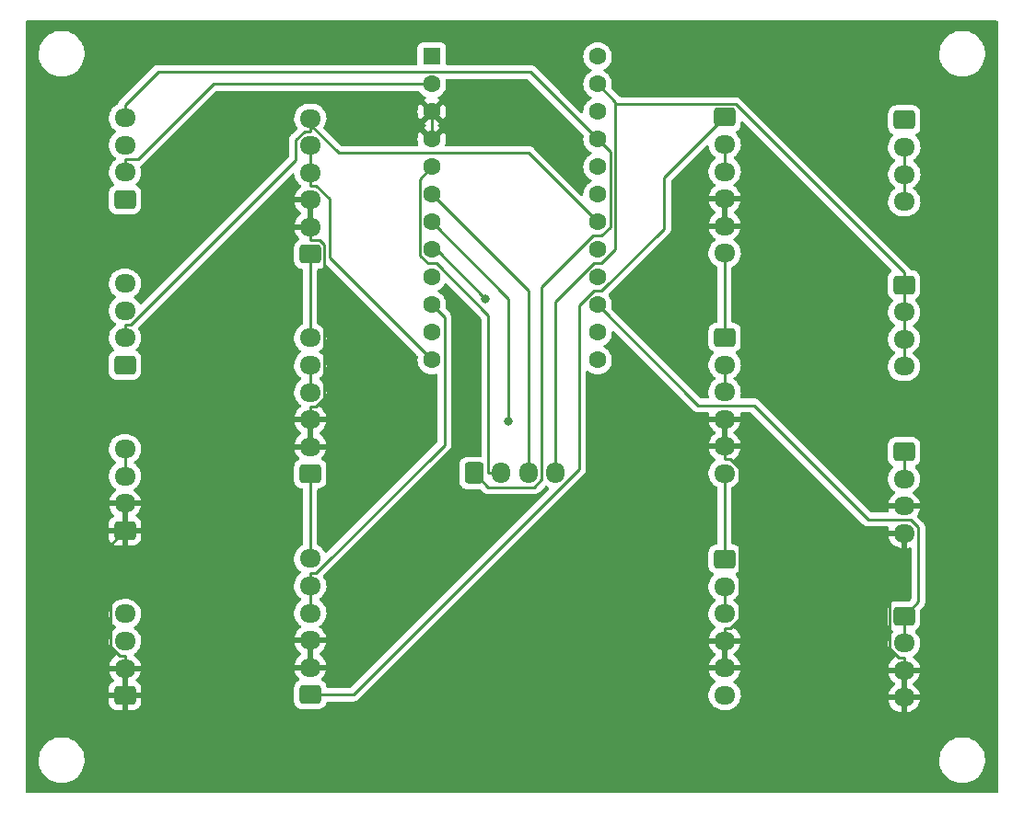
<source format=gbr>
%TF.GenerationSoftware,KiCad,Pcbnew,(6.0.6)*%
%TF.CreationDate,2022-07-31T16:56:07+07:00*%
%TF.ProjectId,ONGEKI PCB,4f4e4745-4b49-4205-9043-422e6b696361,rev?*%
%TF.SameCoordinates,Original*%
%TF.FileFunction,Copper,L2,Bot*%
%TF.FilePolarity,Positive*%
%FSLAX46Y46*%
G04 Gerber Fmt 4.6, Leading zero omitted, Abs format (unit mm)*
G04 Created by KiCad (PCBNEW (6.0.6)) date 2022-07-31 16:56:07*
%MOMM*%
%LPD*%
G01*
G04 APERTURE LIST*
G04 Aperture macros list*
%AMRoundRect*
0 Rectangle with rounded corners*
0 $1 Rounding radius*
0 $2 $3 $4 $5 $6 $7 $8 $9 X,Y pos of 4 corners*
0 Add a 4 corners polygon primitive as box body*
4,1,4,$2,$3,$4,$5,$6,$7,$8,$9,$2,$3,0*
0 Add four circle primitives for the rounded corners*
1,1,$1+$1,$2,$3*
1,1,$1+$1,$4,$5*
1,1,$1+$1,$6,$7*
1,1,$1+$1,$8,$9*
0 Add four rect primitives between the rounded corners*
20,1,$1+$1,$2,$3,$4,$5,0*
20,1,$1+$1,$4,$5,$6,$7,0*
20,1,$1+$1,$6,$7,$8,$9,0*
20,1,$1+$1,$8,$9,$2,$3,0*%
G04 Aperture macros list end*
%TA.AperFunction,ComponentPad*%
%ADD10RoundRect,0.250000X0.725000X-0.600000X0.725000X0.600000X-0.725000X0.600000X-0.725000X-0.600000X0*%
%TD*%
%TA.AperFunction,ComponentPad*%
%ADD11O,1.950000X1.700000*%
%TD*%
%TA.AperFunction,ComponentPad*%
%ADD12RoundRect,0.250000X-0.725000X0.600000X-0.725000X-0.600000X0.725000X-0.600000X0.725000X0.600000X0*%
%TD*%
%TA.AperFunction,ComponentPad*%
%ADD13RoundRect,0.250000X-0.600000X-0.725000X0.600000X-0.725000X0.600000X0.725000X-0.600000X0.725000X0*%
%TD*%
%TA.AperFunction,ComponentPad*%
%ADD14O,1.700000X1.950000*%
%TD*%
%TA.AperFunction,ComponentPad*%
%ADD15C,1.600000*%
%TD*%
%TA.AperFunction,ComponentPad*%
%ADD16R,1.600000X1.600000*%
%TD*%
%TA.AperFunction,ViaPad*%
%ADD17C,0.800000*%
%TD*%
%TA.AperFunction,Conductor*%
%ADD18C,0.250000*%
%TD*%
G04 APERTURE END LIST*
D10*
%TO.P,Func-L,1*%
%TO.N,GND1*%
X46465000Y-87570000D03*
D11*
%TO.P,Func-L,2*%
X46465000Y-85070000D03*
%TO.P,Func-L,3*%
%TO.N,PIN15*%
X46465000Y-82570000D03*
%TO.P,Func-L,4*%
X46465000Y-80070000D03*
%TD*%
D12*
%TO.P,Power VCC,1*%
%TO.N,VCC*%
X118110000Y-49784000D03*
D11*
%TO.P,Power VCC,2*%
X118110000Y-52284000D03*
%TO.P,Power VCC,3*%
X118110000Y-54784000D03*
%TO.P,Power VCC,4*%
X118110000Y-57284000D03*
%TD*%
D12*
%TO.P,Func-R,1*%
%TO.N,PIN10*%
X118093000Y-80324000D03*
D11*
%TO.P,Func-R,2*%
X118093000Y-82824000D03*
%TO.P,Func-R,3*%
%TO.N,GND1*%
X118093000Y-85324000D03*
%TO.P,Func-R,4*%
X118093000Y-87824000D03*
%TD*%
D12*
%TO.P,R-Button-1,1*%
%TO.N,L3OUT*%
X101600000Y-49530000D03*
D11*
%TO.P,R-Button-1,2*%
%TO.N,PIN6*%
X101600000Y-52030000D03*
%TO.P,R-Button-1,3*%
X101600000Y-54530000D03*
%TO.P,R-Button-1,4*%
%TO.N,GND1*%
X101600000Y-57030000D03*
%TO.P,R-Button-1,5*%
X101600000Y-59530000D03*
%TO.P,R-Button-1,6*%
%TO.N,R1OUT*%
X101600000Y-62030000D03*
%TD*%
D13*
%TO.P,Encoder/Potentiometer,1*%
%TO.N,VCC*%
X78546000Y-82279000D03*
D14*
%TO.P,Encoder/Potentiometer,2*%
%TO.N,PIN2/17*%
X81046000Y-82279000D03*
%TO.P,Encoder/Potentiometer,3*%
%TO.N,PIN3*%
X83546000Y-82279000D03*
%TO.P,Encoder/Potentiometer,4*%
%TO.N,GND2*%
X86046000Y-82279000D03*
%TD*%
D15*
%TO.P,ProMicro,VCC*%
%TO.N,VCC*%
X89916000Y-51562000D03*
D16*
%TO.P,ProMicro,TX0*%
%TO.N,TX0*%
X74676000Y-43942000D03*
D15*
%TO.P,ProMicro,RX1*%
%TO.N,RX1*%
X74676000Y-46482000D03*
%TO.P,ProMicro,RST*%
%TO.N,N/C*%
X89916000Y-49022000D03*
%TO.P,ProMicro,RAW*%
X89916000Y-43942000D03*
%TO.P,ProMicro,PIN8*%
%TO.N,PIN8*%
X74676000Y-69342000D03*
%TO.P,ProMicro,GND1*%
%TO.N,GND1*%
X74676000Y-49022000D03*
%TO.P,ProMicro,GND*%
%TO.N,GND2*%
X89916000Y-46482000D03*
%TO.N,GND1*%
X74676000Y-51562000D03*
%TO.P,ProMicro,A3*%
%TO.N,A3*%
X89916000Y-54102000D03*
%TO.P,ProMicro,A2*%
%TO.N,A2*%
X89916000Y-56642000D03*
%TO.P,ProMicro,A1*%
%TO.N,A1*%
X89916000Y-59182000D03*
%TO.P,ProMicro,A0*%
%TO.N,A0*%
X89916000Y-61722000D03*
%TO.P,ProMicro,16*%
%TO.N,PIN16*%
X89916000Y-69342000D03*
%TO.P,ProMicro,15*%
%TO.N,PIN15*%
X89916000Y-64262000D03*
%TO.P,ProMicro,14*%
%TO.N,PIN14*%
X89916000Y-66802000D03*
%TO.P,ProMicro,10*%
%TO.N,PIN10*%
X89916000Y-71882000D03*
%TO.P,ProMicro,9*%
%TO.N,PIN9*%
X74676000Y-71882000D03*
%TO.P,ProMicro,7*%
%TO.N,PIN7*%
X74676000Y-66802000D03*
%TO.P,ProMicro,6*%
%TO.N,PIN6*%
X74676000Y-64262000D03*
%TO.P,ProMicro,5*%
%TO.N,PIN5*%
X74676000Y-61722000D03*
%TO.P,ProMicro,4*%
%TO.N,PIN4*%
X74676000Y-59182000D03*
%TO.P,ProMicro,3*%
%TO.N,PIN3*%
X74676000Y-56642000D03*
%TO.P,ProMicro,2*%
%TO.N,PIN2/17*%
X74676000Y-54102000D03*
%TD*%
D10*
%TO.P,L-Button-1,1*%
%TO.N,L1OUT*%
X63500000Y-62130000D03*
D11*
%TO.P,L-Button-1,2*%
%TO.N,GND1*%
X63500000Y-59630000D03*
%TO.P,L-Button-1,3*%
X63500000Y-57130000D03*
%TO.P,L-Button-1,4*%
%TO.N,PIN9*%
X63500000Y-54630000D03*
%TO.P,L-Button-1,5*%
X63500000Y-52130000D03*
%TO.P,L-Button-1,6*%
%TO.N,A1*%
X63500000Y-49630000D03*
%TD*%
D12*
%TO.P,Side-R,1*%
%TO.N,PIN14*%
X118093000Y-95444000D03*
D11*
%TO.P,Side-R,2*%
X118093000Y-97944000D03*
%TO.P,Side-R,3*%
%TO.N,GND1*%
X118093000Y-100444000D03*
%TO.P,Side-R,4*%
X118093000Y-102944000D03*
%TD*%
D12*
%TO.P,R-Button-3,1*%
%TO.N,R2OUT*%
X101600000Y-90230000D03*
D11*
%TO.P,R-Button-3,2*%
%TO.N,PIN4*%
X101600000Y-92730000D03*
%TO.P,R-Button-3,3*%
X101600000Y-95230000D03*
%TO.P,R-Button-3,4*%
%TO.N,GND1*%
X101600000Y-97730000D03*
%TO.P,R-Button-3,5*%
X101600000Y-100230000D03*
%TO.P,R-Button-3,6*%
%TO.N,N/C*%
X101600000Y-102730000D03*
%TD*%
D12*
%TO.P,R-Button-2,1*%
%TO.N,R1OUT*%
X101600000Y-69810000D03*
D11*
%TO.P,R-Button-2,2*%
%TO.N,PIN5*%
X101600000Y-72310000D03*
%TO.P,R-Button-2,3*%
X101600000Y-74810000D03*
%TO.P,R-Button-2,4*%
%TO.N,GND1*%
X101600000Y-77310000D03*
%TO.P,R-Button-2,5*%
X101600000Y-79810000D03*
%TO.P,R-Button-2,6*%
%TO.N,R2OUT*%
X101600000Y-82310000D03*
%TD*%
D12*
%TO.P,Power GND,1*%
%TO.N,GND2*%
X118093000Y-64964000D03*
D11*
%TO.P,Power GND,2*%
X118093000Y-67464000D03*
%TO.P,Power GND,3*%
X118093000Y-69964000D03*
%TO.P,Power GND,4*%
X118093000Y-72464000D03*
%TD*%
D10*
%TO.P,Analog port,1*%
%TO.N,A0*%
X46465000Y-72330000D03*
D11*
%TO.P,Analog port,2*%
%TO.N,A1*%
X46465000Y-69830000D03*
%TO.P,Analog port,3*%
%TO.N,A2*%
X46465000Y-67330000D03*
%TO.P,Analog port,4*%
%TO.N,A3*%
X46465000Y-64830000D03*
%TD*%
D10*
%TO.P,Serial port,1*%
%TO.N,GND2*%
X46465000Y-57090000D03*
D11*
%TO.P,Serial port,2*%
%TO.N,RX1*%
X46465000Y-54590000D03*
%TO.P,Serial port,3*%
%TO.N,TX0*%
X46465000Y-52090000D03*
%TO.P,Serial port,4*%
%TO.N,VCC*%
X46465000Y-49590000D03*
%TD*%
D10*
%TO.P,L-Button-3,1*%
%TO.N,L3OUT*%
X63500000Y-102670000D03*
D11*
%TO.P,L-Button-3,2*%
%TO.N,GND1*%
X63500000Y-100170000D03*
%TO.P,L-Button-3,3*%
X63500000Y-97670000D03*
%TO.P,L-Button-3,4*%
%TO.N,PIN7*%
X63500000Y-95170000D03*
%TO.P,L-Button-3,5*%
X63500000Y-92670000D03*
%TO.P,L-Button-3,6*%
%TO.N,L2OUT*%
X63500000Y-90170000D03*
%TD*%
D10*
%TO.P,L-Button-2,1*%
%TO.N,L2OUT*%
X63500000Y-82350000D03*
D11*
%TO.P,L-Button-2,2*%
%TO.N,GND1*%
X63500000Y-79850000D03*
%TO.P,L-Button-2,3*%
X63500000Y-77350000D03*
%TO.P,L-Button-2,4*%
%TO.N,PIN8*%
X63500000Y-74850000D03*
%TO.P,L-Button-2,5*%
X63500000Y-72350000D03*
%TO.P,L-Button-2,6*%
%TO.N,L1OUT*%
X63500000Y-69850000D03*
%TD*%
D10*
%TO.P,Side-L,1*%
%TO.N,GND1*%
X46465000Y-102750000D03*
D11*
%TO.P,Side-L,2*%
X46465000Y-100250000D03*
%TO.P,Side-L,3*%
%TO.N,PIN16*%
X46465000Y-97750000D03*
%TO.P,Side-L,4*%
%TO.N,PIN10*%
X46465000Y-95250000D03*
%TD*%
D17*
%TO.N,PIN4*%
X81746600Y-77502900D03*
%TO.N,PIN5*%
X79581300Y-66217600D03*
%TD*%
D18*
%TO.N,RX1*%
X54573000Y-46482000D02*
X74676000Y-46482000D01*
X47640300Y-53414700D02*
X54573000Y-46482000D01*
X46465000Y-53414700D02*
X47640300Y-53414700D01*
X46465000Y-54590000D02*
X46465000Y-53414700D01*
%TO.N,PIN15*%
X46465000Y-80070000D02*
X46465000Y-82570000D01*
%TO.N,PIN14*%
X118093000Y-97944000D02*
X118093000Y-95444000D01*
X99174000Y-76060000D02*
X89916000Y-66802000D01*
X104317200Y-76060000D02*
X99174000Y-76060000D01*
X114831200Y-86574000D02*
X104317200Y-76060000D01*
X118690200Y-86574000D02*
X114831200Y-86574000D01*
X119398400Y-87282200D02*
X118690200Y-86574000D01*
X119398400Y-94138600D02*
X119398400Y-87282200D01*
X118093000Y-95444000D02*
X119398400Y-94138600D01*
%TO.N,PIN10*%
X118093000Y-82824000D02*
X118093000Y-80324000D01*
%TO.N,GND2*%
X118093000Y-72464000D02*
X118093000Y-69964000D01*
X118093000Y-69964000D02*
X118093000Y-67464000D01*
X118093000Y-67464000D02*
X118093000Y-64964000D01*
X102589100Y-48324200D02*
X91532500Y-48324200D01*
X118093000Y-63828100D02*
X102589100Y-48324200D01*
X118093000Y-64964000D02*
X118093000Y-63828100D01*
X91532500Y-61707600D02*
X91532500Y-48324200D01*
X90248100Y-62992000D02*
X91532500Y-61707600D01*
X89594200Y-62992000D02*
X90248100Y-62992000D01*
X86046000Y-66540200D02*
X89594200Y-62992000D01*
X86046000Y-82279000D02*
X86046000Y-66540200D01*
X91532500Y-48098500D02*
X89916000Y-46482000D01*
X91532500Y-48324200D02*
X91532500Y-48098500D01*
%TO.N,PIN3*%
X83546000Y-65512000D02*
X83546000Y-82279000D01*
X74676000Y-56642000D02*
X83546000Y-65512000D01*
%TO.N,PIN2/17*%
X79870700Y-67789000D02*
X79870700Y-82279000D01*
X75073700Y-62992000D02*
X79870700Y-67789000D01*
X74305200Y-62992000D02*
X75073700Y-62992000D01*
X73549900Y-62236700D02*
X74305200Y-62992000D01*
X73549900Y-55228100D02*
X73549900Y-62236700D01*
X74676000Y-54102000D02*
X73549900Y-55228100D01*
X81046000Y-82279000D02*
X79870700Y-82279000D01*
%TO.N,R2OUT*%
X101600000Y-82310000D02*
X101600000Y-90230000D01*
%TO.N,R1OUT*%
X101600000Y-69810000D02*
X101600000Y-62030000D01*
%TO.N,L3OUT*%
X96034500Y-55095500D02*
X101600000Y-49530000D01*
X96034500Y-59779800D02*
X96034500Y-55095500D01*
X90282300Y-65532000D02*
X96034500Y-59779800D01*
X89546600Y-65532000D02*
X90282300Y-65532000D01*
X88216100Y-66862500D02*
X89546600Y-65532000D01*
X88216100Y-81899400D02*
X88216100Y-66862500D01*
X67445500Y-102670000D02*
X88216100Y-81899400D01*
X63500000Y-102670000D02*
X67445500Y-102670000D01*
%TO.N,L2OUT*%
X63500000Y-82350000D02*
X63500000Y-90170000D01*
%TO.N,GND1*%
X46465000Y-100250000D02*
X46465000Y-102750000D01*
X45146700Y-88888300D02*
X46465000Y-87570000D01*
X45146700Y-98270600D02*
X45146700Y-88888300D01*
X45950800Y-99074700D02*
X45146700Y-98270600D01*
X46465000Y-99074700D02*
X45950800Y-99074700D01*
X46465000Y-100250000D02*
X46465000Y-99074700D01*
X63500000Y-97670000D02*
X63500000Y-100170000D01*
X101600000Y-79810000D02*
X101600000Y-77310000D01*
X118093000Y-102944000D02*
X118093000Y-100444000D01*
X118093000Y-100444000D02*
X118093000Y-99268700D01*
X118093000Y-87824000D02*
X118093000Y-88999300D01*
X74676000Y-51562000D02*
X74676000Y-49022000D01*
X63500000Y-57130000D02*
X63500000Y-59630000D01*
X101600000Y-59530000D02*
X101600000Y-57030000D01*
X101600000Y-79810000D02*
X101600000Y-80985300D01*
X101600000Y-100230000D02*
X101600000Y-97730000D01*
X101600000Y-97730000D02*
X101600000Y-96554700D01*
X46465000Y-85070000D02*
X46465000Y-87570000D01*
X102924600Y-90646000D02*
X116779600Y-90646000D01*
X102924600Y-95744300D02*
X102924600Y-90646000D01*
X102114200Y-96554700D02*
X102924600Y-95744300D01*
X101600000Y-96554700D02*
X102114200Y-96554700D01*
X102114200Y-80985300D02*
X101600000Y-80985300D01*
X102924600Y-81795700D02*
X102114200Y-80985300D01*
X102924600Y-90646000D02*
X102924600Y-81795700D01*
X116779600Y-98469500D02*
X116779600Y-90646000D01*
X117578800Y-99268700D02*
X116779600Y-98469500D01*
X118093000Y-99268700D02*
X117578800Y-99268700D01*
X116779600Y-90312700D02*
X118093000Y-88999300D01*
X116779600Y-90646000D02*
X116779600Y-90312700D01*
X63500000Y-59630000D02*
X63500000Y-60805300D01*
X63500000Y-79850000D02*
X63500000Y-77350000D01*
X64381500Y-60805300D02*
X63500000Y-60805300D01*
X64814600Y-61238400D02*
X64381500Y-60805300D01*
X64814600Y-75374300D02*
X64814600Y-61238400D01*
X64014200Y-76174700D02*
X64814600Y-75374300D01*
X63500000Y-76174700D02*
X64014200Y-76174700D01*
X63500000Y-77350000D02*
X63500000Y-76174700D01*
%TO.N,L1OUT*%
X63500000Y-69850000D02*
X63500000Y-62130000D01*
%TO.N,PIN4*%
X101600000Y-95230000D02*
X101600000Y-92730000D01*
X81746600Y-66252600D02*
X74676000Y-59182000D01*
X81746600Y-77502900D02*
X81746600Y-66252600D01*
%TO.N,PIN5*%
X101600000Y-74810000D02*
X101600000Y-72310000D01*
X75085700Y-61722000D02*
X74676000Y-61722000D01*
X79581300Y-66217600D02*
X75085700Y-61722000D01*
%TO.N,PIN6*%
X101600000Y-54530000D02*
X101600000Y-52030000D01*
%TO.N,PIN7*%
X63500000Y-95170000D02*
X63500000Y-92670000D01*
X75825400Y-67951400D02*
X74676000Y-66802000D01*
X75825400Y-79683500D02*
X75825400Y-67951400D01*
X64014200Y-91494700D02*
X75825400Y-79683500D01*
X63500000Y-91494700D02*
X64014200Y-91494700D01*
X63500000Y-92670000D02*
X63500000Y-91494700D01*
%TO.N,PIN8*%
X63500000Y-72350000D02*
X63500000Y-74850000D01*
%TO.N,PIN9*%
X63500000Y-52130000D02*
X63500000Y-54630000D01*
X65278200Y-62484200D02*
X74676000Y-71882000D01*
X65278200Y-57069300D02*
X65278200Y-62484200D01*
X64014200Y-55805300D02*
X65278200Y-57069300D01*
X63500000Y-55805300D02*
X64014200Y-55805300D01*
X63500000Y-54630000D02*
X63500000Y-55805300D01*
%TO.N,VCC*%
X118110000Y-57284000D02*
X118110000Y-54784000D01*
X118110000Y-54784000D02*
X118110000Y-52284000D01*
X79847300Y-83580300D02*
X78546000Y-82279000D01*
X84078400Y-83580300D02*
X79847300Y-83580300D01*
X84796000Y-82862700D02*
X84078400Y-83580300D01*
X84796000Y-65163000D02*
X84796000Y-82862700D01*
X89507000Y-60452000D02*
X84796000Y-65163000D01*
X90286600Y-60452000D02*
X89507000Y-60452000D01*
X91082100Y-59656500D02*
X90286600Y-60452000D01*
X91082100Y-52728100D02*
X91082100Y-59656500D01*
X89916000Y-51562000D02*
X91082100Y-52728100D01*
X83705900Y-45351900D02*
X89916000Y-51562000D01*
X49527800Y-45351900D02*
X83705900Y-45351900D01*
X46465000Y-48414700D02*
X49527800Y-45351900D01*
X46465000Y-49590000D02*
X46465000Y-48414700D01*
%TO.N,A1*%
X62985800Y-50805300D02*
X63500000Y-50805300D01*
X62175400Y-51615700D02*
X62985800Y-50805300D01*
X62175400Y-53458500D02*
X62175400Y-51615700D01*
X46979200Y-68654700D02*
X62175400Y-53458500D01*
X46465000Y-68654700D02*
X46979200Y-68654700D01*
X46465000Y-69830000D02*
X46465000Y-68654700D01*
X63500000Y-49630000D02*
X63500000Y-50217600D01*
X63500000Y-50217600D02*
X63500000Y-50805300D01*
X83566000Y-52832000D02*
X89916000Y-59182000D01*
X66114400Y-52832000D02*
X83566000Y-52832000D01*
X63500000Y-50217600D02*
X66114400Y-52832000D01*
%TD*%
%TA.AperFunction,Conductor*%
%TO.N,GND1*%
G36*
X126687621Y-40660502D02*
G01*
X126734114Y-40714158D01*
X126745500Y-40766500D01*
X126745500Y-111633500D01*
X126725498Y-111701621D01*
X126671842Y-111748114D01*
X126619500Y-111759500D01*
X37464500Y-111759500D01*
X37396379Y-111739498D01*
X37349886Y-111685842D01*
X37338500Y-111633500D01*
X37338500Y-108844703D01*
X38530743Y-108844703D01*
X38568268Y-109129734D01*
X38644129Y-109407036D01*
X38756923Y-109671476D01*
X38904561Y-109918161D01*
X39084313Y-110142528D01*
X39292851Y-110340423D01*
X39526317Y-110508186D01*
X39530112Y-110510195D01*
X39530113Y-110510196D01*
X39551869Y-110521715D01*
X39780392Y-110642712D01*
X40050373Y-110741511D01*
X40331264Y-110802755D01*
X40359841Y-110805004D01*
X40554282Y-110820307D01*
X40554291Y-110820307D01*
X40556739Y-110820500D01*
X40712271Y-110820500D01*
X40714407Y-110820354D01*
X40714418Y-110820354D01*
X40922548Y-110806165D01*
X40922554Y-110806164D01*
X40926825Y-110805873D01*
X40931020Y-110805004D01*
X40931022Y-110805004D01*
X41067583Y-110776724D01*
X41208342Y-110747574D01*
X41479343Y-110651607D01*
X41734812Y-110519750D01*
X41738313Y-110517289D01*
X41738317Y-110517287D01*
X41852418Y-110437095D01*
X41970023Y-110354441D01*
X42180622Y-110158740D01*
X42362713Y-109936268D01*
X42512927Y-109691142D01*
X42628483Y-109427898D01*
X42707244Y-109151406D01*
X42747751Y-108866784D01*
X42747845Y-108848951D01*
X42747867Y-108844703D01*
X121334743Y-108844703D01*
X121372268Y-109129734D01*
X121448129Y-109407036D01*
X121560923Y-109671476D01*
X121708561Y-109918161D01*
X121888313Y-110142528D01*
X122096851Y-110340423D01*
X122330317Y-110508186D01*
X122334112Y-110510195D01*
X122334113Y-110510196D01*
X122355869Y-110521715D01*
X122584392Y-110642712D01*
X122854373Y-110741511D01*
X123135264Y-110802755D01*
X123163841Y-110805004D01*
X123358282Y-110820307D01*
X123358291Y-110820307D01*
X123360739Y-110820500D01*
X123516271Y-110820500D01*
X123518407Y-110820354D01*
X123518418Y-110820354D01*
X123726548Y-110806165D01*
X123726554Y-110806164D01*
X123730825Y-110805873D01*
X123735020Y-110805004D01*
X123735022Y-110805004D01*
X123871583Y-110776724D01*
X124012342Y-110747574D01*
X124283343Y-110651607D01*
X124538812Y-110519750D01*
X124542313Y-110517289D01*
X124542317Y-110517287D01*
X124656418Y-110437095D01*
X124774023Y-110354441D01*
X124984622Y-110158740D01*
X125166713Y-109936268D01*
X125316927Y-109691142D01*
X125432483Y-109427898D01*
X125511244Y-109151406D01*
X125551751Y-108866784D01*
X125551845Y-108848951D01*
X125553235Y-108583583D01*
X125553235Y-108583576D01*
X125553257Y-108579297D01*
X125515732Y-108294266D01*
X125439871Y-108016964D01*
X125327077Y-107752524D01*
X125179439Y-107505839D01*
X124999687Y-107281472D01*
X124791149Y-107083577D01*
X124557683Y-106915814D01*
X124535843Y-106904250D01*
X124512654Y-106891972D01*
X124303608Y-106781288D01*
X124033627Y-106682489D01*
X123752736Y-106621245D01*
X123721685Y-106618801D01*
X123529718Y-106603693D01*
X123529709Y-106603693D01*
X123527261Y-106603500D01*
X123371729Y-106603500D01*
X123369593Y-106603646D01*
X123369582Y-106603646D01*
X123161452Y-106617835D01*
X123161446Y-106617836D01*
X123157175Y-106618127D01*
X123152980Y-106618996D01*
X123152978Y-106618996D01*
X123016416Y-106647277D01*
X122875658Y-106676426D01*
X122604657Y-106772393D01*
X122349188Y-106904250D01*
X122345687Y-106906711D01*
X122345683Y-106906713D01*
X122335594Y-106913804D01*
X122113977Y-107069559D01*
X121903378Y-107265260D01*
X121721287Y-107487732D01*
X121571073Y-107732858D01*
X121455517Y-107996102D01*
X121376756Y-108272594D01*
X121336249Y-108557216D01*
X121336227Y-108561505D01*
X121336226Y-108561512D01*
X121334765Y-108840417D01*
X121334743Y-108844703D01*
X42747867Y-108844703D01*
X42749235Y-108583583D01*
X42749235Y-108583576D01*
X42749257Y-108579297D01*
X42711732Y-108294266D01*
X42635871Y-108016964D01*
X42523077Y-107752524D01*
X42375439Y-107505839D01*
X42195687Y-107281472D01*
X41987149Y-107083577D01*
X41753683Y-106915814D01*
X41731843Y-106904250D01*
X41708654Y-106891972D01*
X41499608Y-106781288D01*
X41229627Y-106682489D01*
X40948736Y-106621245D01*
X40917685Y-106618801D01*
X40725718Y-106603693D01*
X40725709Y-106603693D01*
X40723261Y-106603500D01*
X40567729Y-106603500D01*
X40565593Y-106603646D01*
X40565582Y-106603646D01*
X40357452Y-106617835D01*
X40357446Y-106617836D01*
X40353175Y-106618127D01*
X40348980Y-106618996D01*
X40348978Y-106618996D01*
X40212416Y-106647277D01*
X40071658Y-106676426D01*
X39800657Y-106772393D01*
X39545188Y-106904250D01*
X39541687Y-106906711D01*
X39541683Y-106906713D01*
X39531594Y-106913804D01*
X39309977Y-107069559D01*
X39099378Y-107265260D01*
X38917287Y-107487732D01*
X38767073Y-107732858D01*
X38651517Y-107996102D01*
X38572756Y-108272594D01*
X38532249Y-108557216D01*
X38532227Y-108561505D01*
X38532226Y-108561512D01*
X38530765Y-108840417D01*
X38530743Y-108844703D01*
X37338500Y-108844703D01*
X37338500Y-103397095D01*
X44982001Y-103397095D01*
X44982338Y-103403614D01*
X44992257Y-103499206D01*
X44995149Y-103512600D01*
X45046588Y-103666784D01*
X45052761Y-103679962D01*
X45138063Y-103817807D01*
X45147099Y-103829208D01*
X45261829Y-103943739D01*
X45273240Y-103952751D01*
X45411243Y-104037816D01*
X45424424Y-104043963D01*
X45578710Y-104095138D01*
X45592086Y-104098005D01*
X45686438Y-104107672D01*
X45692854Y-104108000D01*
X46192885Y-104108000D01*
X46208124Y-104103525D01*
X46209329Y-104102135D01*
X46211000Y-104094452D01*
X46211000Y-104089884D01*
X46719000Y-104089884D01*
X46723475Y-104105123D01*
X46724865Y-104106328D01*
X46732548Y-104107999D01*
X47237095Y-104107999D01*
X47243614Y-104107662D01*
X47339206Y-104097743D01*
X47352600Y-104094851D01*
X47506784Y-104043412D01*
X47519962Y-104037239D01*
X47657807Y-103951937D01*
X47669208Y-103942901D01*
X47783739Y-103828171D01*
X47792751Y-103816760D01*
X47877816Y-103678757D01*
X47883963Y-103665576D01*
X47935138Y-103511290D01*
X47938005Y-103497914D01*
X47947672Y-103403562D01*
X47948000Y-103397146D01*
X47948000Y-103022115D01*
X47943525Y-103006876D01*
X47942135Y-103005671D01*
X47934452Y-103004000D01*
X46737115Y-103004000D01*
X46721876Y-103008475D01*
X46720671Y-103009865D01*
X46719000Y-103017548D01*
X46719000Y-104089884D01*
X46211000Y-104089884D01*
X46211000Y-103022115D01*
X46206525Y-103006876D01*
X46205135Y-103005671D01*
X46197452Y-103004000D01*
X45000116Y-103004000D01*
X44984877Y-103008475D01*
X44983672Y-103009865D01*
X44982001Y-103017548D01*
X44982001Y-103397095D01*
X37338500Y-103397095D01*
X37338500Y-102477885D01*
X44982000Y-102477885D01*
X44986475Y-102493124D01*
X44987865Y-102494329D01*
X44995548Y-102496000D01*
X46192885Y-102496000D01*
X46208124Y-102491525D01*
X46209329Y-102490135D01*
X46211000Y-102482452D01*
X46211000Y-102477885D01*
X46719000Y-102477885D01*
X46723475Y-102493124D01*
X46724865Y-102494329D01*
X46732548Y-102496000D01*
X47929884Y-102496000D01*
X47945123Y-102491525D01*
X47946328Y-102490135D01*
X47947999Y-102482452D01*
X47947999Y-102102905D01*
X47947662Y-102096386D01*
X47937743Y-102000794D01*
X47934851Y-101987400D01*
X47883412Y-101833216D01*
X47877239Y-101820038D01*
X47791937Y-101682193D01*
X47782901Y-101670792D01*
X47668171Y-101556261D01*
X47656760Y-101547249D01*
X47516846Y-101461005D01*
X47469353Y-101408233D01*
X47457929Y-101338161D01*
X47486203Y-101273037D01*
X47495990Y-101262576D01*
X47606900Y-101156772D01*
X47613941Y-101148814D01*
X47745141Y-100972475D01*
X47750745Y-100963438D01*
X47850357Y-100767516D01*
X47854357Y-100757665D01*
X47919534Y-100547760D01*
X47921817Y-100537376D01*
X47923861Y-100521957D01*
X47921665Y-100507793D01*
X47908478Y-100504000D01*
X46737115Y-100504000D01*
X46721876Y-100508475D01*
X46720671Y-100509865D01*
X46719000Y-100517548D01*
X46719000Y-102477885D01*
X46211000Y-102477885D01*
X46211000Y-100522115D01*
X46206525Y-100506876D01*
X46205135Y-100505671D01*
X46197452Y-100504000D01*
X45023808Y-100504000D01*
X45010277Y-100507973D01*
X45008752Y-100518580D01*
X45033477Y-100636421D01*
X45036537Y-100646617D01*
X45117263Y-100851029D01*
X45121994Y-100860561D01*
X45236016Y-101048462D01*
X45242280Y-101057052D01*
X45386327Y-101223052D01*
X45393956Y-101230470D01*
X45425978Y-101256726D01*
X45465973Y-101315385D01*
X45467906Y-101386355D01*
X45431162Y-101447104D01*
X45412391Y-101461305D01*
X45272193Y-101548063D01*
X45260792Y-101557099D01*
X45146261Y-101671829D01*
X45137249Y-101683240D01*
X45052184Y-101821243D01*
X45046037Y-101834424D01*
X44994862Y-101988710D01*
X44991995Y-102002086D01*
X44982328Y-102096438D01*
X44982000Y-102102855D01*
X44982000Y-102477885D01*
X37338500Y-102477885D01*
X37338500Y-97685774D01*
X44978102Y-97685774D01*
X44978302Y-97691103D01*
X44978302Y-97691105D01*
X44982427Y-97800966D01*
X44986751Y-97916158D01*
X44987846Y-97921377D01*
X45001336Y-97985671D01*
X45034093Y-98141791D01*
X45036051Y-98146750D01*
X45036052Y-98146752D01*
X45112592Y-98340561D01*
X45118776Y-98356221D01*
X45121543Y-98360780D01*
X45121544Y-98360783D01*
X45171701Y-98443438D01*
X45238377Y-98553317D01*
X45241874Y-98557347D01*
X45374749Y-98710472D01*
X45389477Y-98727445D01*
X45393608Y-98730832D01*
X45563627Y-98870240D01*
X45563633Y-98870244D01*
X45567755Y-98873624D01*
X45572398Y-98876267D01*
X45599735Y-98891829D01*
X45649041Y-98942912D01*
X45662902Y-99012542D01*
X45636918Y-99078613D01*
X45607768Y-99105851D01*
X45490422Y-99184852D01*
X45482130Y-99191519D01*
X45323100Y-99343228D01*
X45316059Y-99351186D01*
X45184859Y-99527525D01*
X45179255Y-99536562D01*
X45079643Y-99732484D01*
X45075643Y-99742335D01*
X45010466Y-99952240D01*
X45008183Y-99962624D01*
X45006139Y-99978043D01*
X45008335Y-99992207D01*
X45021522Y-99996000D01*
X47906192Y-99996000D01*
X47919723Y-99992027D01*
X47921248Y-99981420D01*
X47903754Y-99898043D01*
X62041139Y-99898043D01*
X62043335Y-99912207D01*
X62056522Y-99916000D01*
X63227885Y-99916000D01*
X63243124Y-99911525D01*
X63244329Y-99910135D01*
X63246000Y-99902452D01*
X63246000Y-99897885D01*
X63754000Y-99897885D01*
X63758475Y-99913124D01*
X63759865Y-99914329D01*
X63767548Y-99916000D01*
X64941192Y-99916000D01*
X64954723Y-99912027D01*
X64956248Y-99901420D01*
X64931523Y-99783579D01*
X64928463Y-99773383D01*
X64847737Y-99568971D01*
X64843006Y-99559439D01*
X64728984Y-99371538D01*
X64722720Y-99362948D01*
X64578673Y-99196948D01*
X64571042Y-99189528D01*
X64401089Y-99050174D01*
X64392323Y-99044150D01*
X64364801Y-99028483D01*
X64315496Y-98977400D01*
X64301635Y-98907770D01*
X64327619Y-98841699D01*
X64356768Y-98814462D01*
X64474575Y-98735150D01*
X64482870Y-98728481D01*
X64641900Y-98576772D01*
X64648941Y-98568814D01*
X64780141Y-98392475D01*
X64785745Y-98383438D01*
X64885357Y-98187516D01*
X64889357Y-98177665D01*
X64954534Y-97967760D01*
X64956817Y-97957376D01*
X64958861Y-97941957D01*
X64956665Y-97927793D01*
X64943478Y-97924000D01*
X63772115Y-97924000D01*
X63756876Y-97928475D01*
X63755671Y-97929865D01*
X63754000Y-97937548D01*
X63754000Y-99897885D01*
X63246000Y-99897885D01*
X63246000Y-97942115D01*
X63241525Y-97926876D01*
X63240135Y-97925671D01*
X63232452Y-97924000D01*
X62058808Y-97924000D01*
X62045277Y-97927973D01*
X62043752Y-97938580D01*
X62068477Y-98056421D01*
X62071537Y-98066617D01*
X62152263Y-98271029D01*
X62156994Y-98280561D01*
X62271013Y-98468458D01*
X62277280Y-98477052D01*
X62421327Y-98643052D01*
X62428958Y-98650472D01*
X62598911Y-98789826D01*
X62607677Y-98795850D01*
X62635199Y-98811517D01*
X62684504Y-98862600D01*
X62698365Y-98932230D01*
X62672381Y-98998301D01*
X62643232Y-99025538D01*
X62525425Y-99104850D01*
X62517130Y-99111519D01*
X62358100Y-99263228D01*
X62351059Y-99271186D01*
X62219859Y-99447525D01*
X62214255Y-99456562D01*
X62114643Y-99652484D01*
X62110643Y-99662335D01*
X62045466Y-99872240D01*
X62043183Y-99882624D01*
X62041139Y-99898043D01*
X47903754Y-99898043D01*
X47896523Y-99863579D01*
X47893463Y-99853383D01*
X47812737Y-99648971D01*
X47808006Y-99639439D01*
X47693984Y-99451538D01*
X47687720Y-99442948D01*
X47543673Y-99276948D01*
X47536042Y-99269528D01*
X47366089Y-99130174D01*
X47357326Y-99124152D01*
X47330289Y-99108762D01*
X47280982Y-99057680D01*
X47267120Y-98988049D01*
X47293103Y-98921978D01*
X47322253Y-98894739D01*
X47398886Y-98843146D01*
X47444319Y-98812559D01*
X47461835Y-98795850D01*
X47551333Y-98710472D01*
X47611135Y-98653424D01*
X47623525Y-98636772D01*
X47689010Y-98548757D01*
X47748754Y-98468458D01*
X47754606Y-98456949D01*
X47818859Y-98330572D01*
X47853240Y-98262949D01*
X47863011Y-98231484D01*
X47920024Y-98047871D01*
X47921607Y-98042773D01*
X47928894Y-97987793D01*
X47951198Y-97819511D01*
X47951198Y-97819506D01*
X47951898Y-97814226D01*
X47943249Y-97583842D01*
X47895907Y-97358209D01*
X47893948Y-97353248D01*
X47813185Y-97148744D01*
X47813184Y-97148742D01*
X47811224Y-97143779D01*
X47802239Y-97128971D01*
X47694390Y-96951243D01*
X47691623Y-96946683D01*
X47635009Y-96881441D01*
X47544023Y-96776588D01*
X47544021Y-96776586D01*
X47540523Y-96772555D01*
X47448314Y-96696948D01*
X47366373Y-96629760D01*
X47366367Y-96629756D01*
X47362245Y-96626376D01*
X47330750Y-96608448D01*
X47281445Y-96557368D01*
X47267583Y-96487738D01*
X47293566Y-96421667D01*
X47322716Y-96394427D01*
X47349697Y-96376262D01*
X47444319Y-96312559D01*
X47461398Y-96296267D01*
X47550956Y-96210832D01*
X47611135Y-96153424D01*
X47626016Y-96133424D01*
X47745568Y-95972740D01*
X47748754Y-95968458D01*
X47756746Y-95952740D01*
X47818511Y-95831256D01*
X47853240Y-95762949D01*
X47859451Y-95742949D01*
X47920024Y-95547871D01*
X47921607Y-95542773D01*
X47932911Y-95457484D01*
X47951198Y-95319511D01*
X47951198Y-95319506D01*
X47951898Y-95314226D01*
X47943249Y-95083842D01*
X47895907Y-94858209D01*
X47888009Y-94838209D01*
X47813185Y-94648744D01*
X47813184Y-94648742D01*
X47811224Y-94643779D01*
X47796320Y-94619217D01*
X47697457Y-94456297D01*
X47691623Y-94446683D01*
X47604755Y-94346576D01*
X47544023Y-94276588D01*
X47544021Y-94276586D01*
X47540523Y-94272555D01*
X47498970Y-94238484D01*
X47366373Y-94129760D01*
X47366367Y-94129756D01*
X47362245Y-94126376D01*
X47357609Y-94123737D01*
X47357606Y-94123735D01*
X47166529Y-94014968D01*
X47161886Y-94012325D01*
X46945175Y-93933663D01*
X46939926Y-93932714D01*
X46939923Y-93932713D01*
X46722392Y-93893377D01*
X46722385Y-93893376D01*
X46718308Y-93892639D01*
X46700586Y-93891803D01*
X46695644Y-93891570D01*
X46695637Y-93891570D01*
X46694156Y-93891500D01*
X46282110Y-93891500D01*
X46215191Y-93897178D01*
X46115591Y-93905629D01*
X46115587Y-93905630D01*
X46110280Y-93906080D01*
X46105125Y-93907418D01*
X46105119Y-93907419D01*
X45892297Y-93962657D01*
X45892293Y-93962658D01*
X45887128Y-93963999D01*
X45882262Y-93966191D01*
X45882259Y-93966192D01*
X45773980Y-94014968D01*
X45676925Y-94058688D01*
X45485681Y-94187441D01*
X45481824Y-94191120D01*
X45481822Y-94191122D01*
X45444935Y-94226311D01*
X45318865Y-94346576D01*
X45181246Y-94531542D01*
X45178830Y-94536293D01*
X45178828Y-94536297D01*
X45157579Y-94578091D01*
X45076760Y-94737051D01*
X45075178Y-94742145D01*
X45075177Y-94742148D01*
X45023494Y-94908594D01*
X45008393Y-94957227D01*
X45007692Y-94962516D01*
X44980753Y-95165774D01*
X44978102Y-95185774D01*
X44986751Y-95416158D01*
X45034093Y-95641791D01*
X45036051Y-95646750D01*
X45036052Y-95646752D01*
X45110878Y-95836221D01*
X45118776Y-95856221D01*
X45121543Y-95860780D01*
X45121544Y-95860783D01*
X45138338Y-95888458D01*
X45238377Y-96053317D01*
X45241874Y-96057347D01*
X45365806Y-96200166D01*
X45389477Y-96227445D01*
X45431030Y-96261516D01*
X45563627Y-96370240D01*
X45563633Y-96370244D01*
X45567755Y-96373624D01*
X45599250Y-96391552D01*
X45648555Y-96442632D01*
X45662417Y-96512262D01*
X45636434Y-96578333D01*
X45607284Y-96605573D01*
X45485681Y-96687441D01*
X45318865Y-96846576D01*
X45181246Y-97031542D01*
X45178830Y-97036293D01*
X45178828Y-97036297D01*
X45167062Y-97059439D01*
X45076760Y-97237051D01*
X45075178Y-97242145D01*
X45075177Y-97242148D01*
X45034782Y-97372240D01*
X45008393Y-97457227D01*
X45007692Y-97462516D01*
X44981980Y-97656516D01*
X44978102Y-97685774D01*
X37338500Y-97685774D01*
X37338500Y-88217095D01*
X44982001Y-88217095D01*
X44982338Y-88223614D01*
X44992257Y-88319206D01*
X44995149Y-88332600D01*
X45046588Y-88486784D01*
X45052761Y-88499962D01*
X45138063Y-88637807D01*
X45147099Y-88649208D01*
X45261829Y-88763739D01*
X45273240Y-88772751D01*
X45411243Y-88857816D01*
X45424424Y-88863963D01*
X45578710Y-88915138D01*
X45592086Y-88918005D01*
X45686438Y-88927672D01*
X45692854Y-88928000D01*
X46192885Y-88928000D01*
X46208124Y-88923525D01*
X46209329Y-88922135D01*
X46211000Y-88914452D01*
X46211000Y-88909884D01*
X46719000Y-88909884D01*
X46723475Y-88925123D01*
X46724865Y-88926328D01*
X46732548Y-88927999D01*
X47237095Y-88927999D01*
X47243614Y-88927662D01*
X47339206Y-88917743D01*
X47352600Y-88914851D01*
X47506784Y-88863412D01*
X47519962Y-88857239D01*
X47657807Y-88771937D01*
X47669208Y-88762901D01*
X47783739Y-88648171D01*
X47792751Y-88636760D01*
X47877816Y-88498757D01*
X47883963Y-88485576D01*
X47935138Y-88331290D01*
X47938005Y-88317914D01*
X47947672Y-88223562D01*
X47948000Y-88217146D01*
X47948000Y-87842115D01*
X47943525Y-87826876D01*
X47942135Y-87825671D01*
X47934452Y-87824000D01*
X46737115Y-87824000D01*
X46721876Y-87828475D01*
X46720671Y-87829865D01*
X46719000Y-87837548D01*
X46719000Y-88909884D01*
X46211000Y-88909884D01*
X46211000Y-87842115D01*
X46206525Y-87826876D01*
X46205135Y-87825671D01*
X46197452Y-87824000D01*
X45000116Y-87824000D01*
X44984877Y-87828475D01*
X44983672Y-87829865D01*
X44982001Y-87837548D01*
X44982001Y-88217095D01*
X37338500Y-88217095D01*
X37338500Y-87297885D01*
X44982000Y-87297885D01*
X44986475Y-87313124D01*
X44987865Y-87314329D01*
X44995548Y-87316000D01*
X46192885Y-87316000D01*
X46208124Y-87311525D01*
X46209329Y-87310135D01*
X46211000Y-87302452D01*
X46211000Y-87297885D01*
X46719000Y-87297885D01*
X46723475Y-87313124D01*
X46724865Y-87314329D01*
X46732548Y-87316000D01*
X47929884Y-87316000D01*
X47945123Y-87311525D01*
X47946328Y-87310135D01*
X47947999Y-87302452D01*
X47947999Y-86922905D01*
X47947662Y-86916386D01*
X47937743Y-86820794D01*
X47934851Y-86807400D01*
X47883412Y-86653216D01*
X47877239Y-86640038D01*
X47791937Y-86502193D01*
X47782901Y-86490792D01*
X47668171Y-86376261D01*
X47656760Y-86367249D01*
X47516846Y-86281005D01*
X47469353Y-86228233D01*
X47457929Y-86158161D01*
X47486203Y-86093037D01*
X47495990Y-86082576D01*
X47606900Y-85976772D01*
X47613941Y-85968814D01*
X47745141Y-85792475D01*
X47750745Y-85783438D01*
X47850357Y-85587516D01*
X47854357Y-85577665D01*
X47919534Y-85367760D01*
X47921817Y-85357376D01*
X47923861Y-85341957D01*
X47921665Y-85327793D01*
X47908478Y-85324000D01*
X46737115Y-85324000D01*
X46721876Y-85328475D01*
X46720671Y-85329865D01*
X46719000Y-85337548D01*
X46719000Y-87297885D01*
X46211000Y-87297885D01*
X46211000Y-85342115D01*
X46206525Y-85326876D01*
X46205135Y-85325671D01*
X46197452Y-85324000D01*
X45023808Y-85324000D01*
X45010277Y-85327973D01*
X45008752Y-85338580D01*
X45033477Y-85456421D01*
X45036537Y-85466617D01*
X45117263Y-85671029D01*
X45121994Y-85680561D01*
X45236016Y-85868462D01*
X45242280Y-85877052D01*
X45386327Y-86043052D01*
X45393956Y-86050470D01*
X45425978Y-86076726D01*
X45465973Y-86135385D01*
X45467906Y-86206355D01*
X45431162Y-86267104D01*
X45412391Y-86281305D01*
X45272193Y-86368063D01*
X45260792Y-86377099D01*
X45146261Y-86491829D01*
X45137249Y-86503240D01*
X45052184Y-86641243D01*
X45046037Y-86654424D01*
X44994862Y-86808710D01*
X44991995Y-86822086D01*
X44982328Y-86916438D01*
X44982000Y-86922855D01*
X44982000Y-87297885D01*
X37338500Y-87297885D01*
X37338500Y-82505774D01*
X44978102Y-82505774D01*
X44978302Y-82511103D01*
X44978302Y-82511105D01*
X44981935Y-82607871D01*
X44986751Y-82736158D01*
X45034093Y-82961791D01*
X45036051Y-82966750D01*
X45036052Y-82966752D01*
X45115018Y-83166704D01*
X45118776Y-83176221D01*
X45121543Y-83180780D01*
X45121544Y-83180783D01*
X45183821Y-83283412D01*
X45238377Y-83373317D01*
X45241874Y-83377347D01*
X45385877Y-83543296D01*
X45389477Y-83547445D01*
X45393608Y-83550832D01*
X45563627Y-83690240D01*
X45563633Y-83690244D01*
X45567755Y-83693624D01*
X45572398Y-83696267D01*
X45599735Y-83711829D01*
X45649041Y-83762912D01*
X45662902Y-83832542D01*
X45636918Y-83898613D01*
X45607768Y-83925851D01*
X45490422Y-84004852D01*
X45482130Y-84011519D01*
X45323100Y-84163228D01*
X45316059Y-84171186D01*
X45184859Y-84347525D01*
X45179255Y-84356562D01*
X45079643Y-84552484D01*
X45075643Y-84562335D01*
X45010466Y-84772240D01*
X45008183Y-84782624D01*
X45006139Y-84798043D01*
X45008335Y-84812207D01*
X45021522Y-84816000D01*
X47906192Y-84816000D01*
X47919723Y-84812027D01*
X47921248Y-84801420D01*
X47896523Y-84683579D01*
X47893463Y-84673383D01*
X47812737Y-84468971D01*
X47808006Y-84459439D01*
X47693984Y-84271538D01*
X47687720Y-84262948D01*
X47543673Y-84096948D01*
X47536042Y-84089528D01*
X47366089Y-83950174D01*
X47357326Y-83944152D01*
X47330289Y-83928762D01*
X47280982Y-83877680D01*
X47267120Y-83808049D01*
X47293103Y-83741978D01*
X47322253Y-83714739D01*
X47392805Y-83667240D01*
X47444319Y-83632559D01*
X47494953Y-83584257D01*
X47581901Y-83501312D01*
X47611135Y-83473424D01*
X47748754Y-83288458D01*
X47756133Y-83273946D01*
X47837800Y-83113317D01*
X47853240Y-83082949D01*
X47868831Y-83032740D01*
X47920024Y-82867871D01*
X47921607Y-82862773D01*
X47935959Y-82754489D01*
X47951198Y-82639511D01*
X47951198Y-82639506D01*
X47951898Y-82634226D01*
X47943249Y-82403842D01*
X47935917Y-82368895D01*
X47910083Y-82245774D01*
X47895907Y-82178209D01*
X47882335Y-82143842D01*
X47813185Y-81968744D01*
X47813184Y-81968742D01*
X47811224Y-81963779D01*
X47802413Y-81949258D01*
X47694390Y-81771243D01*
X47691623Y-81766683D01*
X47664932Y-81735924D01*
X47544023Y-81596588D01*
X47544021Y-81596586D01*
X47540523Y-81592555D01*
X47460751Y-81527146D01*
X47366373Y-81449760D01*
X47366367Y-81449756D01*
X47362245Y-81446376D01*
X47330750Y-81428448D01*
X47281445Y-81377368D01*
X47267583Y-81307738D01*
X47293566Y-81241667D01*
X47322716Y-81214427D01*
X47359355Y-81189760D01*
X47444319Y-81132559D01*
X47492153Y-81086928D01*
X47584920Y-80998432D01*
X47611135Y-80973424D01*
X47631149Y-80946525D01*
X47739608Y-80800751D01*
X47748754Y-80788458D01*
X47853240Y-80582949D01*
X47856493Y-80572475D01*
X47920024Y-80367871D01*
X47921607Y-80362773D01*
X47926280Y-80327516D01*
X47951198Y-80139511D01*
X47951198Y-80139506D01*
X47951898Y-80134226D01*
X47951438Y-80121957D01*
X47944062Y-79925505D01*
X47943249Y-79903842D01*
X47895907Y-79678209D01*
X47892824Y-79670402D01*
X47856349Y-79578043D01*
X62041139Y-79578043D01*
X62043335Y-79592207D01*
X62056522Y-79596000D01*
X63227885Y-79596000D01*
X63243124Y-79591525D01*
X63244329Y-79590135D01*
X63246000Y-79582452D01*
X63246000Y-79577885D01*
X63754000Y-79577885D01*
X63758475Y-79593124D01*
X63759865Y-79594329D01*
X63767548Y-79596000D01*
X64941192Y-79596000D01*
X64954723Y-79592027D01*
X64956248Y-79581420D01*
X64931523Y-79463579D01*
X64928463Y-79453383D01*
X64847737Y-79248971D01*
X64843006Y-79239439D01*
X64728984Y-79051538D01*
X64722720Y-79042948D01*
X64578673Y-78876948D01*
X64571042Y-78869528D01*
X64401089Y-78730174D01*
X64392323Y-78724150D01*
X64364801Y-78708483D01*
X64315496Y-78657400D01*
X64301635Y-78587770D01*
X64327619Y-78521699D01*
X64356768Y-78494462D01*
X64474575Y-78415150D01*
X64482870Y-78408481D01*
X64641900Y-78256772D01*
X64648941Y-78248814D01*
X64780141Y-78072475D01*
X64785745Y-78063438D01*
X64885357Y-77867516D01*
X64889357Y-77857665D01*
X64954534Y-77647760D01*
X64956817Y-77637376D01*
X64958861Y-77621957D01*
X64956665Y-77607793D01*
X64943478Y-77604000D01*
X63772115Y-77604000D01*
X63756876Y-77608475D01*
X63755671Y-77609865D01*
X63754000Y-77617548D01*
X63754000Y-79577885D01*
X63246000Y-79577885D01*
X63246000Y-77622115D01*
X63241525Y-77606876D01*
X63240135Y-77605671D01*
X63232452Y-77604000D01*
X62058808Y-77604000D01*
X62045277Y-77607973D01*
X62043752Y-77618580D01*
X62068477Y-77736421D01*
X62071537Y-77746617D01*
X62152263Y-77951029D01*
X62156994Y-77960561D01*
X62271016Y-78148462D01*
X62277280Y-78157052D01*
X62421327Y-78323052D01*
X62428958Y-78330472D01*
X62598911Y-78469826D01*
X62607677Y-78475850D01*
X62635199Y-78491517D01*
X62684504Y-78542600D01*
X62698365Y-78612230D01*
X62672381Y-78678301D01*
X62643232Y-78705538D01*
X62525425Y-78784850D01*
X62517130Y-78791519D01*
X62358100Y-78943228D01*
X62351059Y-78951186D01*
X62219859Y-79127525D01*
X62214255Y-79136562D01*
X62114643Y-79332484D01*
X62110643Y-79342335D01*
X62045466Y-79552240D01*
X62043183Y-79562624D01*
X62041139Y-79578043D01*
X47856349Y-79578043D01*
X47813185Y-79468744D01*
X47813184Y-79468742D01*
X47811224Y-79463779D01*
X47807718Y-79458000D01*
X47694390Y-79271243D01*
X47691623Y-79266683D01*
X47673256Y-79245517D01*
X47544023Y-79096588D01*
X47544021Y-79096586D01*
X47540523Y-79092555D01*
X47480023Y-79042948D01*
X47366373Y-78949760D01*
X47366367Y-78949756D01*
X47362245Y-78946376D01*
X47357609Y-78943737D01*
X47357606Y-78943735D01*
X47166529Y-78834968D01*
X47161886Y-78832325D01*
X46945175Y-78753663D01*
X46939926Y-78752714D01*
X46939923Y-78752713D01*
X46722392Y-78713377D01*
X46722385Y-78713376D01*
X46718308Y-78712639D01*
X46700586Y-78711803D01*
X46695644Y-78711570D01*
X46695637Y-78711570D01*
X46694156Y-78711500D01*
X46282110Y-78711500D01*
X46215191Y-78717178D01*
X46115591Y-78725629D01*
X46115587Y-78725630D01*
X46110280Y-78726080D01*
X46105125Y-78727418D01*
X46105119Y-78727419D01*
X45892297Y-78782657D01*
X45892293Y-78782658D01*
X45887128Y-78783999D01*
X45882262Y-78786191D01*
X45882259Y-78786192D01*
X45773980Y-78834968D01*
X45676925Y-78878688D01*
X45485681Y-79007441D01*
X45481824Y-79011120D01*
X45481822Y-79011122D01*
X45412464Y-79077287D01*
X45318865Y-79166576D01*
X45181246Y-79351542D01*
X45178830Y-79356293D01*
X45178828Y-79356297D01*
X45137784Y-79437026D01*
X45076760Y-79557051D01*
X45075178Y-79562145D01*
X45075177Y-79562148D01*
X45033719Y-79695665D01*
X45008393Y-79777227D01*
X45007692Y-79782516D01*
X44988741Y-79925505D01*
X44978102Y-80005774D01*
X44978302Y-80011103D01*
X44978302Y-80011105D01*
X44981466Y-80095386D01*
X44986751Y-80236158D01*
X45034093Y-80461791D01*
X45036051Y-80466750D01*
X45036052Y-80466752D01*
X45092017Y-80608462D01*
X45118776Y-80676221D01*
X45121543Y-80680780D01*
X45121544Y-80680783D01*
X45207875Y-80823052D01*
X45238377Y-80873317D01*
X45241874Y-80877347D01*
X45369132Y-81023999D01*
X45389477Y-81047445D01*
X45402899Y-81058450D01*
X45563627Y-81190240D01*
X45563633Y-81190244D01*
X45567755Y-81193624D01*
X45599250Y-81211552D01*
X45648555Y-81262632D01*
X45662417Y-81332262D01*
X45636434Y-81398333D01*
X45607284Y-81425573D01*
X45485681Y-81507441D01*
X45318865Y-81666576D01*
X45315682Y-81670854D01*
X45291901Y-81702817D01*
X45181246Y-81851542D01*
X45076760Y-82057051D01*
X45075178Y-82062145D01*
X45075177Y-82062148D01*
X45024784Y-82224441D01*
X45008393Y-82277227D01*
X45007692Y-82282516D01*
X44981336Y-82481377D01*
X44978102Y-82505774D01*
X37338500Y-82505774D01*
X37338500Y-69765774D01*
X44978102Y-69765774D01*
X44986751Y-69996158D01*
X44987846Y-70001377D01*
X44989829Y-70010827D01*
X45034093Y-70221791D01*
X45036051Y-70226750D01*
X45036052Y-70226752D01*
X45088972Y-70360752D01*
X45118776Y-70436221D01*
X45121543Y-70440780D01*
X45121544Y-70440783D01*
X45200089Y-70570221D01*
X45238377Y-70633317D01*
X45241874Y-70637347D01*
X45345793Y-70757103D01*
X45389477Y-70807445D01*
X45425120Y-70836670D01*
X45465114Y-70895329D01*
X45467046Y-70966299D01*
X45430302Y-71027048D01*
X45411532Y-71041248D01*
X45336406Y-71087738D01*
X45265652Y-71131522D01*
X45140695Y-71256697D01*
X45136855Y-71262927D01*
X45136854Y-71262928D01*
X45071367Y-71369168D01*
X45047885Y-71407262D01*
X45034845Y-71446576D01*
X44998254Y-71556897D01*
X44992203Y-71575139D01*
X44981500Y-71679600D01*
X44981500Y-72980400D01*
X44981837Y-72983646D01*
X44981837Y-72983650D01*
X44990820Y-73070221D01*
X44992474Y-73086166D01*
X44994655Y-73092702D01*
X44994655Y-73092704D01*
X45022293Y-73175543D01*
X45048450Y-73253946D01*
X45141522Y-73404348D01*
X45266697Y-73529305D01*
X45272927Y-73533145D01*
X45272928Y-73533146D01*
X45410090Y-73617694D01*
X45417262Y-73622115D01*
X45466158Y-73638333D01*
X45578611Y-73675632D01*
X45578613Y-73675632D01*
X45585139Y-73677797D01*
X45591975Y-73678497D01*
X45591978Y-73678498D01*
X45635031Y-73682909D01*
X45689600Y-73688500D01*
X47240400Y-73688500D01*
X47243646Y-73688163D01*
X47243650Y-73688163D01*
X47339308Y-73678238D01*
X47339312Y-73678237D01*
X47346166Y-73677526D01*
X47352702Y-73675345D01*
X47352704Y-73675345D01*
X47484806Y-73631272D01*
X47513946Y-73621550D01*
X47664348Y-73528478D01*
X47789305Y-73403303D01*
X47808256Y-73372559D01*
X47878275Y-73258968D01*
X47878276Y-73258966D01*
X47882115Y-73252738D01*
X47937797Y-73084861D01*
X47948500Y-72980400D01*
X47948500Y-71679600D01*
X47948163Y-71676350D01*
X47938238Y-71580692D01*
X47938237Y-71580688D01*
X47937526Y-71573834D01*
X47931876Y-71556897D01*
X47883868Y-71413002D01*
X47881550Y-71406054D01*
X47788478Y-71255652D01*
X47663303Y-71130695D01*
X47633502Y-71112325D01*
X47587939Y-71084240D01*
X47517660Y-71040919D01*
X47470168Y-70988148D01*
X47458744Y-70918076D01*
X47487018Y-70852952D01*
X47496805Y-70842490D01*
X47547937Y-70793712D01*
X47611135Y-70733424D01*
X47748754Y-70548458D01*
X47751509Y-70543041D01*
X47843469Y-70362167D01*
X47853240Y-70342949D01*
X47855689Y-70335064D01*
X47920024Y-70127871D01*
X47921607Y-70122773D01*
X47922308Y-70117484D01*
X47951198Y-69899511D01*
X47951198Y-69899506D01*
X47951898Y-69894226D01*
X47947833Y-69785933D01*
X47943449Y-69669173D01*
X47943249Y-69663842D01*
X47895907Y-69438209D01*
X47864795Y-69359428D01*
X47813185Y-69228744D01*
X47813184Y-69228742D01*
X47811224Y-69223779D01*
X47799206Y-69203973D01*
X47694390Y-69031243D01*
X47691623Y-69026683D01*
X47688128Y-69022656D01*
X47688122Y-69022647D01*
X47680983Y-69014420D01*
X47651446Y-68949860D01*
X47661502Y-68879579D01*
X47687056Y-68842748D01*
X57171761Y-59358043D01*
X62041139Y-59358043D01*
X62043335Y-59372207D01*
X62056522Y-59376000D01*
X63227885Y-59376000D01*
X63243124Y-59371525D01*
X63244329Y-59370135D01*
X63246000Y-59362452D01*
X63246000Y-57402115D01*
X63241525Y-57386876D01*
X63240135Y-57385671D01*
X63232452Y-57384000D01*
X62058808Y-57384000D01*
X62045277Y-57387973D01*
X62043752Y-57398580D01*
X62068477Y-57516421D01*
X62071537Y-57526617D01*
X62152263Y-57731029D01*
X62156994Y-57740561D01*
X62271016Y-57928462D01*
X62277280Y-57937052D01*
X62421327Y-58103052D01*
X62428958Y-58110472D01*
X62598911Y-58249826D01*
X62607677Y-58255850D01*
X62635199Y-58271517D01*
X62684504Y-58322600D01*
X62698365Y-58392230D01*
X62672381Y-58458301D01*
X62643232Y-58485538D01*
X62525425Y-58564850D01*
X62517130Y-58571519D01*
X62358100Y-58723228D01*
X62351059Y-58731186D01*
X62219859Y-58907525D01*
X62214255Y-58916562D01*
X62114643Y-59112484D01*
X62110643Y-59122335D01*
X62045466Y-59332240D01*
X62043183Y-59342624D01*
X62041139Y-59358043D01*
X57171761Y-59358043D01*
X61807977Y-54721827D01*
X61870289Y-54687801D01*
X61941104Y-54692866D01*
X61997940Y-54735413D01*
X62021687Y-54794460D01*
X62021751Y-54796158D01*
X62022845Y-54801374D01*
X62022846Y-54801379D01*
X62064138Y-54998177D01*
X62069093Y-55021791D01*
X62071051Y-55026750D01*
X62071052Y-55026752D01*
X62145765Y-55215935D01*
X62153776Y-55236221D01*
X62156543Y-55240780D01*
X62156544Y-55240783D01*
X62200209Y-55312740D01*
X62273377Y-55433317D01*
X62276874Y-55437347D01*
X62414146Y-55595539D01*
X62424477Y-55607445D01*
X62433606Y-55614930D01*
X62598627Y-55750240D01*
X62598633Y-55750244D01*
X62602755Y-55753624D01*
X62607398Y-55756267D01*
X62634735Y-55771829D01*
X62684041Y-55822912D01*
X62697902Y-55892542D01*
X62671918Y-55958613D01*
X62642768Y-55985851D01*
X62525422Y-56064852D01*
X62517130Y-56071519D01*
X62358100Y-56223228D01*
X62351059Y-56231186D01*
X62219859Y-56407525D01*
X62214255Y-56416562D01*
X62114643Y-56612484D01*
X62110643Y-56622335D01*
X62045466Y-56832240D01*
X62043183Y-56842624D01*
X62041139Y-56858043D01*
X62043335Y-56872207D01*
X62056522Y-56876000D01*
X63628000Y-56876000D01*
X63696121Y-56896002D01*
X63742614Y-56949658D01*
X63754000Y-57002000D01*
X63754000Y-59758000D01*
X63733998Y-59826121D01*
X63680342Y-59872614D01*
X63628000Y-59884000D01*
X62058808Y-59884000D01*
X62045277Y-59887973D01*
X62043752Y-59898580D01*
X62068477Y-60016421D01*
X62071537Y-60026617D01*
X62152263Y-60231029D01*
X62156994Y-60240561D01*
X62271016Y-60428462D01*
X62277280Y-60437052D01*
X62421327Y-60603052D01*
X62428956Y-60610470D01*
X62460569Y-60636391D01*
X62500564Y-60695051D01*
X62502496Y-60766021D01*
X62465752Y-60826770D01*
X62446983Y-60840969D01*
X62300652Y-60931522D01*
X62175695Y-61056697D01*
X62171855Y-61062927D01*
X62171854Y-61062928D01*
X62134889Y-61122897D01*
X62082885Y-61207262D01*
X62027203Y-61375139D01*
X62016500Y-61479600D01*
X62016500Y-62780400D01*
X62016837Y-62783646D01*
X62016837Y-62783650D01*
X62022409Y-62837347D01*
X62027474Y-62886166D01*
X62029655Y-62892702D01*
X62029655Y-62892704D01*
X62044468Y-62937103D01*
X62083450Y-63053946D01*
X62176522Y-63204348D01*
X62301697Y-63329305D01*
X62307927Y-63333145D01*
X62307928Y-63333146D01*
X62445100Y-63417700D01*
X62452262Y-63422115D01*
X62516926Y-63443563D01*
X62613611Y-63475632D01*
X62613613Y-63475632D01*
X62620139Y-63477797D01*
X62626975Y-63478497D01*
X62626978Y-63478498D01*
X62670031Y-63482909D01*
X62724600Y-63488500D01*
X62740500Y-63488500D01*
X62808621Y-63508502D01*
X62855114Y-63562158D01*
X62866500Y-63614500D01*
X62866500Y-68507622D01*
X62846498Y-68575743D01*
X62792250Y-68622504D01*
X62716790Y-68656496D01*
X62716786Y-68656498D01*
X62711925Y-68658688D01*
X62520681Y-68787441D01*
X62353865Y-68946576D01*
X62216246Y-69131542D01*
X62213830Y-69136293D01*
X62213828Y-69136297D01*
X62187652Y-69187782D01*
X62111760Y-69337051D01*
X62110178Y-69342145D01*
X62110177Y-69342148D01*
X62067365Y-69480026D01*
X62043393Y-69557227D01*
X62042692Y-69562516D01*
X62015753Y-69765774D01*
X62013102Y-69785774D01*
X62021751Y-70016158D01*
X62069093Y-70241791D01*
X62071051Y-70246750D01*
X62071052Y-70246752D01*
X62145878Y-70436221D01*
X62153776Y-70456221D01*
X62273377Y-70653317D01*
X62276874Y-70657347D01*
X62363438Y-70757103D01*
X62424477Y-70827445D01*
X62442826Y-70842490D01*
X62598627Y-70970240D01*
X62598633Y-70970244D01*
X62602755Y-70973624D01*
X62634250Y-70991552D01*
X62683555Y-71042632D01*
X62697417Y-71112262D01*
X62671434Y-71178333D01*
X62642284Y-71205573D01*
X62520681Y-71287441D01*
X62353865Y-71446576D01*
X62350682Y-71450854D01*
X62326640Y-71483168D01*
X62216246Y-71631542D01*
X62213830Y-71636293D01*
X62213828Y-71636297D01*
X62164003Y-71734296D01*
X62111760Y-71837051D01*
X62110178Y-71842145D01*
X62110177Y-71842148D01*
X62057396Y-72012129D01*
X62043393Y-72057227D01*
X62042692Y-72062516D01*
X62027304Y-72178623D01*
X62013102Y-72285774D01*
X62013302Y-72291103D01*
X62013302Y-72291105D01*
X62016423Y-72374226D01*
X62021751Y-72516158D01*
X62069093Y-72741791D01*
X62071051Y-72746750D01*
X62071052Y-72746752D01*
X62110078Y-72845570D01*
X62153776Y-72956221D01*
X62156543Y-72960780D01*
X62156544Y-72960783D01*
X62200209Y-73032740D01*
X62273377Y-73153317D01*
X62276874Y-73157347D01*
X62368234Y-73262630D01*
X62424477Y-73327445D01*
X62428608Y-73330832D01*
X62598627Y-73470240D01*
X62598633Y-73470244D01*
X62602755Y-73473624D01*
X62634250Y-73491552D01*
X62683555Y-73542632D01*
X62697417Y-73612262D01*
X62671434Y-73678333D01*
X62642284Y-73705573D01*
X62520681Y-73787441D01*
X62516824Y-73791120D01*
X62516822Y-73791122D01*
X62484003Y-73822430D01*
X62353865Y-73946576D01*
X62216246Y-74131542D01*
X62213830Y-74136293D01*
X62213828Y-74136297D01*
X62164003Y-74234296D01*
X62111760Y-74337051D01*
X62110178Y-74342145D01*
X62110177Y-74342148D01*
X62057396Y-74512129D01*
X62043393Y-74557227D01*
X62042692Y-74562516D01*
X62027304Y-74678623D01*
X62013102Y-74785774D01*
X62013302Y-74791103D01*
X62013302Y-74791105D01*
X62016423Y-74874226D01*
X62021751Y-75016158D01*
X62069093Y-75241791D01*
X62071051Y-75246750D01*
X62071052Y-75246752D01*
X62146381Y-75437495D01*
X62153776Y-75456221D01*
X62156543Y-75460780D01*
X62156544Y-75460783D01*
X62174557Y-75490467D01*
X62273377Y-75653317D01*
X62276874Y-75657347D01*
X62363438Y-75757103D01*
X62424477Y-75827445D01*
X62428608Y-75830832D01*
X62598627Y-75970240D01*
X62598633Y-75970244D01*
X62602755Y-75973624D01*
X62607398Y-75976267D01*
X62634735Y-75991829D01*
X62684041Y-76042912D01*
X62697902Y-76112542D01*
X62671918Y-76178613D01*
X62642768Y-76205851D01*
X62525422Y-76284852D01*
X62517130Y-76291519D01*
X62358100Y-76443228D01*
X62351059Y-76451186D01*
X62219859Y-76627525D01*
X62214255Y-76636562D01*
X62114643Y-76832484D01*
X62110643Y-76842335D01*
X62045466Y-77052240D01*
X62043183Y-77062624D01*
X62041139Y-77078043D01*
X62043335Y-77092207D01*
X62056522Y-77096000D01*
X64941192Y-77096000D01*
X64954723Y-77092027D01*
X64956248Y-77081420D01*
X64931523Y-76963579D01*
X64928463Y-76953383D01*
X64847737Y-76748971D01*
X64843006Y-76739439D01*
X64728984Y-76551538D01*
X64722720Y-76542948D01*
X64578673Y-76376948D01*
X64571042Y-76369528D01*
X64401089Y-76230174D01*
X64392326Y-76224152D01*
X64365289Y-76208762D01*
X64315982Y-76157680D01*
X64302120Y-76088049D01*
X64328103Y-76021978D01*
X64357253Y-75994739D01*
X64410532Y-75958869D01*
X64479319Y-75912559D01*
X64646135Y-75753424D01*
X64783754Y-75568458D01*
X64801451Y-75533652D01*
X64856213Y-75425941D01*
X64888240Y-75362949D01*
X64891379Y-75352842D01*
X64955024Y-75147871D01*
X64956607Y-75142773D01*
X64961232Y-75107875D01*
X64986198Y-74919511D01*
X64986198Y-74919506D01*
X64986898Y-74914226D01*
X64978249Y-74683842D01*
X64930907Y-74458209D01*
X64867262Y-74297051D01*
X64848185Y-74248744D01*
X64848184Y-74248742D01*
X64846224Y-74243779D01*
X64821952Y-74203779D01*
X64729390Y-74051243D01*
X64726623Y-74046683D01*
X64639755Y-73946576D01*
X64579023Y-73876588D01*
X64579021Y-73876586D01*
X64575523Y-73872555D01*
X64513325Y-73821556D01*
X64401373Y-73729760D01*
X64401367Y-73729756D01*
X64397245Y-73726376D01*
X64365750Y-73708448D01*
X64316445Y-73657368D01*
X64302583Y-73587738D01*
X64328566Y-73521667D01*
X64357716Y-73494427D01*
X64442403Y-73437412D01*
X64479319Y-73412559D01*
X64487927Y-73404348D01*
X64610472Y-73287445D01*
X64646135Y-73253424D01*
X64783754Y-73068458D01*
X64888240Y-72862949D01*
X64892084Y-72850572D01*
X64955024Y-72647871D01*
X64956607Y-72642773D01*
X64961233Y-72607871D01*
X64986198Y-72419511D01*
X64986198Y-72419506D01*
X64986898Y-72414226D01*
X64986356Y-72399774D01*
X64978449Y-72189173D01*
X64978249Y-72183842D01*
X64974533Y-72166129D01*
X64932002Y-71963428D01*
X64930907Y-71958209D01*
X64928080Y-71951051D01*
X64848185Y-71748744D01*
X64848184Y-71748742D01*
X64846224Y-71743779D01*
X64821952Y-71703779D01*
X64729390Y-71551243D01*
X64726623Y-71546683D01*
X64688416Y-71502653D01*
X64579023Y-71376588D01*
X64579021Y-71376586D01*
X64575523Y-71372555D01*
X64510907Y-71319573D01*
X64401373Y-71229760D01*
X64401367Y-71229756D01*
X64397245Y-71226376D01*
X64365750Y-71208448D01*
X64316445Y-71157368D01*
X64302583Y-71087738D01*
X64328566Y-71021667D01*
X64357716Y-70994427D01*
X64471124Y-70918076D01*
X64479319Y-70912559D01*
X64500285Y-70892559D01*
X64585958Y-70810830D01*
X64646135Y-70753424D01*
X64661016Y-70733424D01*
X64780568Y-70572740D01*
X64783754Y-70568458D01*
X64788407Y-70559308D01*
X64885822Y-70367704D01*
X64888240Y-70362949D01*
X64891840Y-70351357D01*
X64955024Y-70147871D01*
X64956607Y-70142773D01*
X64962233Y-70100323D01*
X64986198Y-69919511D01*
X64986198Y-69919506D01*
X64986898Y-69914226D01*
X64986356Y-69899774D01*
X64978449Y-69689173D01*
X64978249Y-69683842D01*
X64974533Y-69666129D01*
X64932002Y-69463428D01*
X64930907Y-69458209D01*
X64928080Y-69451051D01*
X64848185Y-69248744D01*
X64848184Y-69248742D01*
X64846224Y-69243779D01*
X64831320Y-69219217D01*
X64729390Y-69051243D01*
X64726623Y-69046683D01*
X64698627Y-69014420D01*
X64579023Y-68876588D01*
X64579021Y-68876586D01*
X64575523Y-68872555D01*
X64510907Y-68819573D01*
X64401373Y-68729760D01*
X64401367Y-68729756D01*
X64397245Y-68726376D01*
X64197167Y-68612485D01*
X64147862Y-68561404D01*
X64133500Y-68502984D01*
X64133500Y-63614500D01*
X64153502Y-63546379D01*
X64207158Y-63499886D01*
X64259500Y-63488500D01*
X64275400Y-63488500D01*
X64278646Y-63488163D01*
X64278650Y-63488163D01*
X64374308Y-63478238D01*
X64374312Y-63478237D01*
X64381166Y-63477526D01*
X64387702Y-63475345D01*
X64387704Y-63475345D01*
X64520234Y-63431129D01*
X64548946Y-63421550D01*
X64699348Y-63328478D01*
X64824305Y-63203303D01*
X64833842Y-63187831D01*
X64846333Y-63167568D01*
X64899106Y-63120076D01*
X64969178Y-63108654D01*
X65034301Y-63136929D01*
X65042687Y-63144591D01*
X73366848Y-71468752D01*
X73400874Y-71531064D01*
X73399459Y-71590459D01*
X73383882Y-71648591D01*
X73383881Y-71648598D01*
X73382457Y-71653913D01*
X73362502Y-71882000D01*
X73382457Y-72110087D01*
X73383881Y-72115400D01*
X73383881Y-72115402D01*
X73434195Y-72303173D01*
X73441716Y-72331243D01*
X73444039Y-72336224D01*
X73444039Y-72336225D01*
X73536151Y-72533762D01*
X73536154Y-72533767D01*
X73538477Y-72538749D01*
X73606137Y-72635377D01*
X73652641Y-72701791D01*
X73669802Y-72726300D01*
X73831700Y-72888198D01*
X73836208Y-72891355D01*
X73836211Y-72891357D01*
X73864630Y-72911256D01*
X74019251Y-73019523D01*
X74024233Y-73021846D01*
X74024238Y-73021849D01*
X74162168Y-73086166D01*
X74226757Y-73116284D01*
X74232065Y-73117706D01*
X74232067Y-73117707D01*
X74442598Y-73174119D01*
X74442600Y-73174119D01*
X74447913Y-73175543D01*
X74676000Y-73195498D01*
X74904087Y-73175543D01*
X75033290Y-73140923D01*
X75104265Y-73142613D01*
X75163061Y-73182407D01*
X75191009Y-73247671D01*
X75191900Y-73262630D01*
X75191900Y-79368905D01*
X75171898Y-79437026D01*
X75154995Y-79458000D01*
X65036410Y-89576585D01*
X64974098Y-89610611D01*
X64903283Y-89605546D01*
X64846447Y-89562999D01*
X64839596Y-89552856D01*
X64729390Y-89371243D01*
X64726623Y-89366683D01*
X64639755Y-89266576D01*
X64579023Y-89196588D01*
X64579021Y-89196586D01*
X64575523Y-89192555D01*
X64494352Y-89125999D01*
X64401373Y-89049760D01*
X64401367Y-89049756D01*
X64397245Y-89046376D01*
X64197167Y-88932485D01*
X64147862Y-88881404D01*
X64133500Y-88822984D01*
X64133500Y-83834500D01*
X64153502Y-83766379D01*
X64207158Y-83719886D01*
X64259500Y-83708500D01*
X64275400Y-83708500D01*
X64278646Y-83708163D01*
X64278650Y-83708163D01*
X64374308Y-83698238D01*
X64374312Y-83698237D01*
X64381166Y-83697526D01*
X64387702Y-83695345D01*
X64387704Y-83695345D01*
X64519806Y-83651272D01*
X64548946Y-83641550D01*
X64699348Y-83548478D01*
X64824305Y-83423303D01*
X64879244Y-83334176D01*
X64913275Y-83278968D01*
X64913276Y-83278966D01*
X64917115Y-83272738D01*
X64968846Y-83116773D01*
X64970632Y-83111389D01*
X64970632Y-83111387D01*
X64972797Y-83104861D01*
X64983500Y-83000400D01*
X64983500Y-81699600D01*
X64983163Y-81696350D01*
X64973238Y-81600692D01*
X64973237Y-81600688D01*
X64972526Y-81593834D01*
X64950006Y-81526332D01*
X64918868Y-81433002D01*
X64916550Y-81426054D01*
X64823478Y-81275652D01*
X64698303Y-81150695D01*
X64662910Y-81128878D01*
X64594491Y-81086704D01*
X64552220Y-81060647D01*
X64504727Y-81007876D01*
X64493303Y-80937804D01*
X64521577Y-80872680D01*
X64531364Y-80862218D01*
X64641906Y-80756766D01*
X64648941Y-80748814D01*
X64780141Y-80572475D01*
X64785745Y-80563438D01*
X64885357Y-80367516D01*
X64889357Y-80357665D01*
X64954534Y-80147760D01*
X64956817Y-80137376D01*
X64958861Y-80121957D01*
X64956665Y-80107793D01*
X64943478Y-80104000D01*
X62058808Y-80104000D01*
X62045277Y-80107973D01*
X62043752Y-80118580D01*
X62068477Y-80236421D01*
X62071537Y-80246617D01*
X62152263Y-80451029D01*
X62156994Y-80460561D01*
X62271016Y-80648462D01*
X62277280Y-80657052D01*
X62421327Y-80823052D01*
X62428956Y-80830470D01*
X62460569Y-80856391D01*
X62500564Y-80915051D01*
X62502496Y-80986021D01*
X62465752Y-81046770D01*
X62446983Y-81060969D01*
X62300652Y-81151522D01*
X62175695Y-81276697D01*
X62171855Y-81282927D01*
X62171854Y-81282928D01*
X62096005Y-81405978D01*
X62082885Y-81427262D01*
X62080581Y-81434209D01*
X62030631Y-81584805D01*
X62027203Y-81595139D01*
X62016500Y-81699600D01*
X62016500Y-83000400D01*
X62016837Y-83003646D01*
X62016837Y-83003650D01*
X62019856Y-83032740D01*
X62027474Y-83106166D01*
X62029655Y-83112702D01*
X62029655Y-83112704D01*
X62043202Y-83153308D01*
X62083450Y-83273946D01*
X62176522Y-83424348D01*
X62301697Y-83549305D01*
X62307927Y-83553145D01*
X62307928Y-83553146D01*
X62445090Y-83637694D01*
X62452262Y-83642115D01*
X62528012Y-83667240D01*
X62613611Y-83695632D01*
X62613613Y-83695632D01*
X62620139Y-83697797D01*
X62626975Y-83698497D01*
X62626978Y-83698498D01*
X62670031Y-83702909D01*
X62724600Y-83708500D01*
X62740500Y-83708500D01*
X62808621Y-83728502D01*
X62855114Y-83782158D01*
X62866500Y-83834500D01*
X62866500Y-88827622D01*
X62846498Y-88895743D01*
X62792250Y-88942504D01*
X62716790Y-88976496D01*
X62716786Y-88976498D01*
X62711925Y-88978688D01*
X62520681Y-89107441D01*
X62516824Y-89111120D01*
X62516822Y-89111122D01*
X62467840Y-89157849D01*
X62353865Y-89266576D01*
X62216246Y-89451542D01*
X62213830Y-89456293D01*
X62213828Y-89456297D01*
X62164735Y-89552856D01*
X62111760Y-89657051D01*
X62043393Y-89877227D01*
X62013102Y-90105774D01*
X62021751Y-90336158D01*
X62069093Y-90561791D01*
X62153776Y-90776221D01*
X62273377Y-90973317D01*
X62424477Y-91147445D01*
X62432406Y-91153946D01*
X62598627Y-91290240D01*
X62598633Y-91290244D01*
X62602755Y-91293624D01*
X62634250Y-91311552D01*
X62683555Y-91362632D01*
X62697417Y-91432262D01*
X62671434Y-91498333D01*
X62642284Y-91525573D01*
X62520681Y-91607441D01*
X62516824Y-91611120D01*
X62516822Y-91611122D01*
X62460689Y-91664671D01*
X62353865Y-91766576D01*
X62216246Y-91951542D01*
X62213830Y-91956293D01*
X62213828Y-91956297D01*
X62185740Y-92011542D01*
X62111760Y-92157051D01*
X62110178Y-92162145D01*
X62110177Y-92162148D01*
X62053888Y-92343428D01*
X62043393Y-92377227D01*
X62042692Y-92382516D01*
X62018660Y-92563842D01*
X62013102Y-92605774D01*
X62013302Y-92611103D01*
X62013302Y-92611105D01*
X62015555Y-92671105D01*
X62021751Y-92836158D01*
X62069093Y-93061791D01*
X62153776Y-93276221D01*
X62273377Y-93473317D01*
X62276874Y-93477347D01*
X62415503Y-93637103D01*
X62424477Y-93647445D01*
X62428608Y-93650832D01*
X62598627Y-93790240D01*
X62598633Y-93790244D01*
X62602755Y-93793624D01*
X62634250Y-93811552D01*
X62683555Y-93862632D01*
X62697417Y-93932262D01*
X62671434Y-93998333D01*
X62642284Y-94025573D01*
X62520681Y-94107441D01*
X62516824Y-94111120D01*
X62516822Y-94111122D01*
X62469457Y-94156306D01*
X62353865Y-94266576D01*
X62216246Y-94451542D01*
X62213830Y-94456293D01*
X62213828Y-94456297D01*
X62175572Y-94531542D01*
X62111760Y-94657051D01*
X62110178Y-94662145D01*
X62110177Y-94662148D01*
X62053888Y-94843428D01*
X62043393Y-94877227D01*
X62042692Y-94882516D01*
X62016009Y-95083842D01*
X62013102Y-95105774D01*
X62013302Y-95111103D01*
X62013302Y-95111105D01*
X62015555Y-95171105D01*
X62021751Y-95336158D01*
X62069093Y-95561791D01*
X62071051Y-95566750D01*
X62071052Y-95566752D01*
X62148535Y-95762949D01*
X62153776Y-95776221D01*
X62156543Y-95780780D01*
X62156544Y-95780783D01*
X62218998Y-95883703D01*
X62273377Y-95973317D01*
X62276874Y-95977347D01*
X62415503Y-96137103D01*
X62424477Y-96147445D01*
X62428608Y-96150832D01*
X62598627Y-96290240D01*
X62598633Y-96290244D01*
X62602755Y-96293624D01*
X62607398Y-96296267D01*
X62634735Y-96311829D01*
X62684041Y-96362912D01*
X62697902Y-96432542D01*
X62671918Y-96498613D01*
X62642768Y-96525851D01*
X62525422Y-96604852D01*
X62517130Y-96611519D01*
X62358100Y-96763228D01*
X62351059Y-96771186D01*
X62219859Y-96947525D01*
X62214255Y-96956562D01*
X62114643Y-97152484D01*
X62110643Y-97162335D01*
X62045466Y-97372240D01*
X62043183Y-97382624D01*
X62041139Y-97398043D01*
X62043335Y-97412207D01*
X62056522Y-97416000D01*
X64941192Y-97416000D01*
X64954723Y-97412027D01*
X64956248Y-97401420D01*
X64931523Y-97283579D01*
X64928463Y-97273383D01*
X64847737Y-97068971D01*
X64843006Y-97059439D01*
X64728984Y-96871538D01*
X64722720Y-96862948D01*
X64578673Y-96696948D01*
X64571042Y-96689528D01*
X64401089Y-96550174D01*
X64392326Y-96544152D01*
X64365289Y-96528762D01*
X64315982Y-96477680D01*
X64302120Y-96408049D01*
X64328103Y-96341978D01*
X64357253Y-96314739D01*
X64410532Y-96278869D01*
X64479319Y-96232559D01*
X64507801Y-96205389D01*
X64587723Y-96129146D01*
X64646135Y-96073424D01*
X64783754Y-95888458D01*
X64802669Y-95851256D01*
X64885822Y-95687704D01*
X64888240Y-95682949D01*
X64924321Y-95566752D01*
X64955024Y-95467871D01*
X64956607Y-95462773D01*
X64966143Y-95390827D01*
X64986198Y-95239511D01*
X64986198Y-95239506D01*
X64986898Y-95234226D01*
X64978249Y-95003842D01*
X64930907Y-94778209D01*
X64912775Y-94732296D01*
X64848185Y-94568744D01*
X64848184Y-94568742D01*
X64846224Y-94563779D01*
X64835529Y-94546153D01*
X64729390Y-94371243D01*
X64726623Y-94366683D01*
X64691820Y-94326576D01*
X64579023Y-94196588D01*
X64579021Y-94196586D01*
X64575523Y-94192555D01*
X64531314Y-94156306D01*
X64401373Y-94049760D01*
X64401367Y-94049756D01*
X64397245Y-94046376D01*
X64365750Y-94028448D01*
X64316445Y-93977368D01*
X64302583Y-93907738D01*
X64328566Y-93841667D01*
X64357716Y-93814427D01*
X64395665Y-93788878D01*
X64479319Y-93732559D01*
X64646135Y-93573424D01*
X64783754Y-93388458D01*
X64888240Y-93182949D01*
X64924321Y-93066752D01*
X64955024Y-92967871D01*
X64956607Y-92962773D01*
X64966143Y-92890827D01*
X64986198Y-92739511D01*
X64986198Y-92739506D01*
X64986898Y-92734226D01*
X64978249Y-92503842D01*
X64930907Y-92278209D01*
X64928948Y-92273248D01*
X64848185Y-92068744D01*
X64848184Y-92068742D01*
X64846224Y-92063779D01*
X64811928Y-92007260D01*
X64729390Y-91871243D01*
X64726623Y-91866683D01*
X64723128Y-91862656D01*
X64723122Y-91862647D01*
X64715983Y-91854420D01*
X64686446Y-91789860D01*
X64696502Y-91719579D01*
X64722056Y-91682748D01*
X76217647Y-80187157D01*
X76225937Y-80179613D01*
X76232418Y-80175500D01*
X76279059Y-80125832D01*
X76281813Y-80122991D01*
X76301534Y-80103270D01*
X76304012Y-80100075D01*
X76311718Y-80091053D01*
X76323431Y-80078580D01*
X76341986Y-80058821D01*
X76351746Y-80041068D01*
X76362599Y-80024545D01*
X76370153Y-80014806D01*
X76375013Y-80008541D01*
X76392576Y-79967957D01*
X76397783Y-79957327D01*
X76419095Y-79918560D01*
X76421066Y-79910883D01*
X76421068Y-79910878D01*
X76424132Y-79898942D01*
X76430538Y-79880230D01*
X76435434Y-79868917D01*
X76438581Y-79861645D01*
X76439820Y-79853820D01*
X76439823Y-79853811D01*
X76445500Y-79817969D01*
X76447906Y-79806347D01*
X76456692Y-79772129D01*
X76458900Y-79763530D01*
X76458900Y-79743276D01*
X76460451Y-79723565D01*
X76462380Y-79711386D01*
X76463620Y-79703557D01*
X76459459Y-79659538D01*
X76458900Y-79647681D01*
X76458900Y-68030167D01*
X76459427Y-68018984D01*
X76461102Y-68011491D01*
X76458962Y-67943414D01*
X76458900Y-67939455D01*
X76458900Y-67911544D01*
X76458395Y-67907544D01*
X76457462Y-67895701D01*
X76456322Y-67859430D01*
X76456073Y-67851511D01*
X76450421Y-67832057D01*
X76446413Y-67812700D01*
X76444868Y-67800470D01*
X76444868Y-67800469D01*
X76443874Y-67792603D01*
X76437726Y-67777075D01*
X76427596Y-67751488D01*
X76423751Y-67740258D01*
X76413629Y-67705417D01*
X76413629Y-67705416D01*
X76411418Y-67697807D01*
X76407385Y-67690988D01*
X76407383Y-67690983D01*
X76401107Y-67680372D01*
X76392412Y-67662624D01*
X76384952Y-67643783D01*
X76358964Y-67608013D01*
X76352448Y-67598093D01*
X76333980Y-67566865D01*
X76333978Y-67566862D01*
X76329942Y-67560038D01*
X76315621Y-67545717D01*
X76302780Y-67530683D01*
X76290872Y-67514293D01*
X76256795Y-67486102D01*
X76248016Y-67478112D01*
X75985152Y-67215248D01*
X75951126Y-67152936D01*
X75952541Y-67093541D01*
X75968118Y-67035409D01*
X75968120Y-67035398D01*
X75969543Y-67030087D01*
X75989498Y-66802000D01*
X75969543Y-66573913D01*
X75938305Y-66457331D01*
X75911707Y-66358067D01*
X75911706Y-66358065D01*
X75910284Y-66352757D01*
X75887907Y-66304768D01*
X75815849Y-66150238D01*
X75815846Y-66150233D01*
X75813523Y-66145251D01*
X75740098Y-66040389D01*
X75685357Y-65962211D01*
X75685355Y-65962208D01*
X75682198Y-65957700D01*
X75520300Y-65795802D01*
X75515792Y-65792645D01*
X75515789Y-65792643D01*
X75410417Y-65718861D01*
X75332749Y-65664477D01*
X75327767Y-65662154D01*
X75327762Y-65662151D01*
X75293543Y-65646195D01*
X75240258Y-65599278D01*
X75220797Y-65531001D01*
X75241339Y-65463041D01*
X75293543Y-65417805D01*
X75327762Y-65401849D01*
X75327767Y-65401846D01*
X75332749Y-65399523D01*
X75465499Y-65306570D01*
X75515789Y-65271357D01*
X75515792Y-65271355D01*
X75520300Y-65268198D01*
X75682198Y-65106300D01*
X75687101Y-65099299D01*
X75763053Y-64990827D01*
X75813523Y-64918749D01*
X75815846Y-64913768D01*
X75815852Y-64913757D01*
X75830025Y-64883362D01*
X75876942Y-64830078D01*
X75945219Y-64810617D01*
X76013179Y-64831159D01*
X76033314Y-64847518D01*
X79200295Y-68014499D01*
X79234321Y-68076811D01*
X79237200Y-68103594D01*
X79237200Y-80669500D01*
X79217198Y-80737621D01*
X79163542Y-80784114D01*
X79111200Y-80795500D01*
X77895600Y-80795500D01*
X77892354Y-80795837D01*
X77892350Y-80795837D01*
X77796692Y-80805762D01*
X77796688Y-80805763D01*
X77789834Y-80806474D01*
X77783298Y-80808655D01*
X77783296Y-80808655D01*
X77737374Y-80823976D01*
X77622054Y-80862450D01*
X77471652Y-80955522D01*
X77466479Y-80960704D01*
X77424782Y-81002474D01*
X77346695Y-81080697D01*
X77342855Y-81086927D01*
X77342854Y-81086928D01*
X77266036Y-81211550D01*
X77253885Y-81231262D01*
X77246285Y-81254176D01*
X77200879Y-81391072D01*
X77198203Y-81399139D01*
X77197503Y-81405975D01*
X77197502Y-81405978D01*
X77195200Y-81428450D01*
X77187500Y-81503600D01*
X77187500Y-83054400D01*
X77187837Y-83057646D01*
X77187837Y-83057650D01*
X77194501Y-83121871D01*
X77198474Y-83160166D01*
X77254450Y-83327946D01*
X77347522Y-83478348D01*
X77472697Y-83603305D01*
X77478927Y-83607145D01*
X77478928Y-83607146D01*
X77583839Y-83671814D01*
X77623262Y-83696115D01*
X77630447Y-83698498D01*
X77784611Y-83749632D01*
X77784613Y-83749632D01*
X77791139Y-83751797D01*
X77797975Y-83752497D01*
X77797978Y-83752498D01*
X77841031Y-83756909D01*
X77895600Y-83762500D01*
X79081405Y-83762500D01*
X79149526Y-83782502D01*
X79170500Y-83799405D01*
X79343648Y-83972553D01*
X79351188Y-83980839D01*
X79355300Y-83987318D01*
X79361077Y-83992743D01*
X79404951Y-84033943D01*
X79407793Y-84036698D01*
X79427530Y-84056435D01*
X79430727Y-84058915D01*
X79439747Y-84066618D01*
X79471979Y-84096886D01*
X79478925Y-84100705D01*
X79478928Y-84100707D01*
X79489734Y-84106648D01*
X79506253Y-84117499D01*
X79522259Y-84129914D01*
X79529528Y-84133059D01*
X79529532Y-84133062D01*
X79562837Y-84147474D01*
X79573487Y-84152691D01*
X79612240Y-84173995D01*
X79619915Y-84175966D01*
X79619916Y-84175966D01*
X79631862Y-84179033D01*
X79650567Y-84185437D01*
X79669155Y-84193481D01*
X79676978Y-84194720D01*
X79676988Y-84194723D01*
X79712824Y-84200399D01*
X79724444Y-84202805D01*
X79756259Y-84210973D01*
X79767270Y-84213800D01*
X79787524Y-84213800D01*
X79807234Y-84215351D01*
X79827243Y-84218520D01*
X79835135Y-84217774D01*
X79853880Y-84216002D01*
X79871262Y-84214359D01*
X79883119Y-84213800D01*
X83999633Y-84213800D01*
X84010816Y-84214327D01*
X84018309Y-84216002D01*
X84026235Y-84215753D01*
X84026236Y-84215753D01*
X84086386Y-84213862D01*
X84090345Y-84213800D01*
X84118256Y-84213800D01*
X84122191Y-84213303D01*
X84122256Y-84213295D01*
X84134093Y-84212362D01*
X84166351Y-84211348D01*
X84170370Y-84211222D01*
X84178289Y-84210973D01*
X84197743Y-84205321D01*
X84217100Y-84201313D01*
X84229330Y-84199768D01*
X84229331Y-84199768D01*
X84237197Y-84198774D01*
X84244568Y-84195855D01*
X84244570Y-84195855D01*
X84278312Y-84182496D01*
X84289542Y-84178651D01*
X84324383Y-84168529D01*
X84324384Y-84168529D01*
X84331993Y-84166318D01*
X84338812Y-84162285D01*
X84338817Y-84162283D01*
X84349428Y-84156007D01*
X84367176Y-84147312D01*
X84386017Y-84139852D01*
X84421787Y-84113864D01*
X84431707Y-84107348D01*
X84462935Y-84088880D01*
X84462938Y-84088878D01*
X84469762Y-84084842D01*
X84484083Y-84070521D01*
X84499117Y-84057680D01*
X84509094Y-84050431D01*
X84515507Y-84045772D01*
X84543698Y-84011695D01*
X84551688Y-84002916D01*
X85058087Y-83496517D01*
X85120399Y-83462491D01*
X85191214Y-83467556D01*
X85222394Y-83484522D01*
X85240957Y-83498333D01*
X85327542Y-83562754D01*
X85332298Y-83565172D01*
X85332306Y-83565177D01*
X85391116Y-83595078D01*
X85442774Y-83643781D01*
X85459900Y-83712681D01*
X85437057Y-83779902D01*
X85423106Y-83796489D01*
X67220000Y-101999595D01*
X67157688Y-102033621D01*
X67130905Y-102036500D01*
X65098856Y-102036500D01*
X65030735Y-102016498D01*
X64984242Y-101962842D01*
X64973529Y-101923504D01*
X64972526Y-101913834D01*
X64963080Y-101885519D01*
X64918868Y-101753002D01*
X64916550Y-101746054D01*
X64823478Y-101595652D01*
X64698303Y-101470695D01*
X64660032Y-101447104D01*
X64623316Y-101424472D01*
X64552220Y-101380647D01*
X64504727Y-101327876D01*
X64493303Y-101257804D01*
X64521577Y-101192680D01*
X64531364Y-101182218D01*
X64641906Y-101076766D01*
X64648941Y-101068814D01*
X64780141Y-100892475D01*
X64785745Y-100883438D01*
X64885357Y-100687516D01*
X64889357Y-100677665D01*
X64954534Y-100467760D01*
X64956817Y-100457376D01*
X64958861Y-100441957D01*
X64956665Y-100427793D01*
X64943478Y-100424000D01*
X62058808Y-100424000D01*
X62045277Y-100427973D01*
X62043752Y-100438580D01*
X62068477Y-100556421D01*
X62071537Y-100566617D01*
X62152263Y-100771029D01*
X62156994Y-100780561D01*
X62271016Y-100968462D01*
X62277280Y-100977052D01*
X62421327Y-101143052D01*
X62428956Y-101150470D01*
X62460569Y-101176391D01*
X62500564Y-101235051D01*
X62502496Y-101306021D01*
X62465752Y-101366770D01*
X62446983Y-101380969D01*
X62300652Y-101471522D01*
X62175695Y-101596697D01*
X62171855Y-101602927D01*
X62171854Y-101602928D01*
X62108178Y-101706230D01*
X62082885Y-101747262D01*
X62027203Y-101915139D01*
X62016500Y-102019600D01*
X62016500Y-103320400D01*
X62016837Y-103323646D01*
X62016837Y-103323650D01*
X62026487Y-103416651D01*
X62027474Y-103426166D01*
X62029655Y-103432702D01*
X62029655Y-103432704D01*
X62064567Y-103537347D01*
X62083450Y-103593946D01*
X62176522Y-103744348D01*
X62301697Y-103869305D01*
X62307927Y-103873145D01*
X62307928Y-103873146D01*
X62445090Y-103957694D01*
X62452262Y-103962115D01*
X62532005Y-103988564D01*
X62613611Y-104015632D01*
X62613613Y-104015632D01*
X62620139Y-104017797D01*
X62626975Y-104018497D01*
X62626978Y-104018498D01*
X62670031Y-104022909D01*
X62724600Y-104028500D01*
X64275400Y-104028500D01*
X64278646Y-104028163D01*
X64278650Y-104028163D01*
X64374308Y-104018238D01*
X64374312Y-104018237D01*
X64381166Y-104017526D01*
X64387702Y-104015345D01*
X64387704Y-104015345D01*
X64538509Y-103965032D01*
X64548946Y-103961550D01*
X64699348Y-103868478D01*
X64824305Y-103743303D01*
X64828146Y-103737072D01*
X64913275Y-103598968D01*
X64913276Y-103598966D01*
X64917115Y-103592738D01*
X64964970Y-103448458D01*
X64970632Y-103431389D01*
X64970632Y-103431387D01*
X64972797Y-103424861D01*
X64973498Y-103418020D01*
X64973499Y-103418015D01*
X64973639Y-103416651D01*
X64973960Y-103415864D01*
X64974941Y-103411290D01*
X64975757Y-103411465D01*
X65000483Y-103350925D01*
X65058600Y-103310146D01*
X65098982Y-103303500D01*
X67366733Y-103303500D01*
X67377916Y-103304027D01*
X67385409Y-103305702D01*
X67393335Y-103305453D01*
X67393336Y-103305453D01*
X67453486Y-103303562D01*
X67457445Y-103303500D01*
X67485356Y-103303500D01*
X67489291Y-103303003D01*
X67489356Y-103302995D01*
X67501193Y-103302062D01*
X67533451Y-103301048D01*
X67537470Y-103300922D01*
X67545389Y-103300673D01*
X67564843Y-103295021D01*
X67584200Y-103291013D01*
X67596430Y-103289468D01*
X67596431Y-103289468D01*
X67604297Y-103288474D01*
X67611668Y-103285555D01*
X67611670Y-103285555D01*
X67645412Y-103272196D01*
X67656642Y-103268351D01*
X67691483Y-103258229D01*
X67691484Y-103258229D01*
X67699093Y-103256018D01*
X67705912Y-103251985D01*
X67705917Y-103251983D01*
X67716528Y-103245707D01*
X67734276Y-103237012D01*
X67753117Y-103229552D01*
X67788887Y-103203564D01*
X67798807Y-103197048D01*
X67830035Y-103178580D01*
X67830038Y-103178578D01*
X67836862Y-103174542D01*
X67851183Y-103160221D01*
X67866217Y-103147380D01*
X67876194Y-103140131D01*
X67882607Y-103135472D01*
X67910798Y-103101395D01*
X67918788Y-103092616D01*
X68345630Y-102665774D01*
X100113102Y-102665774D01*
X100113302Y-102671103D01*
X100113302Y-102671105D01*
X100113949Y-102688329D01*
X100121751Y-102896158D01*
X100169093Y-103121791D01*
X100171051Y-103126750D01*
X100171052Y-103126752D01*
X100241075Y-103304059D01*
X100253776Y-103336221D01*
X100256543Y-103340780D01*
X100256544Y-103340783D01*
X100307564Y-103424861D01*
X100373377Y-103533317D01*
X100376874Y-103537347D01*
X100500629Y-103679962D01*
X100524477Y-103707445D01*
X100528608Y-103710832D01*
X100698627Y-103850240D01*
X100698633Y-103850244D01*
X100702755Y-103853624D01*
X100707391Y-103856263D01*
X100707394Y-103856265D01*
X100735620Y-103872332D01*
X100903114Y-103967675D01*
X101119825Y-104046337D01*
X101125074Y-104047286D01*
X101125077Y-104047287D01*
X101342608Y-104086623D01*
X101342615Y-104086624D01*
X101346692Y-104087361D01*
X101364414Y-104088197D01*
X101369356Y-104088430D01*
X101369363Y-104088430D01*
X101370844Y-104088500D01*
X101782890Y-104088500D01*
X101849809Y-104082822D01*
X101949409Y-104074371D01*
X101949413Y-104074370D01*
X101954720Y-104073920D01*
X101959875Y-104072582D01*
X101959881Y-104072581D01*
X102172703Y-104017343D01*
X102172707Y-104017342D01*
X102177872Y-104016001D01*
X102182738Y-104013809D01*
X102182741Y-104013808D01*
X102383202Y-103923507D01*
X102388075Y-103921312D01*
X102579319Y-103792559D01*
X102622830Y-103751052D01*
X102711165Y-103666784D01*
X102746135Y-103633424D01*
X102883754Y-103448458D01*
X102892433Y-103431389D01*
X102943767Y-103330421D01*
X102988240Y-103242949D01*
X102990086Y-103237006D01*
X102997670Y-103212580D01*
X116636752Y-103212580D01*
X116661477Y-103330421D01*
X116664537Y-103340617D01*
X116745263Y-103545029D01*
X116749994Y-103554561D01*
X116864016Y-103742462D01*
X116870280Y-103751052D01*
X117014327Y-103917052D01*
X117021958Y-103924472D01*
X117191911Y-104063826D01*
X117200678Y-104069850D01*
X117391682Y-104178576D01*
X117401346Y-104183041D01*
X117607941Y-104258031D01*
X117618208Y-104260802D01*
X117821174Y-104297504D01*
X117834414Y-104296085D01*
X117839000Y-104281450D01*
X117839000Y-104277849D01*
X118347000Y-104277849D01*
X118351310Y-104292527D01*
X118363193Y-104294590D01*
X118442325Y-104287876D01*
X118452797Y-104286086D01*
X118665535Y-104230870D01*
X118675575Y-104227335D01*
X118875970Y-104137063D01*
X118885256Y-104131894D01*
X119067575Y-104009150D01*
X119075870Y-104002481D01*
X119234900Y-103850772D01*
X119241941Y-103842814D01*
X119373141Y-103666475D01*
X119378745Y-103657438D01*
X119478357Y-103461516D01*
X119482357Y-103451665D01*
X119547534Y-103241760D01*
X119549817Y-103231376D01*
X119551861Y-103215957D01*
X119549665Y-103201793D01*
X119536478Y-103198000D01*
X118365115Y-103198000D01*
X118349876Y-103202475D01*
X118348671Y-103203865D01*
X118347000Y-103211548D01*
X118347000Y-104277849D01*
X117839000Y-104277849D01*
X117839000Y-103216115D01*
X117834525Y-103200876D01*
X117833135Y-103199671D01*
X117825452Y-103198000D01*
X116651808Y-103198000D01*
X116638277Y-103201973D01*
X116636752Y-103212580D01*
X102997670Y-103212580D01*
X103055024Y-103027871D01*
X103056607Y-103022773D01*
X103059095Y-103004000D01*
X103086198Y-102799511D01*
X103086198Y-102799506D01*
X103086898Y-102794226D01*
X103082311Y-102672043D01*
X116634139Y-102672043D01*
X116636335Y-102686207D01*
X116649522Y-102690000D01*
X117820885Y-102690000D01*
X117836124Y-102685525D01*
X117837329Y-102684135D01*
X117839000Y-102676452D01*
X117839000Y-102671885D01*
X118347000Y-102671885D01*
X118351475Y-102687124D01*
X118352865Y-102688329D01*
X118360548Y-102690000D01*
X119534192Y-102690000D01*
X119547723Y-102686027D01*
X119549248Y-102675420D01*
X119524523Y-102557579D01*
X119521463Y-102547383D01*
X119440737Y-102342971D01*
X119436006Y-102333439D01*
X119321984Y-102145538D01*
X119315720Y-102136948D01*
X119171673Y-101970948D01*
X119164042Y-101963528D01*
X118994089Y-101824174D01*
X118985323Y-101818150D01*
X118957801Y-101802483D01*
X118908496Y-101751400D01*
X118894635Y-101681770D01*
X118920619Y-101615699D01*
X118949768Y-101588462D01*
X119067575Y-101509150D01*
X119075870Y-101502481D01*
X119234900Y-101350772D01*
X119241941Y-101342814D01*
X119373141Y-101166475D01*
X119378745Y-101157438D01*
X119478357Y-100961516D01*
X119482357Y-100951665D01*
X119547534Y-100741760D01*
X119549817Y-100731376D01*
X119551861Y-100715957D01*
X119549665Y-100701793D01*
X119536478Y-100698000D01*
X118365115Y-100698000D01*
X118349876Y-100702475D01*
X118348671Y-100703865D01*
X118347000Y-100711548D01*
X118347000Y-102671885D01*
X117839000Y-102671885D01*
X117839000Y-100716115D01*
X117834525Y-100700876D01*
X117833135Y-100699671D01*
X117825452Y-100698000D01*
X116651808Y-100698000D01*
X116638277Y-100701973D01*
X116636752Y-100712580D01*
X116661477Y-100830421D01*
X116664537Y-100840617D01*
X116745263Y-101045029D01*
X116749994Y-101054561D01*
X116864016Y-101242462D01*
X116870280Y-101251052D01*
X117014327Y-101417052D01*
X117021958Y-101424472D01*
X117191911Y-101563826D01*
X117200677Y-101569850D01*
X117228199Y-101585517D01*
X117277504Y-101636600D01*
X117291365Y-101706230D01*
X117265381Y-101772301D01*
X117236232Y-101799538D01*
X117118425Y-101878850D01*
X117110130Y-101885519D01*
X116951100Y-102037228D01*
X116944059Y-102045186D01*
X116812859Y-102221525D01*
X116807255Y-102230562D01*
X116707643Y-102426484D01*
X116703643Y-102436335D01*
X116638466Y-102646240D01*
X116636183Y-102656624D01*
X116634139Y-102672043D01*
X103082311Y-102672043D01*
X103078249Y-102563842D01*
X103064015Y-102496000D01*
X103032002Y-102343428D01*
X103030907Y-102338209D01*
X102946224Y-102123779D01*
X102933558Y-102102905D01*
X102829390Y-101931243D01*
X102826623Y-101926683D01*
X102737671Y-101824174D01*
X102679023Y-101756588D01*
X102679021Y-101756586D01*
X102675523Y-101752555D01*
X102619026Y-101706230D01*
X102501373Y-101609760D01*
X102501367Y-101609756D01*
X102497245Y-101606376D01*
X102489347Y-101601880D01*
X102465265Y-101588171D01*
X102415959Y-101537088D01*
X102402098Y-101467458D01*
X102428082Y-101401387D01*
X102457232Y-101374149D01*
X102574578Y-101295148D01*
X102582870Y-101288481D01*
X102741900Y-101136772D01*
X102748941Y-101128814D01*
X102880141Y-100952475D01*
X102885745Y-100943438D01*
X102985357Y-100747516D01*
X102989357Y-100737665D01*
X103054534Y-100527760D01*
X103056817Y-100517376D01*
X103058861Y-100501957D01*
X103056665Y-100487793D01*
X103043478Y-100484000D01*
X100158808Y-100484000D01*
X100145277Y-100487973D01*
X100143752Y-100498580D01*
X100168477Y-100616421D01*
X100171537Y-100626617D01*
X100252263Y-100831029D01*
X100256994Y-100840561D01*
X100371016Y-101028462D01*
X100377280Y-101037052D01*
X100521327Y-101203052D01*
X100528958Y-101210472D01*
X100698911Y-101349826D01*
X100707674Y-101355848D01*
X100734711Y-101371238D01*
X100784018Y-101422320D01*
X100797880Y-101491951D01*
X100771897Y-101558022D01*
X100742747Y-101585261D01*
X100715310Y-101603733D01*
X100620681Y-101667441D01*
X100453865Y-101826576D01*
X100316246Y-102011542D01*
X100313830Y-102016293D01*
X100313828Y-102016297D01*
X100273109Y-102096386D01*
X100211760Y-102217051D01*
X100210178Y-102222145D01*
X100210177Y-102222148D01*
X100148115Y-102422020D01*
X100143393Y-102437227D01*
X100142692Y-102442516D01*
X100114315Y-102656624D01*
X100113102Y-102665774D01*
X68345630Y-102665774D01*
X71053361Y-99958043D01*
X100141139Y-99958043D01*
X100143335Y-99972207D01*
X100156522Y-99976000D01*
X101327885Y-99976000D01*
X101343124Y-99971525D01*
X101344329Y-99970135D01*
X101346000Y-99962452D01*
X101346000Y-99957885D01*
X101854000Y-99957885D01*
X101858475Y-99973124D01*
X101859865Y-99974329D01*
X101867548Y-99976000D01*
X103041192Y-99976000D01*
X103054723Y-99972027D01*
X103056248Y-99961420D01*
X103031523Y-99843579D01*
X103028463Y-99833383D01*
X102947737Y-99628971D01*
X102943006Y-99619439D01*
X102828984Y-99431538D01*
X102822720Y-99422948D01*
X102678673Y-99256948D01*
X102671042Y-99249528D01*
X102501089Y-99110174D01*
X102492323Y-99104150D01*
X102464801Y-99088483D01*
X102415496Y-99037400D01*
X102401635Y-98967770D01*
X102427619Y-98901699D01*
X102456768Y-98874462D01*
X102574575Y-98795150D01*
X102582870Y-98788481D01*
X102741900Y-98636772D01*
X102748941Y-98628814D01*
X102880141Y-98452475D01*
X102885745Y-98443438D01*
X102985357Y-98247516D01*
X102989357Y-98237665D01*
X103054534Y-98027760D01*
X103056817Y-98017376D01*
X103058861Y-98001957D01*
X103056665Y-97987793D01*
X103043478Y-97984000D01*
X101872115Y-97984000D01*
X101856876Y-97988475D01*
X101855671Y-97989865D01*
X101854000Y-97997548D01*
X101854000Y-99957885D01*
X101346000Y-99957885D01*
X101346000Y-98002115D01*
X101341525Y-97986876D01*
X101340135Y-97985671D01*
X101332452Y-97984000D01*
X100158808Y-97984000D01*
X100145277Y-97987973D01*
X100143752Y-97998580D01*
X100168477Y-98116421D01*
X100171537Y-98126617D01*
X100252263Y-98331029D01*
X100256994Y-98340561D01*
X100371016Y-98528462D01*
X100377280Y-98537052D01*
X100521327Y-98703052D01*
X100528958Y-98710472D01*
X100698911Y-98849826D01*
X100707677Y-98855850D01*
X100735199Y-98871517D01*
X100784504Y-98922600D01*
X100798365Y-98992230D01*
X100772381Y-99058301D01*
X100743232Y-99085538D01*
X100625425Y-99164850D01*
X100617130Y-99171519D01*
X100458100Y-99323228D01*
X100451059Y-99331186D01*
X100319859Y-99507525D01*
X100314255Y-99516562D01*
X100214643Y-99712484D01*
X100210643Y-99722335D01*
X100145466Y-99932240D01*
X100143183Y-99942624D01*
X100141139Y-99958043D01*
X71053361Y-99958043D01*
X75845630Y-95165774D01*
X100113102Y-95165774D01*
X100121751Y-95396158D01*
X100169093Y-95621791D01*
X100171051Y-95626750D01*
X100171052Y-95626752D01*
X100193246Y-95682949D01*
X100253776Y-95836221D01*
X100256543Y-95840780D01*
X100256544Y-95840783D01*
X100346045Y-95988276D01*
X100373377Y-96033317D01*
X100376874Y-96037347D01*
X100518161Y-96200166D01*
X100524477Y-96207445D01*
X100555106Y-96232559D01*
X100698627Y-96350240D01*
X100698633Y-96350244D01*
X100702755Y-96353624D01*
X100707398Y-96356267D01*
X100734735Y-96371829D01*
X100784041Y-96422912D01*
X100797902Y-96492542D01*
X100771918Y-96558613D01*
X100742768Y-96585851D01*
X100625422Y-96664852D01*
X100617130Y-96671519D01*
X100458100Y-96823228D01*
X100451059Y-96831186D01*
X100319859Y-97007525D01*
X100314255Y-97016562D01*
X100214643Y-97212484D01*
X100210643Y-97222335D01*
X100145466Y-97432240D01*
X100143183Y-97442624D01*
X100141139Y-97458043D01*
X100143335Y-97472207D01*
X100156522Y-97476000D01*
X103041192Y-97476000D01*
X103054723Y-97472027D01*
X103056248Y-97461420D01*
X103031523Y-97343579D01*
X103028463Y-97333383D01*
X102947737Y-97128971D01*
X102943006Y-97119439D01*
X102828984Y-96931538D01*
X102822720Y-96922948D01*
X102678673Y-96756948D01*
X102671042Y-96749528D01*
X102501089Y-96610174D01*
X102492326Y-96604152D01*
X102465289Y-96588762D01*
X102415982Y-96537680D01*
X102402120Y-96468049D01*
X102428103Y-96401978D01*
X102457253Y-96374739D01*
X102510532Y-96338869D01*
X102579319Y-96292559D01*
X102746135Y-96133424D01*
X102883754Y-95948458D01*
X102912083Y-95892740D01*
X102969004Y-95780783D01*
X102988240Y-95742949D01*
X103008454Y-95677852D01*
X103055024Y-95527871D01*
X103056607Y-95522773D01*
X103070046Y-95421377D01*
X103086198Y-95299511D01*
X103086198Y-95299506D01*
X103086898Y-95294226D01*
X103084646Y-95234226D01*
X103078449Y-95069173D01*
X103078249Y-95063842D01*
X103030907Y-94838209D01*
X103023518Y-94819499D01*
X102948185Y-94628744D01*
X102948184Y-94628742D01*
X102946224Y-94623779D01*
X102920225Y-94580933D01*
X102849050Y-94463641D01*
X102826623Y-94426683D01*
X102757110Y-94346576D01*
X102679023Y-94256588D01*
X102679021Y-94256586D01*
X102675523Y-94252555D01*
X102624478Y-94210701D01*
X102501373Y-94109760D01*
X102501367Y-94109756D01*
X102497245Y-94106376D01*
X102465750Y-94088448D01*
X102416445Y-94037368D01*
X102402583Y-93967738D01*
X102428566Y-93901667D01*
X102457716Y-93874427D01*
X102506376Y-93841667D01*
X102579319Y-93792559D01*
X102746135Y-93633424D01*
X102883754Y-93448458D01*
X102912083Y-93392740D01*
X102969004Y-93280783D01*
X102988240Y-93242949D01*
X103008454Y-93177852D01*
X103055024Y-93027871D01*
X103056607Y-93022773D01*
X103065260Y-92957484D01*
X103086198Y-92799511D01*
X103086198Y-92799506D01*
X103086898Y-92794226D01*
X103084646Y-92734226D01*
X103078449Y-92569173D01*
X103078249Y-92563842D01*
X103030907Y-92338209D01*
X102946224Y-92123779D01*
X102826623Y-91926683D01*
X102739755Y-91826576D01*
X102679023Y-91756588D01*
X102679021Y-91756586D01*
X102675523Y-91752555D01*
X102639880Y-91723330D01*
X102599886Y-91664671D01*
X102597954Y-91593701D01*
X102634698Y-91532952D01*
X102653468Y-91518752D01*
X102793120Y-91432332D01*
X102799348Y-91428478D01*
X102924305Y-91303303D01*
X103017115Y-91152738D01*
X103072797Y-90984861D01*
X103083500Y-90880400D01*
X103083500Y-89579600D01*
X103083163Y-89576350D01*
X103073238Y-89480692D01*
X103073237Y-89480688D01*
X103072526Y-89473834D01*
X103036778Y-89366683D01*
X103018868Y-89313002D01*
X103016550Y-89306054D01*
X102923478Y-89155652D01*
X102798303Y-89030695D01*
X102792072Y-89026854D01*
X102653968Y-88941725D01*
X102653966Y-88941724D01*
X102647738Y-88937885D01*
X102487254Y-88884655D01*
X102486389Y-88884368D01*
X102486387Y-88884368D01*
X102479861Y-88882203D01*
X102473025Y-88881503D01*
X102473022Y-88881502D01*
X102429969Y-88877091D01*
X102375400Y-88871500D01*
X102359500Y-88871500D01*
X102291379Y-88851498D01*
X102244886Y-88797842D01*
X102233500Y-88745500D01*
X102233500Y-88092580D01*
X116636752Y-88092580D01*
X116661477Y-88210421D01*
X116664537Y-88220617D01*
X116745263Y-88425029D01*
X116749994Y-88434561D01*
X116864016Y-88622462D01*
X116870280Y-88631052D01*
X117014327Y-88797052D01*
X117021958Y-88804472D01*
X117191911Y-88943826D01*
X117200678Y-88949850D01*
X117391682Y-89058576D01*
X117401346Y-89063041D01*
X117607941Y-89138031D01*
X117618208Y-89140802D01*
X117821174Y-89177504D01*
X117834414Y-89176085D01*
X117839000Y-89161450D01*
X117839000Y-88096115D01*
X117834525Y-88080876D01*
X117833135Y-88079671D01*
X117825452Y-88078000D01*
X116651808Y-88078000D01*
X116638277Y-88081973D01*
X116636752Y-88092580D01*
X102233500Y-88092580D01*
X102233500Y-83652378D01*
X102253502Y-83584257D01*
X102307750Y-83537496D01*
X102383210Y-83503504D01*
X102383214Y-83503502D01*
X102388075Y-83501312D01*
X102579319Y-83372559D01*
X102746135Y-83213424D01*
X102883754Y-83028458D01*
X102896394Y-83003598D01*
X102952364Y-82893511D01*
X102988240Y-82822949D01*
X103024321Y-82706752D01*
X103055024Y-82607871D01*
X103056607Y-82602773D01*
X103066765Y-82526129D01*
X103086198Y-82379511D01*
X103086198Y-82379506D01*
X103086898Y-82374226D01*
X103085572Y-82338891D01*
X103078449Y-82149173D01*
X103078249Y-82143842D01*
X103076281Y-82134460D01*
X103035367Y-81939465D01*
X103030907Y-81918209D01*
X103002888Y-81847260D01*
X102948185Y-81708744D01*
X102948184Y-81708742D01*
X102946224Y-81703779D01*
X102928496Y-81674563D01*
X102829390Y-81511243D01*
X102826623Y-81506683D01*
X102777228Y-81449760D01*
X102679023Y-81336588D01*
X102679021Y-81336586D01*
X102675523Y-81332555D01*
X102614999Y-81282928D01*
X102501373Y-81189760D01*
X102501367Y-81189756D01*
X102497245Y-81186376D01*
X102492602Y-81183733D01*
X102465265Y-81168171D01*
X102415959Y-81117088D01*
X102402098Y-81047458D01*
X102428082Y-80981387D01*
X102457232Y-80954149D01*
X102574578Y-80875148D01*
X102582870Y-80868481D01*
X102741900Y-80716772D01*
X102748941Y-80708814D01*
X102880141Y-80532475D01*
X102885745Y-80523438D01*
X102985357Y-80327516D01*
X102989357Y-80317665D01*
X103054534Y-80107760D01*
X103056817Y-80097376D01*
X103058861Y-80081957D01*
X103056665Y-80067793D01*
X103043478Y-80064000D01*
X100158808Y-80064000D01*
X100145277Y-80067973D01*
X100143752Y-80078580D01*
X100168477Y-80196421D01*
X100171537Y-80206617D01*
X100252263Y-80411029D01*
X100256994Y-80420561D01*
X100371016Y-80608462D01*
X100377280Y-80617052D01*
X100521327Y-80783052D01*
X100528958Y-80790472D01*
X100698911Y-80929826D01*
X100707674Y-80935848D01*
X100734711Y-80951238D01*
X100784018Y-81002320D01*
X100797880Y-81071951D01*
X100771897Y-81138022D01*
X100742747Y-81165261D01*
X100738425Y-81168171D01*
X100620681Y-81247441D01*
X100616824Y-81251120D01*
X100616822Y-81251122D01*
X100561279Y-81304108D01*
X100453865Y-81406576D01*
X100316246Y-81591542D01*
X100313830Y-81596293D01*
X100313828Y-81596297D01*
X100285037Y-81652926D01*
X100211760Y-81797051D01*
X100210178Y-81802145D01*
X100210177Y-81802148D01*
X100172076Y-81924854D01*
X100143393Y-82017227D01*
X100142692Y-82022516D01*
X100116894Y-82217165D01*
X100113102Y-82245774D01*
X100121751Y-82476158D01*
X100122846Y-82481377D01*
X100134415Y-82536516D01*
X100169093Y-82701791D01*
X100171051Y-82706750D01*
X100171052Y-82706752D01*
X100234682Y-82867871D01*
X100253776Y-82916221D01*
X100256543Y-82920780D01*
X100256544Y-82920783D01*
X100284439Y-82966752D01*
X100373377Y-83113317D01*
X100376874Y-83117347D01*
X100505687Y-83265791D01*
X100524477Y-83287445D01*
X100528608Y-83290832D01*
X100698627Y-83430240D01*
X100698633Y-83430244D01*
X100702755Y-83433624D01*
X100902833Y-83547515D01*
X100952138Y-83598596D01*
X100966500Y-83657016D01*
X100966500Y-88745500D01*
X100946498Y-88813621D01*
X100892842Y-88860114D01*
X100840500Y-88871500D01*
X100824600Y-88871500D01*
X100821354Y-88871837D01*
X100821350Y-88871837D01*
X100725692Y-88881762D01*
X100725688Y-88881763D01*
X100718834Y-88882474D01*
X100712298Y-88884655D01*
X100712296Y-88884655D01*
X100582379Y-88927999D01*
X100551054Y-88938450D01*
X100400652Y-89031522D01*
X100275695Y-89156697D01*
X100271855Y-89162927D01*
X100271854Y-89162928D01*
X100219441Y-89247958D01*
X100182885Y-89307262D01*
X100180581Y-89314209D01*
X100133453Y-89456297D01*
X100127203Y-89475139D01*
X100116500Y-89579600D01*
X100116500Y-90880400D01*
X100116837Y-90883646D01*
X100116837Y-90883650D01*
X100126141Y-90973317D01*
X100127474Y-90986166D01*
X100183450Y-91153946D01*
X100276522Y-91304348D01*
X100401697Y-91429305D01*
X100547340Y-91519081D01*
X100594832Y-91571852D01*
X100606256Y-91641924D01*
X100577982Y-91707048D01*
X100568195Y-91717510D01*
X100453865Y-91826576D01*
X100316246Y-92011542D01*
X100211760Y-92217051D01*
X100210178Y-92222145D01*
X100210177Y-92222148D01*
X100163607Y-92372129D01*
X100143393Y-92437227D01*
X100142692Y-92442516D01*
X100120348Y-92611105D01*
X100113102Y-92665774D01*
X100121751Y-92896158D01*
X100169093Y-93121791D01*
X100171051Y-93126750D01*
X100171052Y-93126752D01*
X100193246Y-93182949D01*
X100253776Y-93336221D01*
X100256543Y-93340780D01*
X100256544Y-93340783D01*
X100346045Y-93488276D01*
X100373377Y-93533317D01*
X100376874Y-93537347D01*
X100463438Y-93637103D01*
X100524477Y-93707445D01*
X100555106Y-93732559D01*
X100698627Y-93850240D01*
X100698633Y-93850244D01*
X100702755Y-93853624D01*
X100734250Y-93871552D01*
X100783555Y-93922632D01*
X100797417Y-93992262D01*
X100771434Y-94058333D01*
X100742284Y-94085573D01*
X100620681Y-94167441D01*
X100616824Y-94171120D01*
X100616822Y-94171122D01*
X100547464Y-94237287D01*
X100453865Y-94326576D01*
X100450682Y-94330854D01*
X100435802Y-94350854D01*
X100316246Y-94511542D01*
X100313830Y-94516293D01*
X100313828Y-94516297D01*
X100307772Y-94528209D01*
X100211760Y-94717051D01*
X100210178Y-94722145D01*
X100210177Y-94722148D01*
X100169469Y-94853248D01*
X100143393Y-94937227D01*
X100142692Y-94942516D01*
X100120348Y-95111105D01*
X100113102Y-95165774D01*
X75845630Y-95165774D01*
X88608347Y-82403057D01*
X88616637Y-82395513D01*
X88623118Y-82391400D01*
X88669759Y-82341732D01*
X88672513Y-82338891D01*
X88692234Y-82319170D01*
X88694712Y-82315975D01*
X88702418Y-82306953D01*
X88727258Y-82280501D01*
X88732686Y-82274721D01*
X88742446Y-82256968D01*
X88753299Y-82240445D01*
X88760853Y-82230706D01*
X88765713Y-82224441D01*
X88783276Y-82183857D01*
X88788483Y-82173227D01*
X88809795Y-82134460D01*
X88811766Y-82126783D01*
X88811768Y-82126778D01*
X88814832Y-82114842D01*
X88821238Y-82096130D01*
X88826133Y-82084819D01*
X88829281Y-82077545D01*
X88830521Y-82069717D01*
X88830523Y-82069710D01*
X88836199Y-82033876D01*
X88838605Y-82022256D01*
X88847628Y-81987111D01*
X88847628Y-81987110D01*
X88849600Y-81979430D01*
X88849600Y-81959176D01*
X88851151Y-81939465D01*
X88853080Y-81927286D01*
X88854320Y-81919457D01*
X88850159Y-81875438D01*
X88849600Y-81863581D01*
X88849600Y-79538043D01*
X100141139Y-79538043D01*
X100143335Y-79552207D01*
X100156522Y-79556000D01*
X101327885Y-79556000D01*
X101343124Y-79551525D01*
X101344329Y-79550135D01*
X101346000Y-79542452D01*
X101346000Y-79537885D01*
X101854000Y-79537885D01*
X101858475Y-79553124D01*
X101859865Y-79554329D01*
X101867548Y-79556000D01*
X103041192Y-79556000D01*
X103054723Y-79552027D01*
X103056248Y-79541420D01*
X103031523Y-79423579D01*
X103028463Y-79413383D01*
X102947737Y-79208971D01*
X102943006Y-79199439D01*
X102828984Y-79011538D01*
X102822720Y-79002948D01*
X102678673Y-78836948D01*
X102671042Y-78829528D01*
X102501089Y-78690174D01*
X102492323Y-78684150D01*
X102464801Y-78668483D01*
X102415496Y-78617400D01*
X102401635Y-78547770D01*
X102427619Y-78481699D01*
X102456768Y-78454462D01*
X102574575Y-78375150D01*
X102582870Y-78368481D01*
X102741900Y-78216772D01*
X102748941Y-78208814D01*
X102880141Y-78032475D01*
X102885745Y-78023438D01*
X102985357Y-77827516D01*
X102989357Y-77817665D01*
X103054534Y-77607760D01*
X103056817Y-77597376D01*
X103058861Y-77581957D01*
X103056665Y-77567793D01*
X103043478Y-77564000D01*
X101872115Y-77564000D01*
X101856876Y-77568475D01*
X101855671Y-77569865D01*
X101854000Y-77577548D01*
X101854000Y-79537885D01*
X101346000Y-79537885D01*
X101346000Y-77582115D01*
X101341525Y-77566876D01*
X101340135Y-77565671D01*
X101332452Y-77564000D01*
X100158808Y-77564000D01*
X100145277Y-77567973D01*
X100143752Y-77578580D01*
X100168477Y-77696421D01*
X100171537Y-77706617D01*
X100252263Y-77911029D01*
X100256994Y-77920561D01*
X100371016Y-78108462D01*
X100377280Y-78117052D01*
X100521327Y-78283052D01*
X100528958Y-78290472D01*
X100698911Y-78429826D01*
X100707677Y-78435850D01*
X100735199Y-78451517D01*
X100784504Y-78502600D01*
X100798365Y-78572230D01*
X100772381Y-78638301D01*
X100743232Y-78665538D01*
X100625425Y-78744850D01*
X100617130Y-78751519D01*
X100458100Y-78903228D01*
X100451059Y-78911186D01*
X100319859Y-79087525D01*
X100314255Y-79096562D01*
X100214643Y-79292484D01*
X100210643Y-79302335D01*
X100145466Y-79512240D01*
X100143183Y-79522624D01*
X100141139Y-79538043D01*
X88849600Y-79538043D01*
X88849600Y-72970288D01*
X88869602Y-72902167D01*
X88923258Y-72855674D01*
X88993532Y-72845570D01*
X89058112Y-72875064D01*
X89064695Y-72881193D01*
X89071700Y-72888198D01*
X89076208Y-72891355D01*
X89076211Y-72891357D01*
X89104630Y-72911256D01*
X89259251Y-73019523D01*
X89264233Y-73021846D01*
X89264238Y-73021849D01*
X89402168Y-73086166D01*
X89466757Y-73116284D01*
X89472065Y-73117706D01*
X89472067Y-73117707D01*
X89682598Y-73174119D01*
X89682600Y-73174119D01*
X89687913Y-73175543D01*
X89916000Y-73195498D01*
X90144087Y-73175543D01*
X90149400Y-73174119D01*
X90149402Y-73174119D01*
X90359933Y-73117707D01*
X90359935Y-73117706D01*
X90365243Y-73116284D01*
X90429832Y-73086166D01*
X90567762Y-73021849D01*
X90567767Y-73021846D01*
X90572749Y-73019523D01*
X90727370Y-72911256D01*
X90755789Y-72891357D01*
X90755792Y-72891355D01*
X90760300Y-72888198D01*
X90922198Y-72726300D01*
X90939360Y-72701791D01*
X90985863Y-72635377D01*
X91053523Y-72538749D01*
X91055846Y-72533767D01*
X91055849Y-72533762D01*
X91147961Y-72336225D01*
X91147961Y-72336224D01*
X91150284Y-72331243D01*
X91157806Y-72303173D01*
X91208119Y-72115402D01*
X91208119Y-72115400D01*
X91209543Y-72110087D01*
X91229498Y-71882000D01*
X91209543Y-71653913D01*
X91192831Y-71591542D01*
X91151707Y-71438067D01*
X91151706Y-71438065D01*
X91150284Y-71432757D01*
X91135681Y-71401441D01*
X91055849Y-71230238D01*
X91055846Y-71230233D01*
X91053523Y-71225251D01*
X90964947Y-71098752D01*
X90925357Y-71042211D01*
X90925355Y-71042208D01*
X90922198Y-71037700D01*
X90760300Y-70875802D01*
X90755792Y-70872645D01*
X90755789Y-70872643D01*
X90655901Y-70802701D01*
X90572749Y-70744477D01*
X90567767Y-70742154D01*
X90567762Y-70742151D01*
X90533543Y-70726195D01*
X90480258Y-70679278D01*
X90460797Y-70611001D01*
X90481339Y-70543041D01*
X90533543Y-70497805D01*
X90567762Y-70481849D01*
X90567767Y-70481846D01*
X90572749Y-70479523D01*
X90732443Y-70367704D01*
X90755789Y-70351357D01*
X90755792Y-70351355D01*
X90760300Y-70348198D01*
X90922198Y-70186300D01*
X90949107Y-70147871D01*
X91032883Y-70028226D01*
X91053523Y-69998749D01*
X91055846Y-69993767D01*
X91055849Y-69993762D01*
X91147961Y-69796225D01*
X91147961Y-69796224D01*
X91150284Y-69791243D01*
X91151750Y-69785774D01*
X91208119Y-69575402D01*
X91208119Y-69575400D01*
X91209543Y-69570087D01*
X91229498Y-69342000D01*
X91229019Y-69336525D01*
X91229019Y-69336514D01*
X91227974Y-69324570D01*
X91241962Y-69254965D01*
X91291361Y-69203973D01*
X91360487Y-69187782D01*
X91427393Y-69211534D01*
X91442589Y-69224493D01*
X98670343Y-76452247D01*
X98677887Y-76460537D01*
X98682000Y-76467018D01*
X98687777Y-76472443D01*
X98731667Y-76513658D01*
X98734509Y-76516413D01*
X98754230Y-76536134D01*
X98757425Y-76538612D01*
X98766447Y-76546318D01*
X98798679Y-76576586D01*
X98805628Y-76580406D01*
X98816432Y-76586346D01*
X98832956Y-76597199D01*
X98848959Y-76609613D01*
X98889543Y-76627176D01*
X98900173Y-76632383D01*
X98938940Y-76653695D01*
X98946617Y-76655666D01*
X98946622Y-76655668D01*
X98958558Y-76658732D01*
X98977266Y-76665137D01*
X98995855Y-76673181D01*
X99003683Y-76674421D01*
X99003690Y-76674423D01*
X99039524Y-76680099D01*
X99051144Y-76682505D01*
X99086289Y-76691528D01*
X99093970Y-76693500D01*
X99114224Y-76693500D01*
X99133934Y-76695051D01*
X99153943Y-76698220D01*
X99161835Y-76697474D01*
X99197961Y-76694059D01*
X99209819Y-76693500D01*
X100073378Y-76693500D01*
X100141499Y-76713502D01*
X100187992Y-76767158D01*
X100198096Y-76837432D01*
X100193711Y-76856864D01*
X100145466Y-77012240D01*
X100143183Y-77022624D01*
X100141139Y-77038043D01*
X100143335Y-77052207D01*
X100156522Y-77056000D01*
X103041192Y-77056000D01*
X103054723Y-77052027D01*
X103056248Y-77041420D01*
X103031523Y-76923579D01*
X103028464Y-76913387D01*
X103009664Y-76865782D01*
X103003246Y-76795076D01*
X103036073Y-76732125D01*
X103097723Y-76696914D01*
X103126856Y-76693500D01*
X104002606Y-76693500D01*
X104070727Y-76713502D01*
X104091701Y-76730405D01*
X114327543Y-86966247D01*
X114335087Y-86974537D01*
X114339200Y-86981018D01*
X114344977Y-86986443D01*
X114388867Y-87027658D01*
X114391709Y-87030413D01*
X114411430Y-87050134D01*
X114414625Y-87052612D01*
X114423647Y-87060318D01*
X114455879Y-87090586D01*
X114462828Y-87094406D01*
X114473632Y-87100346D01*
X114490156Y-87111199D01*
X114506159Y-87123613D01*
X114546743Y-87141176D01*
X114557373Y-87146383D01*
X114596140Y-87167695D01*
X114603817Y-87169666D01*
X114603822Y-87169668D01*
X114615758Y-87172732D01*
X114634466Y-87179137D01*
X114653055Y-87187181D01*
X114660880Y-87188420D01*
X114660882Y-87188421D01*
X114696719Y-87194097D01*
X114708340Y-87196504D01*
X114743489Y-87205528D01*
X114751170Y-87207500D01*
X114771431Y-87207500D01*
X114791140Y-87209051D01*
X114811143Y-87212219D01*
X114819035Y-87211473D01*
X114824262Y-87210979D01*
X114855154Y-87208059D01*
X114867011Y-87207500D01*
X116566378Y-87207500D01*
X116634499Y-87227502D01*
X116680992Y-87281158D01*
X116691096Y-87351432D01*
X116686711Y-87370864D01*
X116638466Y-87526240D01*
X116636183Y-87536624D01*
X116634139Y-87552043D01*
X116636335Y-87566207D01*
X116649522Y-87570000D01*
X117820885Y-87570000D01*
X117836124Y-87565525D01*
X117837329Y-87564135D01*
X117839000Y-87556452D01*
X117839000Y-87333500D01*
X117859002Y-87265379D01*
X117912658Y-87218886D01*
X117965000Y-87207500D01*
X118221000Y-87207500D01*
X118289121Y-87227502D01*
X118335614Y-87281158D01*
X118347000Y-87333500D01*
X118347000Y-89157849D01*
X118351310Y-89172527D01*
X118363193Y-89174590D01*
X118442325Y-89167876D01*
X118452797Y-89166086D01*
X118607246Y-89125999D01*
X118678207Y-89128246D01*
X118736688Y-89168501D01*
X118764123Y-89233983D01*
X118764900Y-89247958D01*
X118764900Y-93824005D01*
X118744898Y-93892126D01*
X118727995Y-93913100D01*
X118592500Y-94048595D01*
X118530188Y-94082621D01*
X118503405Y-94085500D01*
X117317600Y-94085500D01*
X117314354Y-94085837D01*
X117314350Y-94085837D01*
X117218692Y-94095762D01*
X117218688Y-94095763D01*
X117211834Y-94096474D01*
X117205298Y-94098655D01*
X117205296Y-94098655D01*
X117157366Y-94114646D01*
X117044054Y-94152450D01*
X116893652Y-94245522D01*
X116768695Y-94370697D01*
X116764855Y-94376927D01*
X116764854Y-94376928D01*
X116681877Y-94511542D01*
X116675885Y-94521262D01*
X116673581Y-94528209D01*
X116641536Y-94624823D01*
X116620203Y-94689139D01*
X116609500Y-94793600D01*
X116609500Y-96094400D01*
X116609837Y-96097646D01*
X116609837Y-96097650D01*
X116615004Y-96147445D01*
X116620474Y-96200166D01*
X116622655Y-96206702D01*
X116622655Y-96206704D01*
X116629575Y-96227445D01*
X116676450Y-96367946D01*
X116769522Y-96518348D01*
X116894697Y-96643305D01*
X116900927Y-96647145D01*
X116900928Y-96647146D01*
X116936637Y-96669157D01*
X117040340Y-96733081D01*
X117087832Y-96785852D01*
X117099256Y-96855924D01*
X117070982Y-96921048D01*
X117061195Y-96931510D01*
X116946865Y-97040576D01*
X116809246Y-97225542D01*
X116806830Y-97230293D01*
X116806828Y-97230297D01*
X116757003Y-97328297D01*
X116704760Y-97431051D01*
X116703178Y-97436145D01*
X116703177Y-97436148D01*
X116658937Y-97578623D01*
X116636393Y-97651227D01*
X116635692Y-97656516D01*
X116614790Y-97814226D01*
X116606102Y-97879774D01*
X116614751Y-98110158D01*
X116662093Y-98335791D01*
X116746776Y-98550221D01*
X116749543Y-98554780D01*
X116749544Y-98554783D01*
X116803107Y-98643052D01*
X116866377Y-98747317D01*
X116869874Y-98751347D01*
X116994303Y-98894739D01*
X117017477Y-98921445D01*
X117021608Y-98924832D01*
X117191627Y-99064240D01*
X117191633Y-99064244D01*
X117195755Y-99067624D01*
X117200398Y-99070267D01*
X117227735Y-99085829D01*
X117277041Y-99136912D01*
X117290902Y-99206542D01*
X117264918Y-99272613D01*
X117235768Y-99299851D01*
X117118422Y-99378852D01*
X117110130Y-99385519D01*
X116951100Y-99537228D01*
X116944059Y-99545186D01*
X116812859Y-99721525D01*
X116807255Y-99730562D01*
X116707643Y-99926484D01*
X116703643Y-99936335D01*
X116638466Y-100146240D01*
X116636183Y-100156624D01*
X116634139Y-100172043D01*
X116636335Y-100186207D01*
X116649522Y-100190000D01*
X119534192Y-100190000D01*
X119547723Y-100186027D01*
X119549248Y-100175420D01*
X119524523Y-100057579D01*
X119521463Y-100047383D01*
X119440737Y-99842971D01*
X119436006Y-99833439D01*
X119321984Y-99645538D01*
X119315720Y-99636948D01*
X119171673Y-99470948D01*
X119164042Y-99463528D01*
X118994089Y-99324174D01*
X118985326Y-99318152D01*
X118958289Y-99302762D01*
X118908982Y-99251680D01*
X118895120Y-99182049D01*
X118921103Y-99115978D01*
X118950253Y-99088739D01*
X119063432Y-99012542D01*
X119072319Y-99006559D01*
X119091723Y-98988049D01*
X119189536Y-98894739D01*
X119239135Y-98847424D01*
X119263660Y-98814462D01*
X119373568Y-98666740D01*
X119376754Y-98662458D01*
X119381348Y-98653424D01*
X119436342Y-98545256D01*
X119481240Y-98456949D01*
X119485436Y-98443438D01*
X119548024Y-98241871D01*
X119549607Y-98236773D01*
X119562196Y-98141791D01*
X119579198Y-98013511D01*
X119579198Y-98013506D01*
X119579898Y-98008226D01*
X119579097Y-97986876D01*
X119571449Y-97783173D01*
X119571249Y-97777842D01*
X119523907Y-97552209D01*
X119521948Y-97547248D01*
X119441185Y-97342744D01*
X119441184Y-97342742D01*
X119439224Y-97337779D01*
X119400148Y-97273383D01*
X119326784Y-97152484D01*
X119319623Y-97140683D01*
X119309460Y-97128971D01*
X119172023Y-96970588D01*
X119172021Y-96970586D01*
X119168523Y-96966555D01*
X119132880Y-96937330D01*
X119092886Y-96878671D01*
X119090954Y-96807701D01*
X119127698Y-96746952D01*
X119146468Y-96732752D01*
X119286120Y-96646332D01*
X119292348Y-96642478D01*
X119417305Y-96517303D01*
X119476475Y-96421312D01*
X119506275Y-96372968D01*
X119506276Y-96372966D01*
X119510115Y-96366738D01*
X119557654Y-96223412D01*
X119563632Y-96205389D01*
X119563632Y-96205387D01*
X119565797Y-96198861D01*
X119570076Y-96157103D01*
X119576172Y-96097598D01*
X119576500Y-96094400D01*
X119576500Y-94908594D01*
X119596502Y-94840473D01*
X119613405Y-94819499D01*
X119790647Y-94642257D01*
X119798937Y-94634713D01*
X119805418Y-94630600D01*
X119852059Y-94580932D01*
X119854813Y-94578091D01*
X119874534Y-94558370D01*
X119877012Y-94555175D01*
X119884718Y-94546153D01*
X119898439Y-94531542D01*
X119914986Y-94513921D01*
X119924746Y-94496168D01*
X119935599Y-94479645D01*
X119943153Y-94469906D01*
X119948013Y-94463641D01*
X119965576Y-94423057D01*
X119970783Y-94412427D01*
X119992095Y-94373660D01*
X119994066Y-94365983D01*
X119994068Y-94365978D01*
X119997132Y-94354042D01*
X120003538Y-94335330D01*
X120008434Y-94324017D01*
X120011581Y-94316745D01*
X120017942Y-94276588D01*
X120018497Y-94273081D01*
X120020904Y-94261460D01*
X120029928Y-94226311D01*
X120029928Y-94226310D01*
X120031900Y-94218630D01*
X120031900Y-94198369D01*
X120033451Y-94178658D01*
X120035379Y-94166485D01*
X120036619Y-94158657D01*
X120032459Y-94114646D01*
X120031900Y-94102789D01*
X120031900Y-87360967D01*
X120032427Y-87349784D01*
X120034102Y-87342291D01*
X120031962Y-87274214D01*
X120031900Y-87270255D01*
X120031900Y-87242344D01*
X120031395Y-87238344D01*
X120030462Y-87226501D01*
X120029322Y-87190230D01*
X120029073Y-87182311D01*
X120023421Y-87162857D01*
X120019413Y-87143500D01*
X120017868Y-87131270D01*
X120017868Y-87131269D01*
X120016874Y-87123403D01*
X120012042Y-87111199D01*
X120000596Y-87082288D01*
X119996751Y-87071058D01*
X119986629Y-87036217D01*
X119986629Y-87036216D01*
X119984418Y-87028607D01*
X119980385Y-87021788D01*
X119980383Y-87021783D01*
X119974107Y-87011172D01*
X119965412Y-86993424D01*
X119957952Y-86974583D01*
X119931964Y-86938813D01*
X119925448Y-86928893D01*
X119906980Y-86897665D01*
X119906978Y-86897662D01*
X119902942Y-86890838D01*
X119888621Y-86876517D01*
X119875780Y-86861483D01*
X119868532Y-86851507D01*
X119863872Y-86845093D01*
X119829807Y-86816912D01*
X119821026Y-86808922D01*
X119315918Y-86303813D01*
X119281893Y-86241501D01*
X119286958Y-86170685D01*
X119303925Y-86139505D01*
X119373141Y-86046475D01*
X119378745Y-86037438D01*
X119478357Y-85841516D01*
X119482357Y-85831665D01*
X119547534Y-85621760D01*
X119549817Y-85611376D01*
X119551861Y-85595957D01*
X119549665Y-85581793D01*
X119536478Y-85578000D01*
X118365115Y-85578000D01*
X118349876Y-85582475D01*
X118348671Y-85583865D01*
X118347000Y-85591548D01*
X118347000Y-85814500D01*
X118326998Y-85882621D01*
X118273342Y-85929114D01*
X118221000Y-85940500D01*
X117965000Y-85940500D01*
X117896879Y-85920498D01*
X117850386Y-85866842D01*
X117839000Y-85814500D01*
X117839000Y-85596115D01*
X117834525Y-85580876D01*
X117833135Y-85579671D01*
X117825452Y-85578000D01*
X116651808Y-85578000D01*
X116638277Y-85581973D01*
X116636752Y-85592580D01*
X116661477Y-85710421D01*
X116664536Y-85720613D01*
X116683336Y-85768218D01*
X116689754Y-85838924D01*
X116656927Y-85901875D01*
X116595277Y-85937086D01*
X116566144Y-85940500D01*
X115145795Y-85940500D01*
X115077674Y-85920498D01*
X115056700Y-85903595D01*
X111912879Y-82759774D01*
X116606102Y-82759774D01*
X116614751Y-82990158D01*
X116662093Y-83215791D01*
X116664051Y-83220750D01*
X116664052Y-83220752D01*
X116744457Y-83424348D01*
X116746776Y-83430221D01*
X116866377Y-83627317D01*
X116869874Y-83631347D01*
X117000741Y-83782158D01*
X117017477Y-83801445D01*
X117057790Y-83834500D01*
X117191627Y-83944240D01*
X117191633Y-83944244D01*
X117195755Y-83947624D01*
X117200398Y-83950267D01*
X117227735Y-83965829D01*
X117277041Y-84016912D01*
X117290902Y-84086542D01*
X117264918Y-84152613D01*
X117235768Y-84179851D01*
X117118422Y-84258852D01*
X117110130Y-84265519D01*
X116951100Y-84417228D01*
X116944059Y-84425186D01*
X116812859Y-84601525D01*
X116807255Y-84610562D01*
X116707643Y-84806484D01*
X116703643Y-84816335D01*
X116638466Y-85026240D01*
X116636183Y-85036624D01*
X116634139Y-85052043D01*
X116636335Y-85066207D01*
X116649522Y-85070000D01*
X119534192Y-85070000D01*
X119547723Y-85066027D01*
X119549248Y-85055420D01*
X119524523Y-84937579D01*
X119521463Y-84927383D01*
X119440737Y-84722971D01*
X119436006Y-84713439D01*
X119321984Y-84525538D01*
X119315720Y-84516948D01*
X119171673Y-84350948D01*
X119164042Y-84343528D01*
X118994089Y-84204174D01*
X118985326Y-84198152D01*
X118958289Y-84182762D01*
X118908982Y-84131680D01*
X118895120Y-84062049D01*
X118921103Y-83995978D01*
X118950253Y-83968739D01*
X119003532Y-83932869D01*
X119072319Y-83886559D01*
X119239135Y-83727424D01*
X119244744Y-83719886D01*
X119310619Y-83631347D01*
X119376754Y-83542458D01*
X119399189Y-83498333D01*
X119437335Y-83423303D01*
X119481240Y-83336949D01*
X119494968Y-83292740D01*
X119548024Y-83121871D01*
X119549607Y-83116773D01*
X119554090Y-83082949D01*
X119579198Y-82893511D01*
X119579198Y-82893506D01*
X119579898Y-82888226D01*
X119578943Y-82862773D01*
X119571449Y-82663173D01*
X119571249Y-82657842D01*
X119559695Y-82602773D01*
X119525002Y-82437428D01*
X119523907Y-82432209D01*
X119505509Y-82385623D01*
X119441185Y-82222744D01*
X119441184Y-82222742D01*
X119439224Y-82217779D01*
X119418650Y-82183873D01*
X119322390Y-82025243D01*
X119319623Y-82020683D01*
X119274553Y-81968744D01*
X119172023Y-81850588D01*
X119172021Y-81850586D01*
X119168523Y-81846555D01*
X119132880Y-81817330D01*
X119092886Y-81758671D01*
X119090954Y-81687701D01*
X119127698Y-81626952D01*
X119146468Y-81612752D01*
X119286120Y-81526332D01*
X119292348Y-81522478D01*
X119308116Y-81506683D01*
X119412134Y-81402483D01*
X119417305Y-81397303D01*
X119429593Y-81377368D01*
X119506275Y-81252968D01*
X119506276Y-81252966D01*
X119510115Y-81246738D01*
X119546174Y-81138022D01*
X119563632Y-81085389D01*
X119563632Y-81085387D01*
X119565797Y-81078861D01*
X119576500Y-80974400D01*
X119576500Y-79673600D01*
X119575041Y-79659539D01*
X119566238Y-79574692D01*
X119566237Y-79574688D01*
X119565526Y-79567834D01*
X119561929Y-79557051D01*
X119511868Y-79407002D01*
X119509550Y-79400054D01*
X119416478Y-79249652D01*
X119291303Y-79124695D01*
X119233668Y-79089168D01*
X119146968Y-79035725D01*
X119146966Y-79035724D01*
X119140738Y-79031885D01*
X118980254Y-78978655D01*
X118979389Y-78978368D01*
X118979387Y-78978368D01*
X118972861Y-78976203D01*
X118966025Y-78975503D01*
X118966022Y-78975502D01*
X118922969Y-78971091D01*
X118868400Y-78965500D01*
X117317600Y-78965500D01*
X117314354Y-78965837D01*
X117314350Y-78965837D01*
X117218692Y-78975762D01*
X117218688Y-78975763D01*
X117211834Y-78976474D01*
X117205298Y-78978655D01*
X117205296Y-78978655D01*
X117106735Y-79011538D01*
X117044054Y-79032450D01*
X116893652Y-79125522D01*
X116768695Y-79250697D01*
X116764855Y-79256927D01*
X116764854Y-79256928D01*
X116718281Y-79332484D01*
X116675885Y-79401262D01*
X116655149Y-79463779D01*
X116625790Y-79552296D01*
X116620203Y-79569139D01*
X116619503Y-79575975D01*
X116619502Y-79575978D01*
X116617622Y-79594329D01*
X116609500Y-79673600D01*
X116609500Y-80974400D01*
X116609837Y-80977646D01*
X116609837Y-80977650D01*
X116619622Y-81071951D01*
X116620474Y-81080166D01*
X116622655Y-81086702D01*
X116622655Y-81086704D01*
X116646009Y-81156704D01*
X116676450Y-81247946D01*
X116769522Y-81398348D01*
X116894697Y-81523305D01*
X117040340Y-81613081D01*
X117087832Y-81665852D01*
X117099256Y-81735924D01*
X117070982Y-81801048D01*
X117061195Y-81811510D01*
X116946865Y-81920576D01*
X116809246Y-82105542D01*
X116806830Y-82110293D01*
X116806828Y-82110297D01*
X116757003Y-82208297D01*
X116704760Y-82311051D01*
X116703178Y-82316145D01*
X116703177Y-82316148D01*
X116651872Y-82481377D01*
X116636393Y-82531227D01*
X116635692Y-82536516D01*
X116609939Y-82730827D01*
X116606102Y-82759774D01*
X111912879Y-82759774D01*
X104820852Y-75667747D01*
X104813312Y-75659461D01*
X104809200Y-75652982D01*
X104759548Y-75606356D01*
X104756707Y-75603602D01*
X104736970Y-75583865D01*
X104733773Y-75581385D01*
X104724751Y-75573680D01*
X104698300Y-75548841D01*
X104692521Y-75543414D01*
X104685575Y-75539595D01*
X104685572Y-75539593D01*
X104674766Y-75533652D01*
X104658247Y-75522801D01*
X104657783Y-75522441D01*
X104642241Y-75510386D01*
X104634972Y-75507241D01*
X104634968Y-75507238D01*
X104601663Y-75492826D01*
X104591013Y-75487609D01*
X104552260Y-75466305D01*
X104532637Y-75461267D01*
X104513934Y-75454863D01*
X104502620Y-75449967D01*
X104502619Y-75449967D01*
X104495345Y-75446819D01*
X104487522Y-75445580D01*
X104487512Y-75445577D01*
X104451676Y-75439901D01*
X104440056Y-75437495D01*
X104404911Y-75428472D01*
X104404910Y-75428472D01*
X104397230Y-75426500D01*
X104376976Y-75426500D01*
X104357265Y-75424949D01*
X104345086Y-75423020D01*
X104337257Y-75421780D01*
X104329365Y-75422526D01*
X104293239Y-75425941D01*
X104281381Y-75426500D01*
X103127145Y-75426500D01*
X103059024Y-75406498D01*
X103012531Y-75352842D01*
X103002427Y-75282568D01*
X103006813Y-75263136D01*
X103055023Y-75107875D01*
X103055024Y-75107873D01*
X103056607Y-75102773D01*
X103068793Y-75010827D01*
X103086198Y-74879511D01*
X103086198Y-74879506D01*
X103086898Y-74874226D01*
X103083778Y-74791105D01*
X103078449Y-74649173D01*
X103078249Y-74643842D01*
X103030907Y-74418209D01*
X102946224Y-74203779D01*
X102902390Y-74131542D01*
X102829390Y-74011243D01*
X102826623Y-74006683D01*
X102739755Y-73906576D01*
X102679023Y-73836588D01*
X102679021Y-73836586D01*
X102675523Y-73832555D01*
X102576478Y-73751343D01*
X102501373Y-73689760D01*
X102501367Y-73689756D01*
X102497245Y-73686376D01*
X102465750Y-73668448D01*
X102416445Y-73617368D01*
X102402583Y-73547738D01*
X102428566Y-73481667D01*
X102457716Y-73454427D01*
X102515478Y-73415539D01*
X102579319Y-73372559D01*
X102589187Y-73363146D01*
X102710940Y-73246998D01*
X102746135Y-73213424D01*
X102883754Y-73028458D01*
X102887115Y-73021849D01*
X102943342Y-72911256D01*
X102988240Y-72822949D01*
X103007206Y-72761871D01*
X103055024Y-72607871D01*
X103056607Y-72602773D01*
X103068793Y-72510827D01*
X103086198Y-72379511D01*
X103086198Y-72379506D01*
X103086898Y-72374226D01*
X103083835Y-72292623D01*
X103078449Y-72149173D01*
X103078249Y-72143842D01*
X103030907Y-71918209D01*
X103028948Y-71913248D01*
X102948185Y-71708744D01*
X102948184Y-71708742D01*
X102946224Y-71703779D01*
X102902390Y-71631542D01*
X102829390Y-71511243D01*
X102826623Y-71506683D01*
X102762474Y-71432757D01*
X102679023Y-71336588D01*
X102679021Y-71336586D01*
X102675523Y-71332555D01*
X102639880Y-71303330D01*
X102599886Y-71244671D01*
X102597954Y-71173701D01*
X102634698Y-71112952D01*
X102653468Y-71098752D01*
X102793120Y-71012332D01*
X102799348Y-71008478D01*
X102924305Y-70883303D01*
X103017115Y-70732738D01*
X103053086Y-70624288D01*
X103070632Y-70571389D01*
X103070632Y-70571387D01*
X103072797Y-70564861D01*
X103074861Y-70544722D01*
X103077909Y-70514969D01*
X103083500Y-70460400D01*
X103083500Y-69159600D01*
X103080589Y-69131542D01*
X103073238Y-69060692D01*
X103073237Y-69060688D01*
X103072526Y-69053834D01*
X103059377Y-69014420D01*
X103022912Y-68905122D01*
X103016550Y-68886054D01*
X102923478Y-68735652D01*
X102798303Y-68610695D01*
X102792072Y-68606854D01*
X102653968Y-68521725D01*
X102653966Y-68521724D01*
X102647738Y-68517885D01*
X102567995Y-68491436D01*
X102486389Y-68464368D01*
X102486387Y-68464368D01*
X102479861Y-68462203D01*
X102473025Y-68461503D01*
X102473022Y-68461502D01*
X102429969Y-68457091D01*
X102375400Y-68451500D01*
X102359500Y-68451500D01*
X102291379Y-68431498D01*
X102244886Y-68377842D01*
X102233500Y-68325500D01*
X102233500Y-63372378D01*
X102253502Y-63304257D01*
X102307750Y-63257496D01*
X102383210Y-63223504D01*
X102383214Y-63223502D01*
X102388075Y-63221312D01*
X102579319Y-63092559D01*
X102746135Y-62933424D01*
X102883754Y-62748458D01*
X102907376Y-62701998D01*
X102948437Y-62621235D01*
X102988240Y-62542949D01*
X102996527Y-62516263D01*
X103055024Y-62327871D01*
X103056607Y-62322773D01*
X103062211Y-62280491D01*
X103086198Y-62099511D01*
X103086198Y-62099506D01*
X103086898Y-62094226D01*
X103078249Y-61863842D01*
X103030907Y-61638209D01*
X102981181Y-61512296D01*
X102948185Y-61428744D01*
X102948184Y-61428742D01*
X102946224Y-61423779D01*
X102920859Y-61381978D01*
X102829390Y-61231243D01*
X102826623Y-61226683D01*
X102739755Y-61126576D01*
X102679023Y-61056588D01*
X102679021Y-61056586D01*
X102675523Y-61052555D01*
X102633970Y-61018484D01*
X102501373Y-60909760D01*
X102501367Y-60909756D01*
X102497245Y-60906376D01*
X102492602Y-60903733D01*
X102465265Y-60888171D01*
X102415959Y-60837088D01*
X102402098Y-60767458D01*
X102428082Y-60701387D01*
X102457232Y-60674149D01*
X102574578Y-60595148D01*
X102582870Y-60588481D01*
X102741900Y-60436772D01*
X102748941Y-60428814D01*
X102880141Y-60252475D01*
X102885745Y-60243438D01*
X102985357Y-60047516D01*
X102989357Y-60037665D01*
X103054534Y-59827760D01*
X103056817Y-59817376D01*
X103058861Y-59801957D01*
X103056665Y-59787793D01*
X103043478Y-59784000D01*
X100158808Y-59784000D01*
X100145277Y-59787973D01*
X100143752Y-59798580D01*
X100168477Y-59916421D01*
X100171537Y-59926617D01*
X100252263Y-60131029D01*
X100256994Y-60140561D01*
X100371016Y-60328462D01*
X100377280Y-60337052D01*
X100521327Y-60503052D01*
X100528958Y-60510472D01*
X100698911Y-60649826D01*
X100707674Y-60655848D01*
X100734711Y-60671238D01*
X100784018Y-60722320D01*
X100797880Y-60791951D01*
X100771897Y-60858022D01*
X100742747Y-60885261D01*
X100738425Y-60888171D01*
X100620681Y-60967441D01*
X100453865Y-61126576D01*
X100316246Y-61311542D01*
X100313830Y-61316293D01*
X100313828Y-61316297D01*
X100264003Y-61414296D01*
X100211760Y-61517051D01*
X100210178Y-61522145D01*
X100210177Y-61522148D01*
X100163715Y-61671781D01*
X100143393Y-61737227D01*
X100142692Y-61742516D01*
X100115246Y-61949601D01*
X100113102Y-61965774D01*
X100121751Y-62196158D01*
X100169093Y-62421791D01*
X100171051Y-62426750D01*
X100171052Y-62426752D01*
X100247858Y-62621235D01*
X100253776Y-62636221D01*
X100256543Y-62640780D01*
X100256544Y-62640783D01*
X100295984Y-62705777D01*
X100373377Y-62833317D01*
X100376874Y-62837347D01*
X100463438Y-62937103D01*
X100524477Y-63007445D01*
X100528608Y-63010832D01*
X100698627Y-63150240D01*
X100698633Y-63150244D01*
X100702755Y-63153624D01*
X100902833Y-63267515D01*
X100952138Y-63318596D01*
X100966500Y-63377016D01*
X100966500Y-68325500D01*
X100946498Y-68393621D01*
X100892842Y-68440114D01*
X100840500Y-68451500D01*
X100824600Y-68451500D01*
X100821354Y-68451837D01*
X100821350Y-68451837D01*
X100725692Y-68461762D01*
X100725688Y-68461763D01*
X100718834Y-68462474D01*
X100712298Y-68464655D01*
X100712296Y-68464655D01*
X100624930Y-68493803D01*
X100551054Y-68518450D01*
X100400652Y-68611522D01*
X100275695Y-68736697D01*
X100271855Y-68742927D01*
X100271854Y-68742928D01*
X100189465Y-68876588D01*
X100182885Y-68887262D01*
X100170117Y-68925758D01*
X100130008Y-69046683D01*
X100127203Y-69055139D01*
X100126503Y-69061975D01*
X100126502Y-69061978D01*
X100122091Y-69105031D01*
X100116500Y-69159600D01*
X100116500Y-70460400D01*
X100116837Y-70463646D01*
X100116837Y-70463650D01*
X100125637Y-70548458D01*
X100127474Y-70566166D01*
X100129655Y-70572702D01*
X100129655Y-70572704D01*
X100135665Y-70590717D01*
X100183450Y-70733946D01*
X100276522Y-70884348D01*
X100401697Y-71009305D01*
X100547340Y-71099081D01*
X100594832Y-71151852D01*
X100606256Y-71221924D01*
X100577982Y-71287048D01*
X100568195Y-71297510D01*
X100535007Y-71329170D01*
X100453865Y-71406576D01*
X100316246Y-71591542D01*
X100313830Y-71596293D01*
X100313828Y-71596297D01*
X100273127Y-71676350D01*
X100211760Y-71797051D01*
X100210178Y-71802145D01*
X100210177Y-71802148D01*
X100165418Y-71946296D01*
X100143393Y-72017227D01*
X100142692Y-72022516D01*
X100120604Y-72189173D01*
X100113102Y-72245774D01*
X100121751Y-72476158D01*
X100169093Y-72701791D01*
X100171051Y-72706750D01*
X100171052Y-72706752D01*
X100243957Y-72891357D01*
X100253776Y-72916221D01*
X100256543Y-72920780D01*
X100256544Y-72920783D01*
X100316461Y-73019523D01*
X100373377Y-73113317D01*
X100376874Y-73117347D01*
X100502944Y-73262630D01*
X100524477Y-73287445D01*
X100528608Y-73290832D01*
X100698627Y-73430240D01*
X100698633Y-73430244D01*
X100702755Y-73433624D01*
X100734250Y-73451552D01*
X100783555Y-73502632D01*
X100797417Y-73572262D01*
X100771434Y-73638333D01*
X100742284Y-73665573D01*
X100620681Y-73747441D01*
X100616824Y-73751120D01*
X100616822Y-73751122D01*
X100588106Y-73778516D01*
X100453865Y-73906576D01*
X100316246Y-74091542D01*
X100211760Y-74297051D01*
X100210178Y-74302145D01*
X100210177Y-74302148D01*
X100163259Y-74453248D01*
X100143393Y-74517227D01*
X100142692Y-74522516D01*
X100120604Y-74689173D01*
X100113102Y-74745774D01*
X100121751Y-74976158D01*
X100169093Y-75201791D01*
X100189798Y-75254220D01*
X100196216Y-75324923D01*
X100163389Y-75387875D01*
X100101739Y-75423086D01*
X100072606Y-75426500D01*
X99488595Y-75426500D01*
X99420474Y-75406498D01*
X99399500Y-75389595D01*
X91225152Y-67215247D01*
X91191126Y-67152935D01*
X91192540Y-67093541D01*
X91209543Y-67030087D01*
X91229498Y-66802000D01*
X91209543Y-66573913D01*
X91178305Y-66457331D01*
X91151707Y-66358067D01*
X91151706Y-66358065D01*
X91150284Y-66352757D01*
X91127907Y-66304768D01*
X91055849Y-66150238D01*
X91055846Y-66150233D01*
X91053523Y-66145251D01*
X90922198Y-65957700D01*
X90918601Y-65954103D01*
X90890184Y-65889185D01*
X90901396Y-65819080D01*
X90926074Y-65784130D01*
X96426747Y-60283457D01*
X96435037Y-60275913D01*
X96441518Y-60271800D01*
X96488159Y-60222132D01*
X96490913Y-60219291D01*
X96510634Y-60199570D01*
X96513112Y-60196375D01*
X96520818Y-60187353D01*
X96545658Y-60160901D01*
X96551086Y-60155121D01*
X96557232Y-60143942D01*
X96560846Y-60137368D01*
X96571699Y-60120845D01*
X96579253Y-60111106D01*
X96584113Y-60104841D01*
X96601676Y-60064257D01*
X96606883Y-60053627D01*
X96628195Y-60014860D01*
X96630166Y-60007183D01*
X96630168Y-60007178D01*
X96633232Y-59995242D01*
X96639638Y-59976530D01*
X96644533Y-59965219D01*
X96647681Y-59957945D01*
X96648921Y-59950117D01*
X96648923Y-59950110D01*
X96654599Y-59914276D01*
X96657005Y-59902656D01*
X96666028Y-59867511D01*
X96666028Y-59867510D01*
X96668000Y-59859830D01*
X96668000Y-59839576D01*
X96669551Y-59819865D01*
X96671480Y-59807686D01*
X96672720Y-59799857D01*
X96668559Y-59755838D01*
X96668000Y-59743981D01*
X96668000Y-59258043D01*
X100141139Y-59258043D01*
X100143335Y-59272207D01*
X100156522Y-59276000D01*
X101327885Y-59276000D01*
X101343124Y-59271525D01*
X101344329Y-59270135D01*
X101346000Y-59262452D01*
X101346000Y-59257885D01*
X101854000Y-59257885D01*
X101858475Y-59273124D01*
X101859865Y-59274329D01*
X101867548Y-59276000D01*
X103041192Y-59276000D01*
X103054723Y-59272027D01*
X103056248Y-59261420D01*
X103031523Y-59143579D01*
X103028463Y-59133383D01*
X102947737Y-58928971D01*
X102943006Y-58919439D01*
X102828984Y-58731538D01*
X102822720Y-58722948D01*
X102678673Y-58556948D01*
X102671042Y-58549528D01*
X102501089Y-58410174D01*
X102492323Y-58404150D01*
X102464801Y-58388483D01*
X102415496Y-58337400D01*
X102401635Y-58267770D01*
X102427619Y-58201699D01*
X102456768Y-58174462D01*
X102574575Y-58095150D01*
X102582870Y-58088481D01*
X102741900Y-57936772D01*
X102748941Y-57928814D01*
X102880141Y-57752475D01*
X102885745Y-57743438D01*
X102985357Y-57547516D01*
X102989357Y-57537665D01*
X103054534Y-57327760D01*
X103056817Y-57317376D01*
X103058861Y-57301957D01*
X103056665Y-57287793D01*
X103043478Y-57284000D01*
X101872115Y-57284000D01*
X101856876Y-57288475D01*
X101855671Y-57289865D01*
X101854000Y-57297548D01*
X101854000Y-59257885D01*
X101346000Y-59257885D01*
X101346000Y-57302115D01*
X101341525Y-57286876D01*
X101340135Y-57285671D01*
X101332452Y-57284000D01*
X100158808Y-57284000D01*
X100145277Y-57287973D01*
X100143752Y-57298580D01*
X100168477Y-57416421D01*
X100171537Y-57426617D01*
X100252263Y-57631029D01*
X100256994Y-57640561D01*
X100371016Y-57828462D01*
X100377280Y-57837052D01*
X100521327Y-58003052D01*
X100528958Y-58010472D01*
X100698911Y-58149826D01*
X100707677Y-58155850D01*
X100735199Y-58171517D01*
X100784504Y-58222600D01*
X100798365Y-58292230D01*
X100772381Y-58358301D01*
X100743232Y-58385538D01*
X100625425Y-58464850D01*
X100617130Y-58471519D01*
X100458100Y-58623228D01*
X100451059Y-58631186D01*
X100319859Y-58807525D01*
X100314255Y-58816562D01*
X100214643Y-59012484D01*
X100210643Y-59022335D01*
X100145466Y-59232240D01*
X100143183Y-59242624D01*
X100141139Y-59258043D01*
X96668000Y-59258043D01*
X96668000Y-55410094D01*
X96688002Y-55341973D01*
X96704905Y-55320999D01*
X99907551Y-52118353D01*
X99969863Y-52084327D01*
X100040678Y-52089392D01*
X100097514Y-52131939D01*
X100121587Y-52191798D01*
X100121751Y-52196158D01*
X100122848Y-52201385D01*
X100122848Y-52201387D01*
X100134340Y-52256158D01*
X100169093Y-52421791D01*
X100171051Y-52426750D01*
X100171052Y-52426752D01*
X100230299Y-52576773D01*
X100253776Y-52636221D01*
X100256543Y-52640780D01*
X100256544Y-52640783D01*
X100292953Y-52700783D01*
X100373377Y-52833317D01*
X100376874Y-52837347D01*
X100520150Y-53002458D01*
X100524477Y-53007445D01*
X100528608Y-53010832D01*
X100698627Y-53150240D01*
X100698633Y-53150244D01*
X100702755Y-53153624D01*
X100734250Y-53171552D01*
X100783555Y-53222632D01*
X100797417Y-53292262D01*
X100771434Y-53358333D01*
X100742284Y-53385573D01*
X100620681Y-53467441D01*
X100453865Y-53626576D01*
X100316246Y-53811542D01*
X100313830Y-53816293D01*
X100313828Y-53816297D01*
X100287237Y-53868598D01*
X100211760Y-54017051D01*
X100210178Y-54022145D01*
X100210177Y-54022148D01*
X100153888Y-54203428D01*
X100143393Y-54237227D01*
X100142692Y-54242516D01*
X100114050Y-54458623D01*
X100113102Y-54465774D01*
X100113302Y-54471103D01*
X100113302Y-54471105D01*
X100115555Y-54531105D01*
X100121751Y-54696158D01*
X100122846Y-54701377D01*
X100125597Y-54714489D01*
X100169093Y-54921791D01*
X100171051Y-54926750D01*
X100171052Y-54926752D01*
X100249493Y-55125375D01*
X100253776Y-55136221D01*
X100256543Y-55140780D01*
X100256544Y-55140783D01*
X100324482Y-55252740D01*
X100373377Y-55333317D01*
X100376874Y-55337347D01*
X100520150Y-55502458D01*
X100524477Y-55507445D01*
X100528608Y-55510832D01*
X100698627Y-55650240D01*
X100698633Y-55650244D01*
X100702755Y-55653624D01*
X100707398Y-55656267D01*
X100734735Y-55671829D01*
X100784041Y-55722912D01*
X100797902Y-55792542D01*
X100771918Y-55858613D01*
X100742768Y-55885851D01*
X100625422Y-55964852D01*
X100617130Y-55971519D01*
X100458100Y-56123228D01*
X100451059Y-56131186D01*
X100319859Y-56307525D01*
X100314255Y-56316562D01*
X100214643Y-56512484D01*
X100210643Y-56522335D01*
X100145466Y-56732240D01*
X100143183Y-56742624D01*
X100141139Y-56758043D01*
X100143335Y-56772207D01*
X100156522Y-56776000D01*
X103041192Y-56776000D01*
X103054723Y-56772027D01*
X103056248Y-56761420D01*
X103031523Y-56643579D01*
X103028463Y-56633383D01*
X102947737Y-56428971D01*
X102943006Y-56419439D01*
X102828984Y-56231538D01*
X102822720Y-56222948D01*
X102678673Y-56056948D01*
X102671042Y-56049528D01*
X102501089Y-55910174D01*
X102492326Y-55904152D01*
X102465289Y-55888762D01*
X102415982Y-55837680D01*
X102402120Y-55768049D01*
X102428103Y-55701978D01*
X102457253Y-55674739D01*
X102563198Y-55603412D01*
X102579319Y-55592559D01*
X102746135Y-55433424D01*
X102883754Y-55248458D01*
X102887115Y-55241849D01*
X102943342Y-55131256D01*
X102988240Y-55042949D01*
X102990484Y-55035724D01*
X103055024Y-54827871D01*
X103056607Y-54822773D01*
X103059443Y-54801379D01*
X103086198Y-54599511D01*
X103086198Y-54599506D01*
X103086898Y-54594226D01*
X103078249Y-54363842D01*
X103030907Y-54138209D01*
X103028948Y-54133248D01*
X102948185Y-53928744D01*
X102948184Y-53928742D01*
X102946224Y-53923779D01*
X102930525Y-53897907D01*
X102829390Y-53731243D01*
X102826623Y-53726683D01*
X102788628Y-53682897D01*
X102679023Y-53556588D01*
X102679021Y-53556586D01*
X102675523Y-53552555D01*
X102619204Y-53506376D01*
X102501373Y-53409760D01*
X102501367Y-53409756D01*
X102497245Y-53406376D01*
X102465750Y-53388448D01*
X102416445Y-53337368D01*
X102402583Y-53267738D01*
X102428566Y-53201667D01*
X102457716Y-53174427D01*
X102503050Y-53143906D01*
X102579319Y-53092559D01*
X102746135Y-52933424D01*
X102883754Y-52748458D01*
X102906322Y-52704071D01*
X102973732Y-52571484D01*
X102988240Y-52542949D01*
X103022225Y-52433502D01*
X103055024Y-52327871D01*
X103056607Y-52322773D01*
X103066143Y-52250827D01*
X103086198Y-52099511D01*
X103086198Y-52099506D01*
X103086898Y-52094226D01*
X103086527Y-52084327D01*
X103080654Y-51927902D01*
X103078249Y-51863842D01*
X103030907Y-51638209D01*
X103028948Y-51633248D01*
X102948185Y-51428744D01*
X102948184Y-51428742D01*
X102946224Y-51423779D01*
X102943304Y-51418966D01*
X102829390Y-51231243D01*
X102826623Y-51226683D01*
X102746686Y-51134563D01*
X102679023Y-51056588D01*
X102679021Y-51056586D01*
X102675523Y-51052555D01*
X102639880Y-51023330D01*
X102599886Y-50964671D01*
X102597954Y-50893701D01*
X102634698Y-50832952D01*
X102653468Y-50818752D01*
X102793120Y-50732332D01*
X102799348Y-50728478D01*
X102924305Y-50603303D01*
X102928146Y-50597072D01*
X103013275Y-50458968D01*
X103013276Y-50458966D01*
X103017115Y-50452738D01*
X103064970Y-50308458D01*
X103070632Y-50291389D01*
X103070632Y-50291387D01*
X103072797Y-50284861D01*
X103083500Y-50180400D01*
X103083500Y-50018694D01*
X103103502Y-49950573D01*
X103157158Y-49904080D01*
X103227432Y-49893976D01*
X103292012Y-49923470D01*
X103298595Y-49929599D01*
X116929932Y-63560936D01*
X116963958Y-63623248D01*
X116958893Y-63694063D01*
X116916346Y-63750899D01*
X116907142Y-63757174D01*
X116893652Y-63765522D01*
X116768695Y-63890697D01*
X116764855Y-63896927D01*
X116764854Y-63896928D01*
X116684872Y-64026683D01*
X116675885Y-64041262D01*
X116620203Y-64209139D01*
X116609500Y-64313600D01*
X116609500Y-65614400D01*
X116609837Y-65617646D01*
X116609837Y-65617650D01*
X116614455Y-65662151D01*
X116620474Y-65720166D01*
X116622655Y-65726702D01*
X116622655Y-65726704D01*
X116626257Y-65737499D01*
X116676450Y-65887946D01*
X116769522Y-66038348D01*
X116894697Y-66163305D01*
X117040340Y-66253081D01*
X117087832Y-66305852D01*
X117099256Y-66375924D01*
X117070982Y-66441048D01*
X117061195Y-66451510D01*
X116946865Y-66560576D01*
X116809246Y-66745542D01*
X116806830Y-66750293D01*
X116806828Y-66750297D01*
X116759979Y-66842443D01*
X116704760Y-66951051D01*
X116703178Y-66956145D01*
X116703177Y-66956148D01*
X116660515Y-67093541D01*
X116636393Y-67171227D01*
X116635692Y-67176516D01*
X116608284Y-67383313D01*
X116606102Y-67399774D01*
X116614751Y-67630158D01*
X116662093Y-67855791D01*
X116664051Y-67860750D01*
X116664052Y-67860752D01*
X116733374Y-68036284D01*
X116746776Y-68070221D01*
X116749543Y-68074780D01*
X116749544Y-68074783D01*
X116787509Y-68137347D01*
X116866377Y-68267317D01*
X116869874Y-68271347D01*
X116975978Y-68393621D01*
X117017477Y-68441445D01*
X117035548Y-68456262D01*
X117191627Y-68584240D01*
X117191633Y-68584244D01*
X117195755Y-68587624D01*
X117227250Y-68605552D01*
X117276555Y-68656632D01*
X117290417Y-68726262D01*
X117264434Y-68792333D01*
X117235284Y-68819573D01*
X117113681Y-68901441D01*
X116946865Y-69060576D01*
X116943682Y-69064854D01*
X116908945Y-69111542D01*
X116809246Y-69245542D01*
X116806830Y-69250293D01*
X116806828Y-69250297D01*
X116762988Y-69336525D01*
X116704760Y-69451051D01*
X116703178Y-69456145D01*
X116703177Y-69456148D01*
X116641115Y-69656020D01*
X116636393Y-69671227D01*
X116635692Y-69676516D01*
X116607544Y-69888895D01*
X116606102Y-69899774D01*
X116606302Y-69905103D01*
X116606302Y-69905105D01*
X116606843Y-69919511D01*
X116614751Y-70130158D01*
X116615846Y-70135377D01*
X116625584Y-70181789D01*
X116662093Y-70355791D01*
X116664051Y-70360750D01*
X116664052Y-70360752D01*
X116709711Y-70476366D01*
X116746776Y-70570221D01*
X116749543Y-70574780D01*
X116749544Y-70574783D01*
X116813974Y-70680959D01*
X116866377Y-70767317D01*
X116869874Y-70771347D01*
X116991725Y-70911768D01*
X117017477Y-70941445D01*
X117047789Y-70966299D01*
X117191627Y-71084240D01*
X117191633Y-71084244D01*
X117195755Y-71087624D01*
X117227250Y-71105552D01*
X117276555Y-71156632D01*
X117290417Y-71226262D01*
X117264434Y-71292333D01*
X117235284Y-71319573D01*
X117113681Y-71401441D01*
X117109824Y-71405120D01*
X117109822Y-71405122D01*
X117086076Y-71427775D01*
X116946865Y-71560576D01*
X116809246Y-71745542D01*
X116806830Y-71750293D01*
X116806828Y-71750297D01*
X116780466Y-71802148D01*
X116704760Y-71951051D01*
X116703178Y-71956145D01*
X116703177Y-71956148D01*
X116657079Y-72104607D01*
X116636393Y-72171227D01*
X116635692Y-72176516D01*
X116608788Y-72379511D01*
X116606102Y-72399774D01*
X116606302Y-72405103D01*
X116606302Y-72405105D01*
X116610271Y-72510827D01*
X116614751Y-72630158D01*
X116615846Y-72635377D01*
X116628686Y-72696572D01*
X116662093Y-72855791D01*
X116664051Y-72860750D01*
X116664052Y-72860752D01*
X116725508Y-73016366D01*
X116746776Y-73070221D01*
X116749543Y-73074780D01*
X116749544Y-73074783D01*
X116794433Y-73148757D01*
X116866377Y-73267317D01*
X116869874Y-73271347D01*
X117007754Y-73430240D01*
X117017477Y-73441445D01*
X117021608Y-73444832D01*
X117191627Y-73584240D01*
X117191633Y-73584244D01*
X117195755Y-73587624D01*
X117200391Y-73590263D01*
X117200394Y-73590265D01*
X117332692Y-73665573D01*
X117396114Y-73701675D01*
X117612825Y-73780337D01*
X117618074Y-73781286D01*
X117618077Y-73781287D01*
X117835608Y-73820623D01*
X117835615Y-73820624D01*
X117839692Y-73821361D01*
X117857414Y-73822197D01*
X117862356Y-73822430D01*
X117862363Y-73822430D01*
X117863844Y-73822500D01*
X118275890Y-73822500D01*
X118342809Y-73816822D01*
X118442409Y-73808371D01*
X118442413Y-73808370D01*
X118447720Y-73807920D01*
X118452875Y-73806582D01*
X118452881Y-73806581D01*
X118665703Y-73751343D01*
X118665707Y-73751342D01*
X118670872Y-73750001D01*
X118675738Y-73747809D01*
X118675741Y-73747808D01*
X118836603Y-73675345D01*
X118881075Y-73655312D01*
X119072319Y-73526559D01*
X119239135Y-73367424D01*
X119376754Y-73182458D01*
X119380027Y-73176022D01*
X119452874Y-73032740D01*
X119481240Y-72976949D01*
X119483309Y-72970288D01*
X119548024Y-72761871D01*
X119549607Y-72756773D01*
X119565417Y-72637484D01*
X119579198Y-72533511D01*
X119579198Y-72533506D01*
X119579898Y-72528226D01*
X119571249Y-72297842D01*
X119523907Y-72072209D01*
X119504282Y-72022516D01*
X119441185Y-71862744D01*
X119441184Y-71862742D01*
X119439224Y-71857779D01*
X119319623Y-71660683D01*
X119244260Y-71573834D01*
X119172023Y-71490588D01*
X119172021Y-71490586D01*
X119168523Y-71486555D01*
X119076199Y-71410854D01*
X118994373Y-71343760D01*
X118994367Y-71343756D01*
X118990245Y-71340376D01*
X118958750Y-71322448D01*
X118909445Y-71271368D01*
X118895583Y-71201738D01*
X118921566Y-71135667D01*
X118950716Y-71108427D01*
X118986642Y-71084240D01*
X119072319Y-71026559D01*
X119086380Y-71013146D01*
X119187341Y-70916833D01*
X119239135Y-70867424D01*
X119257687Y-70842490D01*
X119338834Y-70733424D01*
X119376754Y-70682458D01*
X119393889Y-70648757D01*
X119437132Y-70563703D01*
X119481240Y-70476949D01*
X119485370Y-70463650D01*
X119548024Y-70261871D01*
X119549607Y-70256773D01*
X119565417Y-70137484D01*
X119579198Y-70033511D01*
X119579198Y-70033506D01*
X119579898Y-70028226D01*
X119571249Y-69797842D01*
X119523907Y-69572209D01*
X119470988Y-69438209D01*
X119441185Y-69362744D01*
X119441184Y-69362742D01*
X119439224Y-69357779D01*
X119432978Y-69347485D01*
X119322390Y-69165243D01*
X119319623Y-69160683D01*
X119236467Y-69064854D01*
X119172023Y-68990588D01*
X119172021Y-68990586D01*
X119168523Y-68986555D01*
X119100591Y-68930854D01*
X118994373Y-68843760D01*
X118994367Y-68843756D01*
X118990245Y-68840376D01*
X118958750Y-68822448D01*
X118909445Y-68771368D01*
X118895583Y-68701738D01*
X118921566Y-68635667D01*
X118950716Y-68608427D01*
X119011247Y-68567675D01*
X119072319Y-68526559D01*
X119076778Y-68522306D01*
X119171968Y-68431498D01*
X119239135Y-68367424D01*
X119376754Y-68182458D01*
X119416851Y-68103594D01*
X119443385Y-68051404D01*
X119481240Y-67976949D01*
X119487185Y-67957805D01*
X119548024Y-67761871D01*
X119549607Y-67756773D01*
X119558575Y-67689110D01*
X119579198Y-67533511D01*
X119579198Y-67533506D01*
X119579898Y-67528226D01*
X119578140Y-67481383D01*
X119571449Y-67303173D01*
X119571249Y-67297842D01*
X119523907Y-67072209D01*
X119505109Y-67024609D01*
X119441185Y-66862744D01*
X119441184Y-66862742D01*
X119439224Y-66857779D01*
X119405377Y-66802000D01*
X119322390Y-66665243D01*
X119319623Y-66660683D01*
X119273265Y-66607260D01*
X119172023Y-66490588D01*
X119172021Y-66490586D01*
X119168523Y-66486555D01*
X119132880Y-66457330D01*
X119092886Y-66398671D01*
X119090954Y-66327701D01*
X119127698Y-66266952D01*
X119146468Y-66252752D01*
X119286120Y-66166332D01*
X119292348Y-66162478D01*
X119417305Y-66037303D01*
X119423242Y-66027672D01*
X119506275Y-65892968D01*
X119506276Y-65892966D01*
X119510115Y-65886738D01*
X119559615Y-65737499D01*
X119563632Y-65725389D01*
X119563632Y-65725387D01*
X119565797Y-65718861D01*
X119576500Y-65614400D01*
X119576500Y-64313600D01*
X119576163Y-64310350D01*
X119566238Y-64214692D01*
X119566237Y-64214688D01*
X119565526Y-64207834D01*
X119509550Y-64040054D01*
X119416478Y-63889652D01*
X119291303Y-63764695D01*
X119268922Y-63750899D01*
X119146968Y-63675725D01*
X119146966Y-63675724D01*
X119140738Y-63671885D01*
X119034034Y-63636493D01*
X118979389Y-63618368D01*
X118979387Y-63618368D01*
X118972861Y-63616203D01*
X118966025Y-63615503D01*
X118966022Y-63615502D01*
X118914701Y-63610244D01*
X118868400Y-63605500D01*
X118771842Y-63605500D01*
X118703721Y-63585498D01*
X118661173Y-63533764D01*
X118659289Y-63534800D01*
X118655471Y-63527856D01*
X118652552Y-63520483D01*
X118626563Y-63484712D01*
X118620047Y-63474792D01*
X118618774Y-63472639D01*
X118597542Y-63436738D01*
X118583221Y-63422417D01*
X118570380Y-63407383D01*
X118563131Y-63397406D01*
X118558472Y-63390993D01*
X118524395Y-63362802D01*
X118515616Y-63354812D01*
X112380578Y-57219774D01*
X116623102Y-57219774D01*
X116623302Y-57225103D01*
X116623302Y-57225105D01*
X116626187Y-57301957D01*
X116631751Y-57450158D01*
X116679093Y-57675791D01*
X116681051Y-57680750D01*
X116681052Y-57680752D01*
X116703319Y-57737134D01*
X116763776Y-57890221D01*
X116766543Y-57894780D01*
X116766544Y-57894783D01*
X116792024Y-57936772D01*
X116883377Y-58087317D01*
X116886874Y-58091347D01*
X117024395Y-58249826D01*
X117034477Y-58261445D01*
X117038608Y-58264832D01*
X117208627Y-58404240D01*
X117208633Y-58404244D01*
X117212755Y-58407624D01*
X117217391Y-58410263D01*
X117217394Y-58410265D01*
X117325002Y-58471519D01*
X117413114Y-58521675D01*
X117629825Y-58600337D01*
X117635074Y-58601286D01*
X117635077Y-58601287D01*
X117852608Y-58640623D01*
X117852615Y-58640624D01*
X117856692Y-58641361D01*
X117874414Y-58642197D01*
X117879356Y-58642430D01*
X117879363Y-58642430D01*
X117880844Y-58642500D01*
X118292890Y-58642500D01*
X118359809Y-58636822D01*
X118459409Y-58628371D01*
X118459413Y-58628370D01*
X118464720Y-58627920D01*
X118469875Y-58626582D01*
X118469881Y-58626581D01*
X118682703Y-58571343D01*
X118682707Y-58571342D01*
X118687872Y-58570001D01*
X118692738Y-58567809D01*
X118692741Y-58567808D01*
X118893202Y-58477507D01*
X118898075Y-58475312D01*
X119089319Y-58346559D01*
X119114435Y-58322600D01*
X119252278Y-58191103D01*
X119256135Y-58187424D01*
X119393754Y-58002458D01*
X119427151Y-57936772D01*
X119473880Y-57844861D01*
X119498240Y-57796949D01*
X119534321Y-57680752D01*
X119565024Y-57581871D01*
X119566607Y-57576773D01*
X119574606Y-57516421D01*
X119596198Y-57353511D01*
X119596198Y-57353506D01*
X119596898Y-57348226D01*
X119594996Y-57297548D01*
X119588938Y-57136207D01*
X119588249Y-57117842D01*
X119540907Y-56892209D01*
X119529716Y-56863872D01*
X119458185Y-56682744D01*
X119458184Y-56682742D01*
X119456224Y-56677779D01*
X119447631Y-56663617D01*
X119339390Y-56485243D01*
X119336623Y-56480683D01*
X119287304Y-56423848D01*
X119189023Y-56310588D01*
X119189021Y-56310586D01*
X119185523Y-56306555D01*
X119107289Y-56242407D01*
X119011373Y-56163760D01*
X119011367Y-56163756D01*
X119007245Y-56160376D01*
X118975750Y-56142448D01*
X118926445Y-56091368D01*
X118912583Y-56021738D01*
X118938566Y-55955667D01*
X118967716Y-55928427D01*
X119014836Y-55896704D01*
X119089319Y-55846559D01*
X119114108Y-55822912D01*
X119171618Y-55768049D01*
X119256135Y-55687424D01*
X119393754Y-55502458D01*
X119398348Y-55493424D01*
X119469874Y-55352740D01*
X119498240Y-55296949D01*
X119511968Y-55252740D01*
X119565024Y-55081871D01*
X119566607Y-55076773D01*
X119571126Y-55042680D01*
X119596198Y-54853511D01*
X119596199Y-54853499D01*
X119596898Y-54848226D01*
X119595943Y-54822773D01*
X119591117Y-54694226D01*
X119588249Y-54617842D01*
X119540907Y-54392209D01*
X119516374Y-54330087D01*
X119458185Y-54182744D01*
X119458184Y-54182742D01*
X119456224Y-54177779D01*
X119432213Y-54138209D01*
X119339390Y-53985243D01*
X119336623Y-53980683D01*
X119333126Y-53976653D01*
X119189023Y-53810588D01*
X119189021Y-53810586D01*
X119185523Y-53806555D01*
X119143970Y-53772484D01*
X119011373Y-53663760D01*
X119011367Y-53663756D01*
X119007245Y-53660376D01*
X118975750Y-53642448D01*
X118926445Y-53591368D01*
X118912583Y-53521738D01*
X118938566Y-53455667D01*
X118967716Y-53428427D01*
X119038113Y-53381033D01*
X119089319Y-53346559D01*
X119109115Y-53327675D01*
X119171944Y-53267738D01*
X119256135Y-53187424D01*
X119393754Y-53002458D01*
X119411460Y-52967634D01*
X119469874Y-52852740D01*
X119498240Y-52796949D01*
X119511968Y-52752740D01*
X119565024Y-52581871D01*
X119566607Y-52576773D01*
X119571090Y-52542949D01*
X119596198Y-52353511D01*
X119596198Y-52353506D01*
X119596898Y-52348226D01*
X119595943Y-52322773D01*
X119590526Y-52178498D01*
X119588249Y-52117842D01*
X119540907Y-51892209D01*
X119517175Y-51832115D01*
X119458185Y-51682744D01*
X119458184Y-51682742D01*
X119456224Y-51677779D01*
X119433094Y-51639661D01*
X119344002Y-51492844D01*
X119336623Y-51480683D01*
X119291553Y-51428744D01*
X119189023Y-51310588D01*
X119189021Y-51310586D01*
X119185523Y-51306555D01*
X119149880Y-51277330D01*
X119109886Y-51218671D01*
X119107954Y-51147701D01*
X119144698Y-51086952D01*
X119163468Y-51072752D01*
X119303120Y-50986332D01*
X119309348Y-50982478D01*
X119434305Y-50857303D01*
X119513714Y-50728478D01*
X119523275Y-50712968D01*
X119523276Y-50712966D01*
X119527115Y-50706738D01*
X119582797Y-50538861D01*
X119587076Y-50497103D01*
X119588038Y-50487713D01*
X119593500Y-50434400D01*
X119593500Y-49133600D01*
X119588323Y-49083700D01*
X119583238Y-49034692D01*
X119583237Y-49034688D01*
X119582526Y-49027834D01*
X119579591Y-49019035D01*
X119528868Y-48867002D01*
X119526550Y-48860054D01*
X119433478Y-48709652D01*
X119308303Y-48584695D01*
X119302072Y-48580854D01*
X119163968Y-48495725D01*
X119163966Y-48495724D01*
X119157738Y-48491885D01*
X119077995Y-48465436D01*
X118996389Y-48438368D01*
X118996387Y-48438368D01*
X118989861Y-48436203D01*
X118983025Y-48435503D01*
X118983022Y-48435502D01*
X118939969Y-48431091D01*
X118885400Y-48425500D01*
X117334600Y-48425500D01*
X117331354Y-48425837D01*
X117331350Y-48425837D01*
X117235692Y-48435762D01*
X117235688Y-48435763D01*
X117228834Y-48436474D01*
X117222298Y-48438655D01*
X117222296Y-48438655D01*
X117196852Y-48447144D01*
X117061054Y-48492450D01*
X116910652Y-48585522D01*
X116785695Y-48710697D01*
X116781855Y-48716927D01*
X116781854Y-48716928D01*
X116730968Y-48799481D01*
X116692885Y-48861262D01*
X116690581Y-48868209D01*
X116641701Y-49015579D01*
X116637203Y-49029139D01*
X116636503Y-49035975D01*
X116636502Y-49035978D01*
X116632781Y-49072296D01*
X116626500Y-49133600D01*
X116626500Y-50434400D01*
X116626837Y-50437646D01*
X116626837Y-50437650D01*
X116632032Y-50487713D01*
X116637474Y-50540166D01*
X116639655Y-50546702D01*
X116639655Y-50546704D01*
X116646575Y-50567445D01*
X116693450Y-50707946D01*
X116786522Y-50858348D01*
X116911697Y-50983305D01*
X117057340Y-51073081D01*
X117104832Y-51125852D01*
X117116256Y-51195924D01*
X117087982Y-51261048D01*
X117078195Y-51271510D01*
X117072093Y-51277331D01*
X116963865Y-51380576D01*
X116826246Y-51565542D01*
X116823830Y-51570293D01*
X116823828Y-51570297D01*
X116789300Y-51638209D01*
X116721760Y-51771051D01*
X116720178Y-51776145D01*
X116720177Y-51776148D01*
X116680258Y-51904709D01*
X116653393Y-51991227D01*
X116652692Y-51996516D01*
X116623899Y-52213762D01*
X116623102Y-52219774D01*
X116623302Y-52225103D01*
X116623302Y-52225105D01*
X116625635Y-52287242D01*
X116631751Y-52450158D01*
X116679093Y-52675791D01*
X116681051Y-52680750D01*
X116681052Y-52680752D01*
X116739503Y-52828757D01*
X116763776Y-52890221D01*
X116883377Y-53087317D01*
X116886874Y-53091347D01*
X117027846Y-53253803D01*
X117034477Y-53261445D01*
X117038608Y-53264832D01*
X117208627Y-53404240D01*
X117208633Y-53404244D01*
X117212755Y-53407624D01*
X117244250Y-53425552D01*
X117293555Y-53476632D01*
X117307417Y-53546262D01*
X117281434Y-53612333D01*
X117252284Y-53639573D01*
X117130681Y-53721441D01*
X116963865Y-53880576D01*
X116826246Y-54065542D01*
X116823830Y-54070293D01*
X116823828Y-54070297D01*
X116789300Y-54138209D01*
X116721760Y-54271051D01*
X116720178Y-54276145D01*
X116720177Y-54276148D01*
X116675937Y-54418623D01*
X116653393Y-54491227D01*
X116652692Y-54496516D01*
X116625788Y-54699511D01*
X116623102Y-54719774D01*
X116623302Y-54725103D01*
X116623302Y-54725105D01*
X116623689Y-54735413D01*
X116631751Y-54950158D01*
X116632846Y-54955377D01*
X116645455Y-55015470D01*
X116679093Y-55175791D01*
X116681051Y-55180750D01*
X116681052Y-55180752D01*
X116756975Y-55372999D01*
X116763776Y-55390221D01*
X116766543Y-55394780D01*
X116766544Y-55394783D01*
X116823805Y-55489146D01*
X116883377Y-55587317D01*
X116886874Y-55591347D01*
X117029984Y-55756267D01*
X117034477Y-55761445D01*
X117073940Y-55793803D01*
X117208627Y-55904240D01*
X117208633Y-55904244D01*
X117212755Y-55907624D01*
X117244250Y-55925552D01*
X117293555Y-55976632D01*
X117307417Y-56046262D01*
X117281434Y-56112333D01*
X117252284Y-56139573D01*
X117130681Y-56221441D01*
X117126824Y-56225120D01*
X117126822Y-56225122D01*
X117108703Y-56242407D01*
X116963865Y-56380576D01*
X116826246Y-56565542D01*
X116823830Y-56570293D01*
X116823828Y-56570297D01*
X116784026Y-56648583D01*
X116721760Y-56771051D01*
X116720178Y-56776145D01*
X116720177Y-56776148D01*
X116680748Y-56903131D01*
X116653393Y-56991227D01*
X116652692Y-56996516D01*
X116634178Y-57136207D01*
X116623102Y-57219774D01*
X112380578Y-57219774D01*
X103092752Y-47931947D01*
X103085212Y-47923661D01*
X103081100Y-47917182D01*
X103031448Y-47870556D01*
X103028607Y-47867802D01*
X103008870Y-47848065D01*
X103005673Y-47845585D01*
X102996651Y-47837880D01*
X102970200Y-47813041D01*
X102964421Y-47807614D01*
X102957475Y-47803795D01*
X102957472Y-47803793D01*
X102946666Y-47797852D01*
X102930147Y-47787001D01*
X102929683Y-47786641D01*
X102914141Y-47774586D01*
X102906872Y-47771441D01*
X102906868Y-47771438D01*
X102873563Y-47757026D01*
X102862913Y-47751809D01*
X102824160Y-47730505D01*
X102804537Y-47725467D01*
X102785834Y-47719063D01*
X102774520Y-47714167D01*
X102774519Y-47714167D01*
X102767245Y-47711019D01*
X102759422Y-47709780D01*
X102759412Y-47709777D01*
X102723576Y-47704101D01*
X102711956Y-47701695D01*
X102676811Y-47692672D01*
X102676810Y-47692672D01*
X102669130Y-47690700D01*
X102648876Y-47690700D01*
X102629165Y-47689149D01*
X102616986Y-47687220D01*
X102609157Y-47685980D01*
X102601265Y-47686726D01*
X102565139Y-47690141D01*
X102553281Y-47690700D01*
X92078655Y-47690700D01*
X92010534Y-47670698D01*
X91998535Y-47660712D01*
X91997972Y-47661393D01*
X91963907Y-47633212D01*
X91955127Y-47625222D01*
X91225152Y-46895247D01*
X91191126Y-46832935D01*
X91192540Y-46773541D01*
X91209543Y-46710087D01*
X91229498Y-46482000D01*
X91209543Y-46253913D01*
X91180095Y-46144011D01*
X91151707Y-46038067D01*
X91151706Y-46038065D01*
X91150284Y-46032757D01*
X91128201Y-45985400D01*
X91055849Y-45830238D01*
X91055846Y-45830233D01*
X91053523Y-45825251D01*
X90922198Y-45637700D01*
X90760300Y-45475802D01*
X90755792Y-45472645D01*
X90755789Y-45472643D01*
X90677611Y-45417902D01*
X90572749Y-45344477D01*
X90567767Y-45342154D01*
X90567762Y-45342151D01*
X90533543Y-45326195D01*
X90480258Y-45279278D01*
X90460797Y-45211001D01*
X90481339Y-45143041D01*
X90533543Y-45097805D01*
X90567762Y-45081849D01*
X90567767Y-45081846D01*
X90572749Y-45079523D01*
X90677611Y-45006098D01*
X90755789Y-44951357D01*
X90755792Y-44951355D01*
X90760300Y-44948198D01*
X90922198Y-44786300D01*
X90925741Y-44781241D01*
X91003073Y-44670799D01*
X91053523Y-44598749D01*
X91055846Y-44593767D01*
X91055849Y-44593762D01*
X91147961Y-44396225D01*
X91147961Y-44396224D01*
X91150284Y-44391243D01*
X91209543Y-44170087D01*
X91229498Y-43942000D01*
X91218886Y-43820703D01*
X121334743Y-43820703D01*
X121372268Y-44105734D01*
X121448129Y-44383036D01*
X121560923Y-44647476D01*
X121614788Y-44737477D01*
X121693321Y-44868696D01*
X121708561Y-44894161D01*
X121888313Y-45118528D01*
X122096851Y-45316423D01*
X122330317Y-45484186D01*
X122334112Y-45486195D01*
X122334113Y-45486196D01*
X122355869Y-45497715D01*
X122584392Y-45618712D01*
X122854373Y-45717511D01*
X123135264Y-45778755D01*
X123163841Y-45781004D01*
X123358282Y-45796307D01*
X123358291Y-45796307D01*
X123360739Y-45796500D01*
X123516271Y-45796500D01*
X123518407Y-45796354D01*
X123518418Y-45796354D01*
X123726548Y-45782165D01*
X123726554Y-45782164D01*
X123730825Y-45781873D01*
X123735020Y-45781004D01*
X123735022Y-45781004D01*
X123871583Y-45752724D01*
X124012342Y-45723574D01*
X124283343Y-45627607D01*
X124538812Y-45495750D01*
X124542313Y-45493289D01*
X124542317Y-45493287D01*
X124656418Y-45413095D01*
X124774023Y-45330441D01*
X124863046Y-45247716D01*
X124981479Y-45137661D01*
X124981481Y-45137658D01*
X124984622Y-45134740D01*
X125166713Y-44912268D01*
X125316927Y-44667142D01*
X125319834Y-44660521D01*
X125430757Y-44407830D01*
X125432483Y-44403898D01*
X125437601Y-44385933D01*
X125510068Y-44131534D01*
X125511244Y-44127406D01*
X125551751Y-43842784D01*
X125551845Y-43824951D01*
X125553235Y-43559583D01*
X125553235Y-43559576D01*
X125553257Y-43555297D01*
X125545024Y-43492757D01*
X125516292Y-43274522D01*
X125515732Y-43270266D01*
X125439871Y-42992964D01*
X125348496Y-42778739D01*
X125328763Y-42732476D01*
X125328761Y-42732472D01*
X125327077Y-42728524D01*
X125179439Y-42481839D01*
X124999687Y-42257472D01*
X124791149Y-42059577D01*
X124557683Y-41891814D01*
X124535843Y-41880250D01*
X124512654Y-41867972D01*
X124303608Y-41757288D01*
X124033627Y-41658489D01*
X123752736Y-41597245D01*
X123721685Y-41594801D01*
X123529718Y-41579693D01*
X123529709Y-41579693D01*
X123527261Y-41579500D01*
X123371729Y-41579500D01*
X123369593Y-41579646D01*
X123369582Y-41579646D01*
X123161452Y-41593835D01*
X123161446Y-41593836D01*
X123157175Y-41594127D01*
X123152980Y-41594996D01*
X123152978Y-41594996D01*
X123016416Y-41623277D01*
X122875658Y-41652426D01*
X122604657Y-41748393D01*
X122349188Y-41880250D01*
X122345687Y-41882711D01*
X122345683Y-41882713D01*
X122335594Y-41889804D01*
X122113977Y-42045559D01*
X121903378Y-42241260D01*
X121721287Y-42463732D01*
X121571073Y-42708858D01*
X121455517Y-42972102D01*
X121376756Y-43248594D01*
X121336249Y-43533216D01*
X121336227Y-43537505D01*
X121336226Y-43537512D01*
X121334765Y-43816417D01*
X121334743Y-43820703D01*
X91218886Y-43820703D01*
X91209543Y-43713913D01*
X91167042Y-43555297D01*
X91151707Y-43498067D01*
X91151706Y-43498065D01*
X91150284Y-43492757D01*
X91147961Y-43487775D01*
X91055849Y-43290238D01*
X91055846Y-43290233D01*
X91053523Y-43285251D01*
X90922198Y-43097700D01*
X90760300Y-42935802D01*
X90755792Y-42932645D01*
X90755789Y-42932643D01*
X90677611Y-42877902D01*
X90572749Y-42804477D01*
X90567767Y-42802154D01*
X90567762Y-42802151D01*
X90370225Y-42710039D01*
X90370224Y-42710039D01*
X90365243Y-42707716D01*
X90359935Y-42706294D01*
X90359933Y-42706293D01*
X90149402Y-42649881D01*
X90149400Y-42649881D01*
X90144087Y-42648457D01*
X89916000Y-42628502D01*
X89687913Y-42648457D01*
X89682600Y-42649881D01*
X89682598Y-42649881D01*
X89472067Y-42706293D01*
X89472065Y-42706294D01*
X89466757Y-42707716D01*
X89461776Y-42710039D01*
X89461775Y-42710039D01*
X89264238Y-42802151D01*
X89264233Y-42802154D01*
X89259251Y-42804477D01*
X89154389Y-42877902D01*
X89076211Y-42932643D01*
X89076208Y-42932645D01*
X89071700Y-42935802D01*
X88909802Y-43097700D01*
X88778477Y-43285251D01*
X88776154Y-43290233D01*
X88776151Y-43290238D01*
X88684039Y-43487775D01*
X88681716Y-43492757D01*
X88680294Y-43498065D01*
X88680293Y-43498067D01*
X88664958Y-43555297D01*
X88622457Y-43713913D01*
X88602502Y-43942000D01*
X88622457Y-44170087D01*
X88681716Y-44391243D01*
X88684039Y-44396224D01*
X88684039Y-44396225D01*
X88776151Y-44593762D01*
X88776154Y-44593767D01*
X88778477Y-44598749D01*
X88828927Y-44670799D01*
X88906260Y-44781241D01*
X88909802Y-44786300D01*
X89071700Y-44948198D01*
X89076208Y-44951355D01*
X89076211Y-44951357D01*
X89154389Y-45006098D01*
X89259251Y-45079523D01*
X89264233Y-45081846D01*
X89264238Y-45081849D01*
X89298457Y-45097805D01*
X89351742Y-45144722D01*
X89371203Y-45212999D01*
X89350661Y-45280959D01*
X89298457Y-45326195D01*
X89264238Y-45342151D01*
X89264233Y-45342154D01*
X89259251Y-45344477D01*
X89154389Y-45417902D01*
X89076211Y-45472643D01*
X89076208Y-45472645D01*
X89071700Y-45475802D01*
X88909802Y-45637700D01*
X88778477Y-45825251D01*
X88776154Y-45830233D01*
X88776151Y-45830238D01*
X88703799Y-45985400D01*
X88681716Y-46032757D01*
X88680294Y-46038065D01*
X88680293Y-46038067D01*
X88651905Y-46144011D01*
X88622457Y-46253913D01*
X88602502Y-46482000D01*
X88622457Y-46710087D01*
X88623880Y-46715398D01*
X88623881Y-46715402D01*
X88639460Y-46773541D01*
X88681716Y-46931243D01*
X88684039Y-46936224D01*
X88684039Y-46936225D01*
X88776151Y-47133762D01*
X88776154Y-47133767D01*
X88778477Y-47138749D01*
X88909802Y-47326300D01*
X89071700Y-47488198D01*
X89076208Y-47491355D01*
X89076211Y-47491357D01*
X89154389Y-47546098D01*
X89259251Y-47619523D01*
X89264233Y-47621846D01*
X89264238Y-47621849D01*
X89298457Y-47637805D01*
X89351742Y-47684722D01*
X89371203Y-47752999D01*
X89350661Y-47820959D01*
X89298457Y-47866195D01*
X89264238Y-47882151D01*
X89264233Y-47882154D01*
X89259251Y-47884477D01*
X89202080Y-47924509D01*
X89076211Y-48012643D01*
X89076208Y-48012645D01*
X89071700Y-48015802D01*
X88909802Y-48177700D01*
X88906645Y-48182208D01*
X88906643Y-48182211D01*
X88894704Y-48199262D01*
X88778477Y-48365251D01*
X88776154Y-48370233D01*
X88776151Y-48370238D01*
X88685584Y-48564461D01*
X88681716Y-48572757D01*
X88680294Y-48578065D01*
X88680293Y-48578067D01*
X88659253Y-48656588D01*
X88622457Y-48793913D01*
X88602502Y-49022000D01*
X88602981Y-49027475D01*
X88602981Y-49027486D01*
X88604026Y-49039430D01*
X88590038Y-49109035D01*
X88540639Y-49160027D01*
X88471513Y-49176218D01*
X88404607Y-49152466D01*
X88389411Y-49139507D01*
X86419134Y-47169229D01*
X84209552Y-44959647D01*
X84202012Y-44951361D01*
X84197900Y-44944882D01*
X84148248Y-44898256D01*
X84145407Y-44895502D01*
X84125670Y-44875765D01*
X84122473Y-44873285D01*
X84113451Y-44865580D01*
X84100016Y-44852964D01*
X84081221Y-44835314D01*
X84074275Y-44831495D01*
X84074272Y-44831493D01*
X84063466Y-44825552D01*
X84046947Y-44814701D01*
X84046483Y-44814341D01*
X84030941Y-44802286D01*
X84023672Y-44799141D01*
X84023668Y-44799138D01*
X83990363Y-44784726D01*
X83979713Y-44779509D01*
X83940960Y-44758205D01*
X83921337Y-44753167D01*
X83902634Y-44746763D01*
X83891320Y-44741867D01*
X83891319Y-44741867D01*
X83884045Y-44738719D01*
X83876222Y-44737480D01*
X83876212Y-44737477D01*
X83840376Y-44731801D01*
X83828756Y-44729395D01*
X83793611Y-44720372D01*
X83793610Y-44720372D01*
X83785930Y-44718400D01*
X83765676Y-44718400D01*
X83745965Y-44716849D01*
X83733786Y-44714920D01*
X83725957Y-44713680D01*
X83696686Y-44716447D01*
X83681939Y-44717841D01*
X83670081Y-44718400D01*
X76110500Y-44718400D01*
X76042379Y-44698398D01*
X75995886Y-44644742D01*
X75984500Y-44592400D01*
X75984500Y-43093866D01*
X75977745Y-43031684D01*
X75926615Y-42895295D01*
X75839261Y-42778739D01*
X75722705Y-42691385D01*
X75586316Y-42640255D01*
X75524134Y-42633500D01*
X73827866Y-42633500D01*
X73765684Y-42640255D01*
X73629295Y-42691385D01*
X73512739Y-42778739D01*
X73425385Y-42895295D01*
X73374255Y-43031684D01*
X73367500Y-43093866D01*
X73367500Y-44592400D01*
X73347498Y-44660521D01*
X73293842Y-44707014D01*
X73241500Y-44718400D01*
X49606567Y-44718400D01*
X49595384Y-44717873D01*
X49587891Y-44716198D01*
X49579965Y-44716447D01*
X49579964Y-44716447D01*
X49519814Y-44718338D01*
X49515855Y-44718400D01*
X49487944Y-44718400D01*
X49484010Y-44718897D01*
X49484009Y-44718897D01*
X49483944Y-44718905D01*
X49472107Y-44719838D01*
X49440290Y-44720838D01*
X49435829Y-44720978D01*
X49427910Y-44721227D01*
X49410254Y-44726356D01*
X49408458Y-44726878D01*
X49389106Y-44730886D01*
X49382035Y-44731780D01*
X49369003Y-44733426D01*
X49361634Y-44736343D01*
X49361632Y-44736344D01*
X49327897Y-44749700D01*
X49316669Y-44753545D01*
X49274207Y-44765882D01*
X49267385Y-44769916D01*
X49267379Y-44769919D01*
X49256768Y-44776194D01*
X49239018Y-44784890D01*
X49227556Y-44789428D01*
X49227551Y-44789431D01*
X49220183Y-44792348D01*
X49202770Y-44804999D01*
X49184425Y-44818327D01*
X49174507Y-44824843D01*
X49163263Y-44831493D01*
X49136437Y-44847358D01*
X49122113Y-44861682D01*
X49107081Y-44874521D01*
X49090693Y-44886428D01*
X49062512Y-44920493D01*
X49054522Y-44929273D01*
X46072747Y-47911048D01*
X46064461Y-47918588D01*
X46057982Y-47922700D01*
X46052557Y-47928477D01*
X46011357Y-47972351D01*
X46008602Y-47975193D01*
X45988865Y-47994930D01*
X45986385Y-47998127D01*
X45978682Y-48007147D01*
X45948414Y-48039379D01*
X45944595Y-48046325D01*
X45944593Y-48046328D01*
X45938652Y-48057134D01*
X45927801Y-48073653D01*
X45915386Y-48089659D01*
X45912241Y-48096928D01*
X45912238Y-48096932D01*
X45897826Y-48130237D01*
X45892609Y-48140887D01*
X45871305Y-48179640D01*
X45869334Y-48187315D01*
X45869334Y-48187316D01*
X45866267Y-48199262D01*
X45859863Y-48217966D01*
X45851819Y-48236555D01*
X45850579Y-48244386D01*
X45850578Y-48244388D01*
X45848248Y-48259093D01*
X45817834Y-48323245D01*
X45775551Y-48354261D01*
X45676925Y-48398688D01*
X45485681Y-48527441D01*
X45481824Y-48531120D01*
X45481822Y-48531122D01*
X45424797Y-48585522D01*
X45318865Y-48686576D01*
X45181246Y-48871542D01*
X45076760Y-49077051D01*
X45075178Y-49082145D01*
X45075177Y-49082148D01*
X45028259Y-49233248D01*
X45008393Y-49297227D01*
X45007692Y-49302516D01*
X44985604Y-49469173D01*
X44978102Y-49525774D01*
X44986751Y-49756158D01*
X45034093Y-49981791D01*
X45036051Y-49986750D01*
X45036052Y-49986752D01*
X45102865Y-50155931D01*
X45118776Y-50196221D01*
X45121543Y-50200780D01*
X45121544Y-50200783D01*
X45145817Y-50240783D01*
X45238377Y-50393317D01*
X45241874Y-50397347D01*
X45379374Y-50555802D01*
X45389477Y-50567445D01*
X45393608Y-50570832D01*
X45563627Y-50710240D01*
X45563633Y-50710244D01*
X45567755Y-50713624D01*
X45599250Y-50731552D01*
X45648555Y-50782632D01*
X45662417Y-50852262D01*
X45636434Y-50918333D01*
X45607284Y-50945573D01*
X45485681Y-51027441D01*
X45318865Y-51186576D01*
X45181246Y-51371542D01*
X45178830Y-51376293D01*
X45178828Y-51376297D01*
X45166644Y-51400262D01*
X45076760Y-51577051D01*
X45075178Y-51582145D01*
X45075177Y-51582148D01*
X45017997Y-51766296D01*
X45008393Y-51797227D01*
X45007692Y-51802516D01*
X44978967Y-52019249D01*
X44978102Y-52025774D01*
X44978302Y-52031103D01*
X44978302Y-52031105D01*
X44981821Y-52124842D01*
X44986751Y-52256158D01*
X44987846Y-52261377D01*
X45007163Y-52353441D01*
X45034093Y-52481791D01*
X45036051Y-52486750D01*
X45036052Y-52486752D01*
X45109243Y-52672081D01*
X45118776Y-52696221D01*
X45121543Y-52700780D01*
X45121544Y-52700783D01*
X45208270Y-52843703D01*
X45238377Y-52893317D01*
X45241874Y-52897347D01*
X45363148Y-53037103D01*
X45389477Y-53067445D01*
X45418628Y-53091347D01*
X45563627Y-53210240D01*
X45563633Y-53210244D01*
X45567755Y-53213624D01*
X45599250Y-53231552D01*
X45648555Y-53282632D01*
X45662417Y-53352262D01*
X45636434Y-53418333D01*
X45607284Y-53445573D01*
X45600355Y-53450238D01*
X45485681Y-53527441D01*
X45481824Y-53531120D01*
X45481822Y-53531122D01*
X45418668Y-53591368D01*
X45318865Y-53686576D01*
X45181246Y-53871542D01*
X45178830Y-53876293D01*
X45178828Y-53876297D01*
X45131396Y-53969590D01*
X45076760Y-54077051D01*
X45075178Y-54082145D01*
X45075177Y-54082148D01*
X45028607Y-54232129D01*
X45008393Y-54297227D01*
X45007692Y-54302516D01*
X44981980Y-54496516D01*
X44978102Y-54525774D01*
X44978302Y-54531103D01*
X44978302Y-54531105D01*
X44982426Y-54640966D01*
X44986751Y-54756158D01*
X44987846Y-54761377D01*
X45000728Y-54822773D01*
X45034093Y-54981791D01*
X45036051Y-54986750D01*
X45036052Y-54986752D01*
X45111676Y-55178242D01*
X45118776Y-55196221D01*
X45121543Y-55200780D01*
X45121544Y-55200783D01*
X45207221Y-55341973D01*
X45238377Y-55393317D01*
X45241874Y-55397347D01*
X45363305Y-55537284D01*
X45389477Y-55567445D01*
X45425120Y-55596670D01*
X45465114Y-55655329D01*
X45467046Y-55726299D01*
X45430302Y-55787048D01*
X45411532Y-55801248D01*
X45409976Y-55802211D01*
X45265652Y-55891522D01*
X45140695Y-56016697D01*
X45136855Y-56022927D01*
X45136854Y-56022928D01*
X45052130Y-56160376D01*
X45047885Y-56167262D01*
X45026566Y-56231538D01*
X44998365Y-56316562D01*
X44992203Y-56335139D01*
X44991503Y-56341975D01*
X44991502Y-56341978D01*
X44987548Y-56380576D01*
X44981500Y-56439600D01*
X44981500Y-57740400D01*
X44981837Y-57743646D01*
X44981837Y-57743650D01*
X44991566Y-57837414D01*
X44992474Y-57846166D01*
X45048450Y-58013946D01*
X45141522Y-58164348D01*
X45146704Y-58169521D01*
X45151654Y-58174462D01*
X45266697Y-58289305D01*
X45272927Y-58293145D01*
X45272928Y-58293146D01*
X45410090Y-58377694D01*
X45417262Y-58382115D01*
X45447758Y-58392230D01*
X45578611Y-58435632D01*
X45578613Y-58435632D01*
X45585139Y-58437797D01*
X45591975Y-58438497D01*
X45591978Y-58438498D01*
X45635031Y-58442909D01*
X45689600Y-58448500D01*
X47240400Y-58448500D01*
X47243646Y-58448163D01*
X47243650Y-58448163D01*
X47339308Y-58438238D01*
X47339312Y-58438237D01*
X47346166Y-58437526D01*
X47352702Y-58435345D01*
X47352704Y-58435345D01*
X47493165Y-58388483D01*
X47513946Y-58381550D01*
X47664348Y-58288478D01*
X47789305Y-58163303D01*
X47793899Y-58155850D01*
X47878275Y-58018968D01*
X47878276Y-58018966D01*
X47882115Y-58012738D01*
X47927375Y-57876284D01*
X47935632Y-57851389D01*
X47935632Y-57851387D01*
X47937797Y-57844861D01*
X47948500Y-57740400D01*
X47948500Y-56439600D01*
X47946408Y-56419439D01*
X47938238Y-56340692D01*
X47938237Y-56340688D01*
X47937526Y-56333834D01*
X47929771Y-56310588D01*
X47883868Y-56173002D01*
X47881550Y-56166054D01*
X47788478Y-56015652D01*
X47663303Y-55890695D01*
X47517660Y-55800919D01*
X47470168Y-55748148D01*
X47458744Y-55678076D01*
X47487018Y-55612952D01*
X47496805Y-55602490D01*
X47569204Y-55533424D01*
X47611135Y-55493424D01*
X47748754Y-55308458D01*
X47751509Y-55303041D01*
X47834004Y-55140783D01*
X47853240Y-55102949D01*
X47859331Y-55083335D01*
X47920024Y-54887871D01*
X47921607Y-54882773D01*
X47931115Y-54811037D01*
X47951198Y-54659511D01*
X47951198Y-54659506D01*
X47951898Y-54654226D01*
X47949646Y-54594226D01*
X47943449Y-54429173D01*
X47943249Y-54423842D01*
X47895907Y-54198209D01*
X47872695Y-54139432D01*
X47866277Y-54068727D01*
X47899104Y-54005775D01*
X47934265Y-53982195D01*
X47933601Y-53980987D01*
X47940540Y-53977173D01*
X47947917Y-53974252D01*
X47983687Y-53948264D01*
X47993607Y-53941748D01*
X48024835Y-53923280D01*
X48024838Y-53923278D01*
X48031662Y-53919242D01*
X48045983Y-53904921D01*
X48061017Y-53892080D01*
X48077407Y-53880172D01*
X48105598Y-53846095D01*
X48113588Y-53837316D01*
X54798499Y-47152405D01*
X54860811Y-47118379D01*
X54887594Y-47115500D01*
X73456606Y-47115500D01*
X73524727Y-47135502D01*
X73559819Y-47169229D01*
X73669802Y-47326300D01*
X73831700Y-47488198D01*
X73836208Y-47491355D01*
X73836211Y-47491357D01*
X73914389Y-47546098D01*
X74019251Y-47619523D01*
X74024233Y-47621846D01*
X74024238Y-47621849D01*
X74059049Y-47638081D01*
X74112334Y-47684998D01*
X74131795Y-47753275D01*
X74111253Y-47821235D01*
X74059049Y-47866471D01*
X74024489Y-47882586D01*
X74014994Y-47888069D01*
X73962952Y-47924509D01*
X73954576Y-47934988D01*
X73961644Y-47948434D01*
X74663188Y-48649978D01*
X74677132Y-48657592D01*
X74678965Y-48657461D01*
X74685580Y-48653210D01*
X75391077Y-47947713D01*
X75397507Y-47935938D01*
X75388211Y-47923923D01*
X75337006Y-47888069D01*
X75327511Y-47882586D01*
X75292951Y-47866471D01*
X75239666Y-47819554D01*
X75220205Y-47751277D01*
X75240747Y-47683317D01*
X75292951Y-47638081D01*
X75327762Y-47621849D01*
X75327767Y-47621846D01*
X75332749Y-47619523D01*
X75437611Y-47546098D01*
X75515789Y-47491357D01*
X75515792Y-47491355D01*
X75520300Y-47488198D01*
X75682198Y-47326300D01*
X75813523Y-47138749D01*
X75815846Y-47133767D01*
X75815849Y-47133762D01*
X75907961Y-46936225D01*
X75907961Y-46936224D01*
X75910284Y-46931243D01*
X75952541Y-46773541D01*
X75968119Y-46715402D01*
X75968120Y-46715398D01*
X75969543Y-46710087D01*
X75989498Y-46482000D01*
X75969543Y-46253913D01*
X75940095Y-46144011D01*
X75941785Y-46073035D01*
X75981579Y-46014239D01*
X76046844Y-45986291D01*
X76061802Y-45985400D01*
X83391306Y-45985400D01*
X83459427Y-46005402D01*
X83480401Y-46022305D01*
X88606848Y-51148752D01*
X88640874Y-51211064D01*
X88639459Y-51270459D01*
X88623882Y-51328591D01*
X88623880Y-51328602D01*
X88622457Y-51333913D01*
X88602502Y-51562000D01*
X88622457Y-51790087D01*
X88623881Y-51795400D01*
X88623881Y-51795402D01*
X88674987Y-51986129D01*
X88681716Y-52011243D01*
X88684039Y-52016224D01*
X88684039Y-52016225D01*
X88776151Y-52213762D01*
X88776154Y-52213767D01*
X88778477Y-52218749D01*
X88831729Y-52294801D01*
X88872790Y-52353441D01*
X88909802Y-52406300D01*
X89071700Y-52568198D01*
X89076208Y-52571355D01*
X89076211Y-52571357D01*
X89083946Y-52576773D01*
X89259251Y-52699523D01*
X89264233Y-52701846D01*
X89264238Y-52701849D01*
X89298457Y-52717805D01*
X89351742Y-52764722D01*
X89371203Y-52832999D01*
X89350661Y-52900959D01*
X89298457Y-52946195D01*
X89264238Y-52962151D01*
X89264233Y-52962154D01*
X89259251Y-52964477D01*
X89166894Y-53029146D01*
X89076211Y-53092643D01*
X89076208Y-53092645D01*
X89071700Y-53095802D01*
X88909802Y-53257700D01*
X88906645Y-53262208D01*
X88906643Y-53262211D01*
X88872755Y-53310608D01*
X88778477Y-53445251D01*
X88776154Y-53450233D01*
X88776151Y-53450238D01*
X88700566Y-53612333D01*
X88681716Y-53652757D01*
X88680294Y-53658065D01*
X88680293Y-53658067D01*
X88640317Y-53807260D01*
X88622457Y-53873913D01*
X88602502Y-54102000D01*
X88622457Y-54330087D01*
X88623881Y-54335400D01*
X88623881Y-54335402D01*
X88674892Y-54525774D01*
X88681716Y-54551243D01*
X88684039Y-54556224D01*
X88684039Y-54556225D01*
X88776151Y-54753762D01*
X88776154Y-54753767D01*
X88778477Y-54758749D01*
X88823307Y-54822773D01*
X88892641Y-54921791D01*
X88909802Y-54946300D01*
X89071700Y-55108198D01*
X89076208Y-55111355D01*
X89076211Y-55111357D01*
X89087785Y-55119461D01*
X89259251Y-55239523D01*
X89264233Y-55241846D01*
X89264238Y-55241849D01*
X89298457Y-55257805D01*
X89351742Y-55304722D01*
X89371203Y-55372999D01*
X89350661Y-55440959D01*
X89298457Y-55486195D01*
X89264238Y-55502151D01*
X89264233Y-55502154D01*
X89259251Y-55504477D01*
X89217911Y-55533424D01*
X89076211Y-55632643D01*
X89076208Y-55632645D01*
X89071700Y-55635802D01*
X88909802Y-55797700D01*
X88906645Y-55802208D01*
X88906643Y-55802211D01*
X88878168Y-55842878D01*
X88778477Y-55985251D01*
X88776154Y-55990233D01*
X88776151Y-55990238D01*
X88696269Y-56161548D01*
X88681716Y-56192757D01*
X88680294Y-56198065D01*
X88680293Y-56198067D01*
X88641732Y-56341978D01*
X88622457Y-56413913D01*
X88602502Y-56642000D01*
X88602981Y-56647475D01*
X88602981Y-56647486D01*
X88604026Y-56659430D01*
X88590038Y-56729035D01*
X88540639Y-56780027D01*
X88471513Y-56796218D01*
X88404607Y-56772466D01*
X88389411Y-56759507D01*
X86365318Y-54735413D01*
X84069652Y-52439747D01*
X84062112Y-52431461D01*
X84058000Y-52424982D01*
X84042256Y-52410197D01*
X84008349Y-52378357D01*
X84005507Y-52375602D01*
X83985770Y-52355865D01*
X83982573Y-52353385D01*
X83973551Y-52345680D01*
X83954586Y-52327871D01*
X83941321Y-52315414D01*
X83934375Y-52311595D01*
X83934372Y-52311593D01*
X83923566Y-52305652D01*
X83907047Y-52294801D01*
X83906583Y-52294441D01*
X83891041Y-52282386D01*
X83883772Y-52279241D01*
X83883768Y-52279238D01*
X83850463Y-52264826D01*
X83839813Y-52259609D01*
X83801060Y-52238305D01*
X83781437Y-52233267D01*
X83762734Y-52226863D01*
X83751420Y-52221967D01*
X83751419Y-52221967D01*
X83744145Y-52218819D01*
X83736322Y-52217580D01*
X83736312Y-52217577D01*
X83700476Y-52211901D01*
X83688856Y-52209495D01*
X83653711Y-52200472D01*
X83653710Y-52200472D01*
X83646030Y-52198500D01*
X83625776Y-52198500D01*
X83606065Y-52196949D01*
X83593886Y-52195020D01*
X83586057Y-52193780D01*
X83578165Y-52194526D01*
X83542039Y-52197941D01*
X83530181Y-52198500D01*
X76020194Y-52198500D01*
X75952073Y-52178498D01*
X75905580Y-52124842D01*
X75895476Y-52054568D01*
X75906000Y-52019249D01*
X75907488Y-52016058D01*
X75911236Y-52005761D01*
X75967625Y-51795312D01*
X75969528Y-51784519D01*
X75988517Y-51567475D01*
X75988517Y-51556525D01*
X75969528Y-51339481D01*
X75967625Y-51328688D01*
X75911236Y-51118239D01*
X75907490Y-51107947D01*
X75815414Y-50910489D01*
X75809931Y-50900994D01*
X75773491Y-50848952D01*
X75763012Y-50840576D01*
X75749566Y-50847644D01*
X74765095Y-51832115D01*
X74702783Y-51866141D01*
X74631968Y-51861076D01*
X74586905Y-51832115D01*
X73601713Y-50846923D01*
X73589938Y-50840493D01*
X73577923Y-50849789D01*
X73542069Y-50900994D01*
X73536586Y-50910489D01*
X73444510Y-51107947D01*
X73440764Y-51118239D01*
X73384375Y-51328688D01*
X73382472Y-51339481D01*
X73363483Y-51556525D01*
X73363483Y-51567475D01*
X73382472Y-51784519D01*
X73384375Y-51795312D01*
X73440764Y-52005761D01*
X73444512Y-52016058D01*
X73446000Y-52019249D01*
X73446234Y-52020789D01*
X73446393Y-52021226D01*
X73446305Y-52021258D01*
X73456662Y-52089441D01*
X73427683Y-52154254D01*
X73368263Y-52193110D01*
X73331806Y-52198500D01*
X66428994Y-52198500D01*
X66360873Y-52178498D01*
X66339899Y-52161595D01*
X64751091Y-50572786D01*
X64717065Y-50510474D01*
X64722130Y-50439658D01*
X64739094Y-50408483D01*
X64783754Y-50348458D01*
X64812770Y-50291389D01*
X64843342Y-50231256D01*
X64888240Y-50142949D01*
X64896113Y-50117596D01*
X64899073Y-50108062D01*
X73954493Y-50108062D01*
X73963789Y-50120077D01*
X74014994Y-50155931D01*
X74024489Y-50161414D01*
X74059641Y-50177805D01*
X74112926Y-50224722D01*
X74132387Y-50292999D01*
X74111845Y-50360959D01*
X74059641Y-50406195D01*
X74024489Y-50422586D01*
X74014994Y-50428069D01*
X73962952Y-50464509D01*
X73954576Y-50474988D01*
X73961644Y-50488434D01*
X74663188Y-51189978D01*
X74677132Y-51197592D01*
X74678965Y-51197461D01*
X74685580Y-51193210D01*
X75391077Y-50487713D01*
X75397507Y-50475938D01*
X75388211Y-50463923D01*
X75337006Y-50428069D01*
X75327511Y-50422586D01*
X75292359Y-50406195D01*
X75239074Y-50359278D01*
X75219613Y-50291001D01*
X75240155Y-50223041D01*
X75292359Y-50177805D01*
X75327511Y-50161414D01*
X75337006Y-50155931D01*
X75389048Y-50119491D01*
X75397424Y-50109012D01*
X75390356Y-50095566D01*
X74688812Y-49394022D01*
X74674868Y-49386408D01*
X74673035Y-49386539D01*
X74666420Y-49390790D01*
X73960923Y-50096287D01*
X73954493Y-50108062D01*
X64899073Y-50108062D01*
X64955024Y-49927871D01*
X64956607Y-49922773D01*
X64961233Y-49887871D01*
X64986198Y-49699511D01*
X64986198Y-49699506D01*
X64986898Y-49694226D01*
X64978249Y-49463842D01*
X64930907Y-49238209D01*
X64913151Y-49193248D01*
X64848185Y-49028744D01*
X64848184Y-49028742D01*
X64847684Y-49027475D01*
X73363483Y-49027475D01*
X73382472Y-49244519D01*
X73384375Y-49255312D01*
X73440764Y-49465761D01*
X73444510Y-49476053D01*
X73536586Y-49673511D01*
X73542069Y-49683006D01*
X73578509Y-49735048D01*
X73588988Y-49743424D01*
X73602434Y-49736356D01*
X74303978Y-49034812D01*
X74310356Y-49023132D01*
X75040408Y-49023132D01*
X75040539Y-49024965D01*
X75044790Y-49031580D01*
X75750287Y-49737077D01*
X75762062Y-49743507D01*
X75774077Y-49734211D01*
X75809931Y-49683006D01*
X75815414Y-49673511D01*
X75907490Y-49476053D01*
X75911236Y-49465761D01*
X75967625Y-49255312D01*
X75969528Y-49244519D01*
X75988517Y-49027475D01*
X75988517Y-49016525D01*
X75969528Y-48799481D01*
X75967625Y-48788688D01*
X75911236Y-48578239D01*
X75907490Y-48567947D01*
X75815414Y-48370489D01*
X75809931Y-48360994D01*
X75773491Y-48308952D01*
X75763012Y-48300576D01*
X75749566Y-48307644D01*
X75048022Y-49009188D01*
X75040408Y-49023132D01*
X74310356Y-49023132D01*
X74311592Y-49020868D01*
X74311461Y-49019035D01*
X74307210Y-49012420D01*
X73601713Y-48306923D01*
X73589938Y-48300493D01*
X73577923Y-48309789D01*
X73542069Y-48360994D01*
X73536586Y-48370489D01*
X73444510Y-48567947D01*
X73440764Y-48578239D01*
X73384375Y-48788688D01*
X73382472Y-48799481D01*
X73363483Y-49016525D01*
X73363483Y-49027475D01*
X64847684Y-49027475D01*
X64846224Y-49023779D01*
X64843346Y-49019035D01*
X64729390Y-48831243D01*
X64726623Y-48826683D01*
X64639755Y-48726576D01*
X64579023Y-48656588D01*
X64579021Y-48656586D01*
X64575523Y-48652555D01*
X64522615Y-48609173D01*
X64401373Y-48509760D01*
X64401367Y-48509756D01*
X64397245Y-48506376D01*
X64392609Y-48503737D01*
X64392606Y-48503735D01*
X64201529Y-48394968D01*
X64196886Y-48392325D01*
X63980175Y-48313663D01*
X63974926Y-48312714D01*
X63974923Y-48312713D01*
X63757392Y-48273377D01*
X63757385Y-48273376D01*
X63753308Y-48272639D01*
X63735586Y-48271803D01*
X63730644Y-48271570D01*
X63730637Y-48271570D01*
X63729156Y-48271500D01*
X63317110Y-48271500D01*
X63250191Y-48277178D01*
X63150591Y-48285629D01*
X63150587Y-48285630D01*
X63145280Y-48286080D01*
X63140125Y-48287418D01*
X63140119Y-48287419D01*
X62927297Y-48342657D01*
X62927293Y-48342658D01*
X62922128Y-48343999D01*
X62917262Y-48346191D01*
X62917259Y-48346192D01*
X62808980Y-48394968D01*
X62711925Y-48438688D01*
X62520681Y-48567441D01*
X62516824Y-48571120D01*
X62516822Y-48571122D01*
X62496295Y-48590704D01*
X62353865Y-48726576D01*
X62216246Y-48911542D01*
X62213830Y-48916293D01*
X62213828Y-48916297D01*
X62166600Y-49009188D01*
X62111760Y-49117051D01*
X62110178Y-49122145D01*
X62110177Y-49122148D01*
X62072180Y-49244519D01*
X62043393Y-49337227D01*
X62042692Y-49342516D01*
X62027304Y-49458623D01*
X62013102Y-49565774D01*
X62013302Y-49571103D01*
X62013302Y-49571105D01*
X62016423Y-49654226D01*
X62021751Y-49796158D01*
X62069093Y-50021791D01*
X62071051Y-50026750D01*
X62071052Y-50026752D01*
X62130461Y-50177183D01*
X62153776Y-50236221D01*
X62156543Y-50240780D01*
X62156544Y-50240783D01*
X62200209Y-50312740D01*
X62273377Y-50433317D01*
X62276874Y-50437347D01*
X62284014Y-50445575D01*
X62313554Y-50510134D01*
X62303500Y-50580415D01*
X62277944Y-50617251D01*
X61783147Y-51112048D01*
X61774861Y-51119588D01*
X61768382Y-51123700D01*
X61762957Y-51129477D01*
X61721757Y-51173351D01*
X61719002Y-51176193D01*
X61699265Y-51195930D01*
X61696785Y-51199127D01*
X61689082Y-51208147D01*
X61658814Y-51240379D01*
X61654995Y-51247325D01*
X61654993Y-51247328D01*
X61649052Y-51258134D01*
X61638201Y-51274653D01*
X61625786Y-51290659D01*
X61622641Y-51297928D01*
X61622638Y-51297932D01*
X61608226Y-51331237D01*
X61603009Y-51341887D01*
X61581705Y-51380640D01*
X61579734Y-51388315D01*
X61579734Y-51388316D01*
X61576667Y-51400262D01*
X61570263Y-51418966D01*
X61562219Y-51437555D01*
X61560980Y-51445378D01*
X61560977Y-51445388D01*
X61555301Y-51481224D01*
X61552895Y-51492844D01*
X61541900Y-51535670D01*
X61541900Y-51555924D01*
X61540349Y-51575634D01*
X61537180Y-51595643D01*
X61537926Y-51603535D01*
X61541341Y-51639661D01*
X61541900Y-51651519D01*
X61541900Y-53143906D01*
X61521898Y-53212027D01*
X61504995Y-53233001D01*
X48001410Y-66736585D01*
X47939098Y-66770611D01*
X47868283Y-66765546D01*
X47811447Y-66722999D01*
X47804596Y-66712856D01*
X47694390Y-66531243D01*
X47691623Y-66526683D01*
X47663373Y-66494128D01*
X47544023Y-66356588D01*
X47544021Y-66356586D01*
X47540523Y-66352555D01*
X47482243Y-66304768D01*
X47366373Y-66209760D01*
X47366367Y-66209756D01*
X47362245Y-66206376D01*
X47330750Y-66188448D01*
X47281445Y-66137368D01*
X47267583Y-66067738D01*
X47293566Y-66001667D01*
X47322716Y-65974427D01*
X47351536Y-65955024D01*
X47444319Y-65892559D01*
X47457704Y-65879791D01*
X47554646Y-65787312D01*
X47611135Y-65733424D01*
X47748754Y-65548458D01*
X47853240Y-65342949D01*
X47863751Y-65309100D01*
X47920024Y-65127871D01*
X47921607Y-65122773D01*
X47927953Y-65074893D01*
X47951198Y-64899511D01*
X47951198Y-64899506D01*
X47951898Y-64894226D01*
X47943249Y-64663842D01*
X47895907Y-64438209D01*
X47845413Y-64310350D01*
X47813185Y-64228744D01*
X47813184Y-64228742D01*
X47811224Y-64223779D01*
X47806491Y-64215978D01*
X47694390Y-64031243D01*
X47691623Y-64026683D01*
X47604755Y-63926576D01*
X47544023Y-63856588D01*
X47544021Y-63856586D01*
X47540523Y-63852555D01*
X47454852Y-63782309D01*
X47366373Y-63709760D01*
X47366367Y-63709756D01*
X47362245Y-63706376D01*
X47357609Y-63703737D01*
X47357606Y-63703735D01*
X47166529Y-63594968D01*
X47161886Y-63592325D01*
X46945175Y-63513663D01*
X46939926Y-63512714D01*
X46939923Y-63512713D01*
X46722392Y-63473377D01*
X46722385Y-63473376D01*
X46718308Y-63472639D01*
X46700586Y-63471803D01*
X46695644Y-63471570D01*
X46695637Y-63471570D01*
X46694156Y-63471500D01*
X46282110Y-63471500D01*
X46215191Y-63477178D01*
X46115591Y-63485629D01*
X46115587Y-63485630D01*
X46110280Y-63486080D01*
X46105125Y-63487418D01*
X46105119Y-63487419D01*
X45892297Y-63542657D01*
X45892293Y-63542658D01*
X45887128Y-63543999D01*
X45882262Y-63546191D01*
X45882259Y-63546192D01*
X45773980Y-63594968D01*
X45676925Y-63638688D01*
X45485681Y-63767441D01*
X45318865Y-63926576D01*
X45181246Y-64111542D01*
X45076760Y-64317051D01*
X45075178Y-64322145D01*
X45075177Y-64322148D01*
X45024732Y-64484607D01*
X45008393Y-64537227D01*
X45007692Y-64542516D01*
X44980676Y-64746356D01*
X44978102Y-64765774D01*
X44986751Y-64996158D01*
X45034093Y-65221791D01*
X45036051Y-65226750D01*
X45036052Y-65226752D01*
X45110660Y-65415669D01*
X45118776Y-65436221D01*
X45238377Y-65633317D01*
X45241874Y-65637347D01*
X45382853Y-65799811D01*
X45389477Y-65807445D01*
X45393608Y-65810832D01*
X45563627Y-65950240D01*
X45563633Y-65950244D01*
X45567755Y-65953624D01*
X45599250Y-65971552D01*
X45648555Y-66022632D01*
X45662417Y-66092262D01*
X45636434Y-66158333D01*
X45607284Y-66185573D01*
X45485681Y-66267441D01*
X45481824Y-66271120D01*
X45481822Y-66271122D01*
X45436043Y-66314793D01*
X45318865Y-66426576D01*
X45315682Y-66430854D01*
X45297755Y-66454949D01*
X45181246Y-66611542D01*
X45178830Y-66616293D01*
X45178828Y-66616297D01*
X45129735Y-66712856D01*
X45076760Y-66817051D01*
X45075178Y-66822145D01*
X45075177Y-66822148D01*
X45033569Y-66956148D01*
X45008393Y-67037227D01*
X45007692Y-67042516D01*
X44979368Y-67256225D01*
X44978102Y-67265774D01*
X44986751Y-67496158D01*
X45034093Y-67721791D01*
X45036051Y-67726750D01*
X45036052Y-67726752D01*
X45109031Y-67911544D01*
X45118776Y-67936221D01*
X45121543Y-67940780D01*
X45121544Y-67940783D01*
X45164451Y-68011491D01*
X45238377Y-68133317D01*
X45389477Y-68307445D01*
X45393608Y-68310832D01*
X45563627Y-68450240D01*
X45563633Y-68450244D01*
X45567755Y-68453624D01*
X45599250Y-68471552D01*
X45648555Y-68522632D01*
X45662417Y-68592262D01*
X45636434Y-68658333D01*
X45607284Y-68685573D01*
X45485681Y-68767441D01*
X45481824Y-68771120D01*
X45481822Y-68771122D01*
X45431033Y-68819573D01*
X45318865Y-68926576D01*
X45315682Y-68930854D01*
X45303951Y-68946621D01*
X45181246Y-69111542D01*
X45178830Y-69116293D01*
X45178828Y-69116297D01*
X45153943Y-69165243D01*
X45076760Y-69317051D01*
X45075178Y-69322145D01*
X45075177Y-69322148D01*
X45021127Y-69496217D01*
X45008393Y-69537227D01*
X45007692Y-69542516D01*
X44981866Y-69737378D01*
X44978102Y-69765774D01*
X37338500Y-69765774D01*
X37338500Y-43820703D01*
X38530743Y-43820703D01*
X38568268Y-44105734D01*
X38644129Y-44383036D01*
X38756923Y-44647476D01*
X38810788Y-44737477D01*
X38889321Y-44868696D01*
X38904561Y-44894161D01*
X39084313Y-45118528D01*
X39292851Y-45316423D01*
X39526317Y-45484186D01*
X39530112Y-45486195D01*
X39530113Y-45486196D01*
X39551869Y-45497715D01*
X39780392Y-45618712D01*
X40050373Y-45717511D01*
X40331264Y-45778755D01*
X40359841Y-45781004D01*
X40554282Y-45796307D01*
X40554291Y-45796307D01*
X40556739Y-45796500D01*
X40712271Y-45796500D01*
X40714407Y-45796354D01*
X40714418Y-45796354D01*
X40922548Y-45782165D01*
X40922554Y-45782164D01*
X40926825Y-45781873D01*
X40931020Y-45781004D01*
X40931022Y-45781004D01*
X41067584Y-45752723D01*
X41208342Y-45723574D01*
X41479343Y-45627607D01*
X41734812Y-45495750D01*
X41738313Y-45493289D01*
X41738317Y-45493287D01*
X41852417Y-45413096D01*
X41970023Y-45330441D01*
X42059046Y-45247716D01*
X42177479Y-45137661D01*
X42177481Y-45137658D01*
X42180622Y-45134740D01*
X42362713Y-44912268D01*
X42512927Y-44667142D01*
X42515834Y-44660521D01*
X42626757Y-44407830D01*
X42628483Y-44403898D01*
X42633601Y-44385933D01*
X42706068Y-44131534D01*
X42707244Y-44127406D01*
X42747751Y-43842784D01*
X42747845Y-43824951D01*
X42749235Y-43559583D01*
X42749235Y-43559576D01*
X42749257Y-43555297D01*
X42741024Y-43492757D01*
X42712292Y-43274522D01*
X42711732Y-43270266D01*
X42635871Y-42992964D01*
X42544496Y-42778739D01*
X42524763Y-42732476D01*
X42524761Y-42732472D01*
X42523077Y-42728524D01*
X42375439Y-42481839D01*
X42195687Y-42257472D01*
X41987149Y-42059577D01*
X41753683Y-41891814D01*
X41731843Y-41880250D01*
X41708654Y-41867972D01*
X41499608Y-41757288D01*
X41229627Y-41658489D01*
X40948736Y-41597245D01*
X40917685Y-41594801D01*
X40725718Y-41579693D01*
X40725709Y-41579693D01*
X40723261Y-41579500D01*
X40567729Y-41579500D01*
X40565593Y-41579646D01*
X40565582Y-41579646D01*
X40357452Y-41593835D01*
X40357446Y-41593836D01*
X40353175Y-41594127D01*
X40348980Y-41594996D01*
X40348978Y-41594996D01*
X40212416Y-41623277D01*
X40071658Y-41652426D01*
X39800657Y-41748393D01*
X39545188Y-41880250D01*
X39541687Y-41882711D01*
X39541683Y-41882713D01*
X39531594Y-41889804D01*
X39309977Y-42045559D01*
X39099378Y-42241260D01*
X38917287Y-42463732D01*
X38767073Y-42708858D01*
X38651517Y-42972102D01*
X38572756Y-43248594D01*
X38532249Y-43533216D01*
X38532227Y-43537505D01*
X38532226Y-43537512D01*
X38530765Y-43816417D01*
X38530743Y-43820703D01*
X37338500Y-43820703D01*
X37338500Y-40766500D01*
X37358502Y-40698379D01*
X37412158Y-40651886D01*
X37464500Y-40640500D01*
X126619500Y-40640500D01*
X126687621Y-40660502D01*
G37*
%TD.AperFunction*%
%TD*%
M02*

</source>
